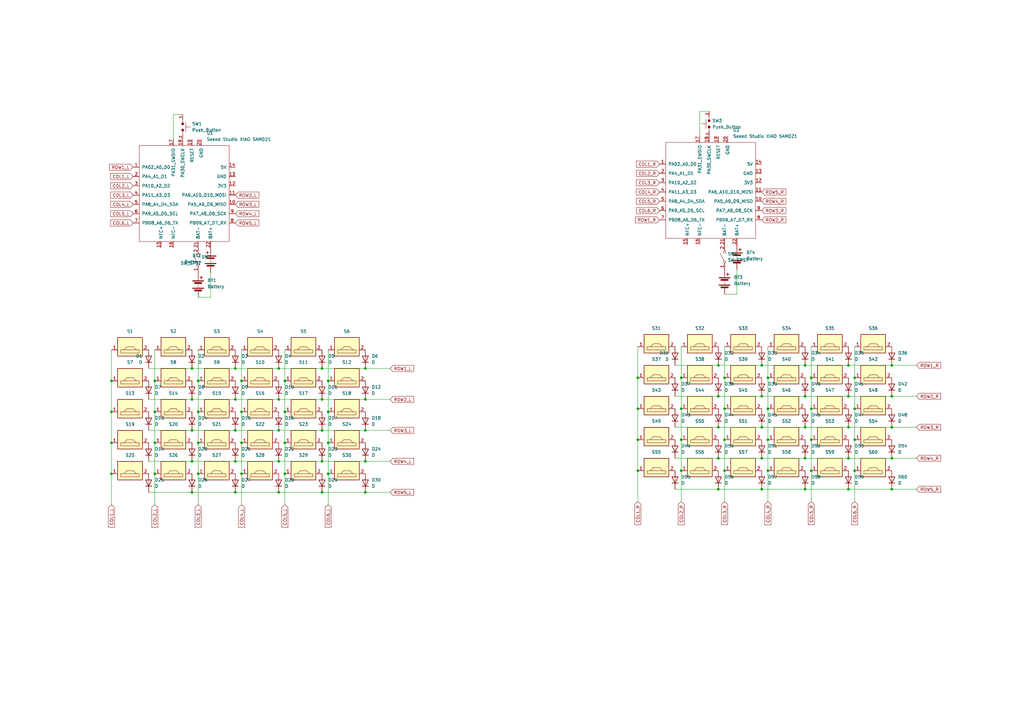
<source format=kicad_sch>
(kicad_sch (version 20230121) (generator eeschema)

  (uuid 458e96c3-239e-42e7-b59b-b6f88d28e774)

  (paper "A3")

  (title_block
    (title "Hive")
    (rev "v0.1")
    (company "Designed by Nisha")
  )

  (lib_symbols
    (symbol "Library:Battery" (pin_numbers hide) (pin_names (offset 0) hide) (in_bom yes) (on_board yes)
      (property "Reference" "BT" (at 2.54 2.54 0)
        (effects (font (size 1.27 1.27)) (justify left))
      )
      (property "Value" "Battery" (at 2.54 0 0)
        (effects (font (size 1.27 1.27)) (justify left))
      )
      (property "Footprint" "" (at 0 1.524 90)
        (effects (font (size 1.27 1.27)) hide)
      )
      (property "Datasheet" "~" (at 0 1.524 90)
        (effects (font (size 1.27 1.27)) hide)
      )
      (property "ki_keywords" "batt voltage-source cell" (at 0 0 0)
        (effects (font (size 1.27 1.27)) hide)
      )
      (property "ki_description" "Multiple-cell battery" (at 0 0 0)
        (effects (font (size 1.27 1.27)) hide)
      )
      (symbol "Battery_0_1"
        (rectangle (start -2.286 -1.27) (end 2.286 -1.524)
          (stroke (width 0) (type default))
          (fill (type outline))
        )
        (rectangle (start -2.286 1.778) (end 2.286 1.524)
          (stroke (width 0) (type default))
          (fill (type outline))
        )
        (rectangle (start -1.524 -2.032) (end 1.524 -2.54)
          (stroke (width 0) (type default))
          (fill (type outline))
        )
        (rectangle (start -1.524 1.016) (end 1.524 0.508)
          (stroke (width 0) (type default))
          (fill (type outline))
        )
        (polyline
          (pts
            (xy 0 -1.016)
            (xy 0 -0.762)
          )
          (stroke (width 0) (type default))
          (fill (type none))
        )
        (polyline
          (pts
            (xy 0 -0.508)
            (xy 0 -0.254)
          )
          (stroke (width 0) (type default))
          (fill (type none))
        )
        (polyline
          (pts
            (xy 0 0)
            (xy 0 0.254)
          )
          (stroke (width 0) (type default))
          (fill (type none))
        )
        (polyline
          (pts
            (xy 0 1.778)
            (xy 0 2.54)
          )
          (stroke (width 0) (type default))
          (fill (type none))
        )
        (polyline
          (pts
            (xy 0.762 3.048)
            (xy 1.778 3.048)
          )
          (stroke (width 0.254) (type default))
          (fill (type none))
        )
        (polyline
          (pts
            (xy 1.27 3.556)
            (xy 1.27 2.54)
          )
          (stroke (width 0.254) (type default))
          (fill (type none))
        )
      )
      (symbol "Battery_1_1"
        (pin passive line (at 0 5.08 270) (length 2.54)
          (name "+" (effects (font (size 1.27 1.27))))
          (number "1" (effects (font (size 1.27 1.27))))
        )
        (pin passive line (at 0 -5.08 90) (length 2.54)
          (name "-" (effects (font (size 1.27 1.27))))
          (number "2" (effects (font (size 1.27 1.27))))
        )
      )
    )
    (symbol "Library:D" (pin_numbers hide) (pin_names (offset 1.016) hide) (in_bom yes) (on_board yes)
      (property "Reference" "D" (at 0 2.54 0)
        (effects (font (size 1.27 1.27)))
      )
      (property "Value" "D" (at 0 -2.54 0)
        (effects (font (size 1.27 1.27)))
      )
      (property "Footprint" "" (at 0 0 0)
        (effects (font (size 1.27 1.27)) hide)
      )
      (property "Datasheet" "~" (at 0 0 0)
        (effects (font (size 1.27 1.27)) hide)
      )
      (property "Sim.Device" "D" (at 0 0 0)
        (effects (font (size 1.27 1.27)) hide)
      )
      (property "Sim.Pins" "1=K 2=A" (at 0 0 0)
        (effects (font (size 1.27 1.27)) hide)
      )
      (property "ki_keywords" "diode" (at 0 0 0)
        (effects (font (size 1.27 1.27)) hide)
      )
      (property "ki_description" "Diode" (at 0 0 0)
        (effects (font (size 1.27 1.27)) hide)
      )
      (property "ki_fp_filters" "TO-???* *_Diode_* *SingleDiode* D_*" (at 0 0 0)
        (effects (font (size 1.27 1.27)) hide)
      )
      (symbol "D_0_1"
        (polyline
          (pts
            (xy -1.27 1.27)
            (xy -1.27 -1.27)
          )
          (stroke (width 0.254) (type default))
          (fill (type none))
        )
        (polyline
          (pts
            (xy 1.27 0)
            (xy -1.27 0)
          )
          (stroke (width 0) (type default))
          (fill (type none))
        )
        (polyline
          (pts
            (xy 1.27 1.27)
            (xy 1.27 -1.27)
            (xy -1.27 0)
            (xy 1.27 1.27)
          )
          (stroke (width 0.254) (type default))
          (fill (type none))
        )
      )
      (symbol "D_1_1"
        (pin passive line (at -3.81 0 0) (length 2.54)
          (name "K" (effects (font (size 1.27 1.27))))
          (number "1" (effects (font (size 1.27 1.27))))
        )
        (pin passive line (at 3.81 0 180) (length 2.54)
          (name "A" (effects (font (size 1.27 1.27))))
          (number "2" (effects (font (size 1.27 1.27))))
        )
      )
    )
    (symbol "Library:PG1350" (pin_names (offset 0.254)) (in_bom yes) (on_board yes)
      (property "Reference" "S" (at -2.54 2.54 0)
        (effects (font (size 1.27 1.27)) (justify right bottom))
      )
      (property "Value" "PG1350" (at -3.81 -3.81 0)
        (effects (font (size 1.27 1.27)) (justify left top) hide)
      )
      (property "Footprint" "s-ol:PG1350" (at -3.81 -6.35 0)
        (effects (font (size 1.27 1.27)) (justify left top) hide)
      )
      (property "Datasheet" "" (at 2.54 3.175 0)
        (effects (font (size 1.27 1.27)) (justify left top) hide)
      )
      (property "ki_keywords" "Keyswitch" (at 0 0 0)
        (effects (font (size 1.27 1.27)) hide)
      )
      (property "ki_description" "Keyswitch" (at 0 0 0)
        (effects (font (size 1.27 1.27)) hide)
      )
      (property "ki_fp_filters" "*PG1350*" (at 0 0 0)
        (effects (font (size 1.27 1.27)) hide)
      )
      (symbol "PG1350_0_1"
        (rectangle (start 5.08 5.08) (end -5.08 -2.54)
          (stroke (width 0.254) (type default))
          (fill (type background))
        )
      )
      (symbol "PG1350_1_1"
        (polyline
          (pts
            (xy -2.54 0)
            (xy -1.27 1.27)
            (xy 1.27 1.27)
            (xy 2.54 0)
          )
          (stroke (width 0) (type default))
          (fill (type none))
        )
        (polyline
          (pts
            (xy -3.81 -1.27)
            (xy 3.81 -1.27)
            (xy 3.81 0)
            (xy -3.81 0)
            (xy -3.81 -1.27)
          )
          (stroke (width 0) (type default))
          (fill (type none))
        )
        (pin passive line (at -7.62 0 0) (length 2.54)
          (name "~" (effects (font (size 1.27 1.27))))
          (number "1" (effects (font (size 1.27 1.27))))
        )
        (pin passive line (at 7.62 0 180) (length 2.54)
          (name "~" (effects (font (size 1.27 1.27))))
          (number "2" (effects (font (size 1.27 1.27))))
        )
      )
    )
    (symbol "Library:Push_Button" (in_bom yes) (on_board yes)
      (property "Reference" "SW" (at 0 6.35 0)
        (effects (font (size 1.27 1.27)))
      )
      (property "Value" "Push_Button" (at 0 4.445 0)
        (effects (font (size 1.27 1.27)))
      )
      (property "Footprint" "Button_Switch_THT:SW_PUSH_6mm" (at -0.127 -3.175 0)
        (effects (font (size 1.27 1.27)) hide)
      )
      (property "Datasheet" "" (at 0 0 0)
        (effects (font (size 1.27 1.27)) hide)
      )
      (property "ki_keywords" "Switch" (at 0 0 0)
        (effects (font (size 1.27 1.27)) hide)
      )
      (property "ki_description" "Common 6mmx6mm Push Button" (at 0 0 0)
        (effects (font (size 1.27 1.27)) hide)
      )
      (symbol "Push_Button_0_1"
        (circle (center -1.27 0) (radius 0.4579)
          (stroke (width 0) (type default))
          (fill (type outline))
        )
        (polyline
          (pts
            (xy -3.175 0)
            (xy -1.778 0)
          )
          (stroke (width 0) (type default))
          (fill (type none))
        )
        (polyline
          (pts
            (xy -1.905 1.27)
            (xy 1.905 1.27)
          )
          (stroke (width 0) (type default))
          (fill (type none))
        )
        (polyline
          (pts
            (xy 0 1.27)
            (xy 0 3.175)
          )
          (stroke (width 0) (type default))
          (fill (type none))
        )
        (polyline
          (pts
            (xy 1.778 0)
            (xy 3.175 0)
          )
          (stroke (width 0) (type default))
          (fill (type none))
        )
        (circle (center 1.27 0) (radius 0.4579)
          (stroke (width 0) (type default))
          (fill (type outline))
        )
      )
      (symbol "Push_Button_1_1"
        (pin passive line (at -5.08 0 0) (length 2)
          (name "" (effects (font (size 1.27 1.27))))
          (number "1" (effects (font (size 1 1))))
        )
        (pin passive line (at 5.08 0 180) (length 2)
          (name "" (effects (font (size 1.27 1.27))))
          (number "2" (effects (font (size 1 1))))
        )
      )
    )
    (symbol "Library:SW_SPST" (pin_names (offset 0) hide) (in_bom yes) (on_board yes)
      (property "Reference" "SW" (at 0 3.175 0)
        (effects (font (size 1.27 1.27)))
      )
      (property "Value" "SW_SPST" (at 0 -2.54 0)
        (effects (font (size 1.27 1.27)))
      )
      (property "Footprint" "" (at 0 0 0)
        (effects (font (size 1.27 1.27)) hide)
      )
      (property "Datasheet" "~" (at 0 0 0)
        (effects (font (size 1.27 1.27)) hide)
      )
      (property "ki_keywords" "switch lever" (at 0 0 0)
        (effects (font (size 1.27 1.27)) hide)
      )
      (property "ki_description" "Single Pole Single Throw (SPST) switch" (at 0 0 0)
        (effects (font (size 1.27 1.27)) hide)
      )
      (symbol "SW_SPST_0_0"
        (circle (center -2.032 0) (radius 0.508)
          (stroke (width 0) (type default))
          (fill (type none))
        )
        (polyline
          (pts
            (xy -1.524 0.254)
            (xy 1.524 1.778)
          )
          (stroke (width 0) (type default))
          (fill (type none))
        )
        (circle (center 2.032 0) (radius 0.508)
          (stroke (width 0) (type default))
          (fill (type none))
        )
      )
      (symbol "SW_SPST_1_1"
        (pin passive line (at -5.08 0 0) (length 2.54)
          (name "A" (effects (font (size 1.27 1.27))))
          (number "1" (effects (font (size 1.27 1.27))))
        )
        (pin passive line (at 5.08 0 180) (length 2.54)
          (name "B" (effects (font (size 1.27 1.27))))
          (number "2" (effects (font (size 1.27 1.27))))
        )
      )
    )
    (symbol "Library:Seeed Studio XIAO SAMD21" (pin_names (offset 1.016)) (in_bom yes) (on_board yes)
      (property "Reference" "U" (at -19.05 22.86 0)
        (effects (font (size 1.27 1.27)))
      )
      (property "Value" "Seeed Studio XIAO SAMD21" (at -12.7 21.59 0)
        (effects (font (size 1.27 1.27)))
      )
      (property "Footprint" "" (at -8.89 5.08 0)
        (effects (font (size 1.27 1.27)) hide)
      )
      (property "Datasheet" "" (at -8.89 5.08 0)
        (effects (font (size 1.27 1.27)) hide)
      )
      (symbol "Seeed Studio XIAO SAMD21_0_1"
        (rectangle (start -19.05 20.32) (end 17.78 -19.05)
          (stroke (width 0) (type default))
          (fill (type none))
        )
      )
      (symbol "Seeed Studio XIAO SAMD21_1_1"
        (pin unspecified line (at -21.59 11.43 0) (length 2.54)
          (name "PA02_A0_D0" (effects (font (size 1.27 1.27))))
          (number "1" (effects (font (size 1.27 1.27))))
        )
        (pin unspecified line (at 20.32 -3.81 180) (length 2.54)
          (name "PA5_A9_D9_MISO" (effects (font (size 1.27 1.27))))
          (number "10" (effects (font (size 1.27 1.27))))
        )
        (pin unspecified line (at 20.32 0 180) (length 2.54)
          (name "PA6_A10_D10_MOSI" (effects (font (size 1.27 1.27))))
          (number "11" (effects (font (size 1.27 1.27))))
        )
        (pin unspecified line (at 20.32 3.81 180) (length 2.54)
          (name "3V3" (effects (font (size 1.27 1.27))))
          (number "12" (effects (font (size 1.27 1.27))))
        )
        (pin unspecified line (at 20.32 7.62 180) (length 2.54)
          (name "GND" (effects (font (size 1.27 1.27))))
          (number "13" (effects (font (size 1.27 1.27))))
        )
        (pin unspecified line (at 20.32 11.43 180) (length 2.54)
          (name "5V" (effects (font (size 1.27 1.27))))
          (number "14" (effects (font (size 1.27 1.27))))
        )
        (pin input line (at -10.16 -21.59 90) (length 2.54)
          (name "NFC+" (effects (font (size 1.27 1.27))))
          (number "15" (effects (font (size 1.27 1.27))))
        )
        (pin input line (at -5.08 -21.59 90) (length 2.54)
          (name "NFC-" (effects (font (size 1.27 1.27))))
          (number "16" (effects (font (size 1.27 1.27))))
        )
        (pin input line (at -5.08 22.86 270) (length 2.54)
          (name "PA31_SWDIO" (effects (font (size 1.27 1.27))))
          (number "17" (effects (font (size 1.27 1.27))))
        )
        (pin input line (at -1.27 22.86 270) (length 2.54)
          (name "PA30_SWCLK" (effects (font (size 1.27 1.27))))
          (number "18" (effects (font (size 1.27 1.27))))
        )
        (pin input line (at 2.54 22.86 270) (length 2.54)
          (name "RESET" (effects (font (size 1.27 1.27))))
          (number "19" (effects (font (size 1.27 1.27))))
        )
        (pin unspecified line (at -21.59 7.62 0) (length 2.54)
          (name "PA4_A1_D1" (effects (font (size 1.27 1.27))))
          (number "2" (effects (font (size 1.27 1.27))))
        )
        (pin input line (at 6.35 22.86 270) (length 2.54)
          (name "GND" (effects (font (size 1.27 1.27))))
          (number "20" (effects (font (size 1.27 1.27))))
        )
        (pin input line (at 5.08 -21.59 90) (length 2.54)
          (name "BAT-" (effects (font (size 1.27 1.27))))
          (number "21" (effects (font (size 1.27 1.27))))
        )
        (pin input line (at 10.16 -21.59 90) (length 2.54)
          (name "BAT+" (effects (font (size 1.27 1.27))))
          (number "22" (effects (font (size 1.27 1.27))))
        )
        (pin unspecified line (at -21.59 3.81 0) (length 2.54)
          (name "PA10_A2_D2" (effects (font (size 1.27 1.27))))
          (number "3" (effects (font (size 1.27 1.27))))
        )
        (pin unspecified line (at -21.59 0 0) (length 2.54)
          (name "PA11_A3_D3" (effects (font (size 1.27 1.27))))
          (number "4" (effects (font (size 1.27 1.27))))
        )
        (pin unspecified line (at -21.59 -3.81 0) (length 2.54)
          (name "PA8_A4_D4_SDA" (effects (font (size 1.27 1.27))))
          (number "5" (effects (font (size 1.27 1.27))))
        )
        (pin unspecified line (at -21.59 -7.62 0) (length 2.54)
          (name "PA9_A5_D5_SCL" (effects (font (size 1.27 1.27))))
          (number "6" (effects (font (size 1.27 1.27))))
        )
        (pin unspecified line (at -21.59 -11.43 0) (length 2.54)
          (name "PB08_A6_D6_TX" (effects (font (size 1.27 1.27))))
          (number "7" (effects (font (size 1.27 1.27))))
        )
        (pin unspecified line (at 20.32 -11.43 180) (length 2.54)
          (name "PB09_A7_D7_RX" (effects (font (size 1.27 1.27))))
          (number "8" (effects (font (size 1.27 1.27))))
        )
        (pin unspecified line (at 20.32 -7.62 180) (length 2.54)
          (name "PA7_A8_D8_SCK" (effects (font (size 1.27 1.27))))
          (number "9" (effects (font (size 1.27 1.27))))
        )
      )
    )
  )

  (junction (at 314.96 193.04) (diameter 0) (color 0 0 0 0)
    (uuid 018687ec-b15c-4c62-901b-f3b969c8a830)
  )
  (junction (at 297.18 180.34) (diameter 0) (color 0 0 0 0)
    (uuid 029d68c6-8836-4482-b80c-0ca808694280)
  )
  (junction (at 297.18 154.94) (diameter 0) (color 0 0 0 0)
    (uuid 050348f6-e71e-48ee-9b48-6ce000f31edb)
  )
  (junction (at 114.3 189.23) (diameter 0) (color 0 0 0 0)
    (uuid 0833090d-aedf-4543-8d63-31db8ece7d14)
  )
  (junction (at 63.5 194.31) (diameter 0) (color 0 0 0 0)
    (uuid 084c863e-f1d5-423c-9ab1-d7d1210b6d72)
  )
  (junction (at 96.52 201.93) (diameter 0) (color 0 0 0 0)
    (uuid 0b2ced46-567b-4f09-8b72-4429233fe8cc)
  )
  (junction (at 350.52 167.64) (diameter 0) (color 0 0 0 0)
    (uuid 0c24bc39-5316-4d2f-9282-61f939b39396)
  )
  (junction (at 114.3 201.93) (diameter 0) (color 0 0 0 0)
    (uuid 0e18566f-fa46-49fc-8c41-6673b9514d14)
  )
  (junction (at 134.62 194.31) (diameter 0) (color 0 0 0 0)
    (uuid 0e22a9dd-b63c-470d-bcac-0e7a53838667)
  )
  (junction (at 78.74 151.13) (diameter 0) (color 0 0 0 0)
    (uuid 0e954e69-6a08-4761-b74c-62e197b39ab1)
  )
  (junction (at 99.06 194.31) (diameter 0) (color 0 0 0 0)
    (uuid 0f0a535e-f561-443f-b427-715b070d88a5)
  )
  (junction (at 96.52 176.53) (diameter 0) (color 0 0 0 0)
    (uuid 1010057d-f720-4b4d-9f34-d27465e15af2)
  )
  (junction (at 114.3 176.53) (diameter 0) (color 0 0 0 0)
    (uuid 110fc323-131c-4e0f-8eaf-a5937eed1aad)
  )
  (junction (at 149.86 189.23) (diameter 0) (color 0 0 0 0)
    (uuid 139765b1-7a74-46ac-b9fb-a984e371373e)
  )
  (junction (at 312.42 175.26) (diameter 0) (color 0 0 0 0)
    (uuid 193ac893-b4b5-482e-8a4d-677f93e8164a)
  )
  (junction (at 45.72 156.21) (diameter 0) (color 0 0 0 0)
    (uuid 1da25d92-1719-4eec-a364-b740d085e474)
  )
  (junction (at 347.98 200.66) (diameter 0) (color 0 0 0 0)
    (uuid 209db9e2-b06f-417b-b1d8-6982b5f78972)
  )
  (junction (at 365.76 187.96) (diameter 0) (color 0 0 0 0)
    (uuid 28f9cc80-6045-4f96-a73a-c4299169890e)
  )
  (junction (at 294.64 187.96) (diameter 0) (color 0 0 0 0)
    (uuid 2c57bef0-6472-4f9c-984d-e37077f5b9b3)
  )
  (junction (at 347.98 175.26) (diameter 0) (color 0 0 0 0)
    (uuid 2e5ce857-de3c-41bb-a300-9eff5f01b15a)
  )
  (junction (at 114.3 151.13) (diameter 0) (color 0 0 0 0)
    (uuid 2fac204a-cc00-4c1f-b690-0bd3645b9983)
  )
  (junction (at 116.84 194.31) (diameter 0) (color 0 0 0 0)
    (uuid 301db01c-9cf1-466f-aeb3-7769bfedf032)
  )
  (junction (at 330.2 162.56) (diameter 0) (color 0 0 0 0)
    (uuid 37780fa4-3a4a-427c-9c0a-f5f156dd3dce)
  )
  (junction (at 96.52 151.13) (diameter 0) (color 0 0 0 0)
    (uuid 3c5abb74-53b5-4a1b-a736-b283e551d0dc)
  )
  (junction (at 261.62 154.94) (diameter 0) (color 0 0 0 0)
    (uuid 3df0a053-bc95-4797-b468-f341cd9ad08b)
  )
  (junction (at 132.08 176.53) (diameter 0) (color 0 0 0 0)
    (uuid 3e8927c2-eb94-4697-b471-584d54679051)
  )
  (junction (at 297.18 167.64) (diameter 0) (color 0 0 0 0)
    (uuid 415524e5-16e1-46d3-a9f3-c9d2d76a1a0b)
  )
  (junction (at 132.08 163.83) (diameter 0) (color 0 0 0 0)
    (uuid 41e49c6e-a86d-4e89-b199-703f0576382e)
  )
  (junction (at 350.52 193.04) (diameter 0) (color 0 0 0 0)
    (uuid 435a8b25-ce07-4598-8002-263481fc23f7)
  )
  (junction (at 312.42 200.66) (diameter 0) (color 0 0 0 0)
    (uuid 46083fb4-621c-47e1-a61c-ee81f0b63dfa)
  )
  (junction (at 116.84 168.91) (diameter 0) (color 0 0 0 0)
    (uuid 478d8f62-3099-4d3b-9899-5c3cbeaf634b)
  )
  (junction (at 78.74 189.23) (diameter 0) (color 0 0 0 0)
    (uuid 50259d1f-a626-47ff-b9c4-7de7aefcd685)
  )
  (junction (at 314.96 154.94) (diameter 0) (color 0 0 0 0)
    (uuid 52694875-b42c-47f8-a9be-8ef692f2fd8e)
  )
  (junction (at 312.42 149.86) (diameter 0) (color 0 0 0 0)
    (uuid 537c99bd-5e95-4b41-ae4b-2eae975a4206)
  )
  (junction (at 347.98 149.86) (diameter 0) (color 0 0 0 0)
    (uuid 5b4dd539-4d30-4c39-b915-400eafd01750)
  )
  (junction (at 350.52 154.94) (diameter 0) (color 0 0 0 0)
    (uuid 5b825ef6-0ed1-4c71-8c5a-978f5cefb4d6)
  )
  (junction (at 365.76 200.66) (diameter 0) (color 0 0 0 0)
    (uuid 5b9d7e76-edcc-4458-9bce-d52e7fed4fd6)
  )
  (junction (at 347.98 162.56) (diameter 0) (color 0 0 0 0)
    (uuid 5c32d9a5-1919-4a2d-8328-aae5d8d15e38)
  )
  (junction (at 149.86 151.13) (diameter 0) (color 0 0 0 0)
    (uuid 5d9a5173-c4b9-499e-915a-b0a381dd35f3)
  )
  (junction (at 81.28 168.91) (diameter 0) (color 0 0 0 0)
    (uuid 5dad9e6e-996b-416f-89fd-aa5d4d926be1)
  )
  (junction (at 312.42 187.96) (diameter 0) (color 0 0 0 0)
    (uuid 5ec9298b-152d-49c8-b08c-473296e45a51)
  )
  (junction (at 294.64 149.86) (diameter 0) (color 0 0 0 0)
    (uuid 5fbb8395-d207-4b31-ae06-62fa4b63cc03)
  )
  (junction (at 330.2 175.26) (diameter 0) (color 0 0 0 0)
    (uuid 61a0adb3-1956-4dc2-a9f1-8cd6e90b6e97)
  )
  (junction (at 297.18 193.04) (diameter 0) (color 0 0 0 0)
    (uuid 6b43f2e1-b28c-45b8-99cf-aa4a517d90de)
  )
  (junction (at 314.96 180.34) (diameter 0) (color 0 0 0 0)
    (uuid 6e356835-ac34-4224-afbf-d73ad8f51775)
  )
  (junction (at 365.76 162.56) (diameter 0) (color 0 0 0 0)
    (uuid 6e783d85-a4f5-4730-9527-0f6cc680c02e)
  )
  (junction (at 312.42 162.56) (diameter 0) (color 0 0 0 0)
    (uuid 6f12f4e4-4ef7-414e-8a0c-b92053c781af)
  )
  (junction (at 279.4 193.04) (diameter 0) (color 0 0 0 0)
    (uuid 7bab3a03-1c16-4436-8eaf-24c0d7d873c9)
  )
  (junction (at 99.06 181.61) (diameter 0) (color 0 0 0 0)
    (uuid 7d1bfd13-ac50-42d7-ba9b-1da21a35d37b)
  )
  (junction (at 330.2 200.66) (diameter 0) (color 0 0 0 0)
    (uuid 806599fe-a524-4d48-86bd-fa8c8abb69b5)
  )
  (junction (at 279.4 180.34) (diameter 0) (color 0 0 0 0)
    (uuid 8095bb88-6ff6-45fa-8e81-784455c7b060)
  )
  (junction (at 332.74 193.04) (diameter 0) (color 0 0 0 0)
    (uuid 8194fd78-94dd-4713-abd0-78dfb0be5d63)
  )
  (junction (at 116.84 156.21) (diameter 0) (color 0 0 0 0)
    (uuid 8536a771-f817-490a-a104-ac753bf17521)
  )
  (junction (at 261.62 193.04) (diameter 0) (color 0 0 0 0)
    (uuid 870d291a-4233-48cd-b979-75c3a61f5bd7)
  )
  (junction (at 149.86 163.83) (diameter 0) (color 0 0 0 0)
    (uuid 87e25d25-b096-4a60-aff1-2301c56dc2e1)
  )
  (junction (at 78.74 201.93) (diameter 0) (color 0 0 0 0)
    (uuid 89542aff-cbb9-4cb0-ad53-9a04ce0cf32d)
  )
  (junction (at 261.62 167.64) (diameter 0) (color 0 0 0 0)
    (uuid 8aab4962-fe1a-49c8-8a6f-db8aee9447a5)
  )
  (junction (at 116.84 181.61) (diameter 0) (color 0 0 0 0)
    (uuid 8ea17b4d-1afd-4e50-87c8-b8905b45f301)
  )
  (junction (at 99.06 156.21) (diameter 0) (color 0 0 0 0)
    (uuid 90d06346-c552-4d3f-8dfb-79fa08d1692b)
  )
  (junction (at 81.28 181.61) (diameter 0) (color 0 0 0 0)
    (uuid 92bd5ec6-16fe-462a-9172-f1046adef2b4)
  )
  (junction (at 347.98 187.96) (diameter 0) (color 0 0 0 0)
    (uuid 94999b6e-f92f-4496-bd64-cfa24a069e7e)
  )
  (junction (at 81.28 156.21) (diameter 0) (color 0 0 0 0)
    (uuid 94f53129-299c-40f8-a2ea-b0b10804465d)
  )
  (junction (at 149.86 201.93) (diameter 0) (color 0 0 0 0)
    (uuid 99ec3eab-6fd9-4208-bcdf-101517a76274)
  )
  (junction (at 63.5 168.91) (diameter 0) (color 0 0 0 0)
    (uuid 9eafba54-4f00-4ee6-9f37-bd7811d09476)
  )
  (junction (at 132.08 151.13) (diameter 0) (color 0 0 0 0)
    (uuid 9f4b4545-590e-49d0-8751-9cf4e382182c)
  )
  (junction (at 332.74 180.34) (diameter 0) (color 0 0 0 0)
    (uuid a0cc17e0-eb98-4fe5-8032-5e0c85328379)
  )
  (junction (at 96.52 163.83) (diameter 0) (color 0 0 0 0)
    (uuid a288edfd-38a4-4098-a6d5-aa722ccd2be9)
  )
  (junction (at 332.74 167.64) (diameter 0) (color 0 0 0 0)
    (uuid a340bbf7-82eb-4831-af2f-80b4c1a75740)
  )
  (junction (at 96.52 189.23) (diameter 0) (color 0 0 0 0)
    (uuid aa75a22e-9b07-414c-9a78-9a00e9a9e9ad)
  )
  (junction (at 45.72 194.31) (diameter 0) (color 0 0 0 0)
    (uuid ade8946c-be96-4a74-830e-76c998c3a8c7)
  )
  (junction (at 330.2 149.86) (diameter 0) (color 0 0 0 0)
    (uuid b0694a7b-e395-4bc2-be74-2061bc068c49)
  )
  (junction (at 63.5 156.21) (diameter 0) (color 0 0 0 0)
    (uuid b2d2a689-c71e-4d94-b609-86c86d244020)
  )
  (junction (at 261.62 180.34) (diameter 0) (color 0 0 0 0)
    (uuid b31c082e-4587-4ce4-8557-3e815c03fc82)
  )
  (junction (at 149.86 176.53) (diameter 0) (color 0 0 0 0)
    (uuid b9ee5796-4932-46be-b3e3-122133a7dc3a)
  )
  (junction (at 350.52 180.34) (diameter 0) (color 0 0 0 0)
    (uuid b9f3dd36-49b3-420d-81a9-5ddbff74a0e5)
  )
  (junction (at 365.76 175.26) (diameter 0) (color 0 0 0 0)
    (uuid bc54ae1d-f141-42f7-b812-ced7b420c898)
  )
  (junction (at 134.62 156.21) (diameter 0) (color 0 0 0 0)
    (uuid c249caa3-6ce6-482f-a144-92d696d6652e)
  )
  (junction (at 294.64 200.66) (diameter 0) (color 0 0 0 0)
    (uuid c2917aed-12cb-421c-ac19-9dbeefc35488)
  )
  (junction (at 63.5 181.61) (diameter 0) (color 0 0 0 0)
    (uuid c703f13c-f0d4-419f-9b0a-fb3d6735b2f0)
  )
  (junction (at 294.64 162.56) (diameter 0) (color 0 0 0 0)
    (uuid caac6f62-de08-4b69-8600-a435bae05f1d)
  )
  (junction (at 78.74 163.83) (diameter 0) (color 0 0 0 0)
    (uuid cb9def8b-56ce-48a2-830d-676ab0d01b2d)
  )
  (junction (at 99.06 168.91) (diameter 0) (color 0 0 0 0)
    (uuid cfac2238-c962-4f8b-a9d0-55800c21925a)
  )
  (junction (at 330.2 187.96) (diameter 0) (color 0 0 0 0)
    (uuid d1730d6d-87ba-4a77-95cd-7179dde6039e)
  )
  (junction (at 132.08 201.93) (diameter 0) (color 0 0 0 0)
    (uuid d24d6782-a811-48d6-8410-10b8e65f7660)
  )
  (junction (at 132.08 189.23) (diameter 0) (color 0 0 0 0)
    (uuid d7d4bce4-fe88-4029-b64f-37b903661e2f)
  )
  (junction (at 78.74 176.53) (diameter 0) (color 0 0 0 0)
    (uuid d8a56bc6-7c86-4615-8504-6d6a24cefa63)
  )
  (junction (at 279.4 154.94) (diameter 0) (color 0 0 0 0)
    (uuid dc655606-152d-4fde-b938-ac3846ea3709)
  )
  (junction (at 114.3 163.83) (diameter 0) (color 0 0 0 0)
    (uuid de6a8d79-bdc9-445c-ae8d-8f33856ff5b7)
  )
  (junction (at 45.72 168.91) (diameter 0) (color 0 0 0 0)
    (uuid df1ad5f8-1012-4f81-9f6b-29912bb9baba)
  )
  (junction (at 134.62 168.91) (diameter 0) (color 0 0 0 0)
    (uuid e0bc626e-6cf1-4ce8-872f-14ba5b06f3c9)
  )
  (junction (at 294.64 175.26) (diameter 0) (color 0 0 0 0)
    (uuid e3014058-05a9-42d8-bb83-7e8d0b19b0bc)
  )
  (junction (at 134.62 181.61) (diameter 0) (color 0 0 0 0)
    (uuid e51711af-2caf-4393-8b97-ed7dccd6a691)
  )
  (junction (at 45.72 181.61) (diameter 0) (color 0 0 0 0)
    (uuid e53f652d-f022-47b2-b84d-7533d65f079c)
  )
  (junction (at 279.4 167.64) (diameter 0) (color 0 0 0 0)
    (uuid e5c03978-f728-46e0-8f57-15f24af59b6f)
  )
  (junction (at 314.96 167.64) (diameter 0) (color 0 0 0 0)
    (uuid e8ebbf5e-943f-4674-a3c3-fbaaaf2d79c0)
  )
  (junction (at 81.28 194.31) (diameter 0) (color 0 0 0 0)
    (uuid ec2c127e-eb4a-403d-a986-8700eeba4cb8)
  )
  (junction (at 365.76 149.86) (diameter 0) (color 0 0 0 0)
    (uuid f0cd427a-5ac1-4a58-a13e-a0f9a8789ef7)
  )
  (junction (at 332.74 154.94) (diameter 0) (color 0 0 0 0)
    (uuid feb6ebb7-57fa-4478-9a66-45fd5bce8725)
  )

  (wire (pts (xy 63.5 168.91) (xy 63.5 181.61))
    (stroke (width 0) (type default))
    (uuid 0002baa9-898f-4e77-9bc4-41993008596f)
  )
  (wire (pts (xy 132.08 176.53) (xy 149.86 176.53))
    (stroke (width 0) (type default))
    (uuid 003fd96d-60b0-471e-abed-c44627a951ce)
  )
  (wire (pts (xy 297.18 180.34) (xy 297.18 193.04))
    (stroke (width 0) (type default))
    (uuid 01b0a5a9-669b-455a-9791-cdcd95477328)
  )
  (wire (pts (xy 330.2 200.66) (xy 347.98 200.66))
    (stroke (width 0) (type default))
    (uuid 07fdb2af-7bd6-4d6d-b8d9-be04f5260171)
  )
  (wire (pts (xy 302.26 110.49) (xy 302.26 120.65))
    (stroke (width 0) (type default))
    (uuid 0a78a381-6129-446b-8c36-bee63cb4dcbf)
  )
  (wire (pts (xy 276.86 162.56) (xy 294.64 162.56))
    (stroke (width 0) (type default))
    (uuid 0ad39b25-4ee2-4c74-855c-5d3106eb1f18)
  )
  (wire (pts (xy 132.08 151.13) (xy 149.86 151.13))
    (stroke (width 0) (type default))
    (uuid 0aeaea9f-3013-4b78-91ff-167c72155fe9)
  )
  (wire (pts (xy 63.5 194.31) (xy 63.5 207.01))
    (stroke (width 0) (type default))
    (uuid 0c830113-e8a9-4a7f-88d6-24d8443714a9)
  )
  (wire (pts (xy 314.96 193.04) (xy 314.96 205.74))
    (stroke (width 0) (type default))
    (uuid 109d8903-2add-4f5b-b769-3e0046f950e8)
  )
  (wire (pts (xy 132.08 163.83) (xy 149.86 163.83))
    (stroke (width 0) (type default))
    (uuid 10dab4cb-c918-424e-96a3-0774df4bb04d)
  )
  (wire (pts (xy 81.28 121.92) (xy 86.36 121.92))
    (stroke (width 0) (type default))
    (uuid 1209a7cd-9c6a-4429-a3dd-a0fd77e5c359)
  )
  (wire (pts (xy 149.86 189.23) (xy 160.02 189.23))
    (stroke (width 0) (type default))
    (uuid 13171a4b-cf7c-49e9-8e33-cac61e74aedd)
  )
  (wire (pts (xy 71.12 46.99) (xy 74.93 46.99))
    (stroke (width 0) (type default))
    (uuid 1500a95a-6799-4246-a20c-f0afdffab041)
  )
  (wire (pts (xy 347.98 175.26) (xy 365.76 175.26))
    (stroke (width 0) (type default))
    (uuid 1c42875b-ea98-438d-bb88-b9b93c5dc7ff)
  )
  (wire (pts (xy 261.62 193.04) (xy 261.62 205.74))
    (stroke (width 0) (type default))
    (uuid 1db316fa-5d86-43a7-9d58-a71a4ed56621)
  )
  (wire (pts (xy 350.52 193.04) (xy 350.52 205.74))
    (stroke (width 0) (type default))
    (uuid 1e17c888-c6e8-4c72-a904-41067f1d33f8)
  )
  (wire (pts (xy 114.3 176.53) (xy 132.08 176.53))
    (stroke (width 0) (type default))
    (uuid 1fbdcfde-dfa4-4908-a2c3-25b1a2e28671)
  )
  (wire (pts (xy 96.52 176.53) (xy 114.3 176.53))
    (stroke (width 0) (type default))
    (uuid 250f12fd-8f3f-4952-956b-218f068da0d8)
  )
  (wire (pts (xy 96.52 201.93) (xy 114.3 201.93))
    (stroke (width 0) (type default))
    (uuid 25b1d9d0-5541-4f63-8fcc-5c75eb72f33f)
  )
  (wire (pts (xy 314.96 142.24) (xy 314.96 154.94))
    (stroke (width 0) (type default))
    (uuid 2bc36abc-e3c6-48ea-852f-77bed06d6c9a)
  )
  (wire (pts (xy 116.84 156.21) (xy 116.84 168.91))
    (stroke (width 0) (type default))
    (uuid 2cad3c45-bf88-4455-b8ad-c5ed5b743f2e)
  )
  (wire (pts (xy 294.64 200.66) (xy 312.42 200.66))
    (stroke (width 0) (type default))
    (uuid 2e789694-b250-4b40-8b93-5ff167f53cc0)
  )
  (wire (pts (xy 297.18 154.94) (xy 297.18 167.64))
    (stroke (width 0) (type default))
    (uuid 2fc6f97f-8087-443a-aa08-071939c384d9)
  )
  (wire (pts (xy 261.62 154.94) (xy 261.62 167.64))
    (stroke (width 0) (type default))
    (uuid 3015325c-5705-44f4-adda-e858f4b17337)
  )
  (wire (pts (xy 114.3 151.13) (xy 132.08 151.13))
    (stroke (width 0) (type default))
    (uuid 33d1fbc1-aab4-41b0-92ba-fd97ebbff8e0)
  )
  (wire (pts (xy 347.98 162.56) (xy 365.76 162.56))
    (stroke (width 0) (type default))
    (uuid 36050a60-eb80-4bf3-8425-81c2ed51ef5f)
  )
  (wire (pts (xy 261.62 142.24) (xy 261.62 154.94))
    (stroke (width 0) (type default))
    (uuid 369b557f-12ed-4ddd-b976-81add8dac572)
  )
  (wire (pts (xy 78.74 163.83) (xy 96.52 163.83))
    (stroke (width 0) (type default))
    (uuid 37acb900-a011-4c80-a42e-49e2999707f5)
  )
  (wire (pts (xy 314.96 167.64) (xy 314.96 180.34))
    (stroke (width 0) (type default))
    (uuid 3eb5fef7-76c7-49ab-bdf0-6766792fbd91)
  )
  (wire (pts (xy 60.96 151.13) (xy 78.74 151.13))
    (stroke (width 0) (type default))
    (uuid 422dcc7f-b948-4a83-84f1-663779c30d30)
  )
  (wire (pts (xy 45.72 168.91) (xy 45.72 181.61))
    (stroke (width 0) (type default))
    (uuid 4256cc90-8a5d-44ca-b5ab-904433c9b1c7)
  )
  (wire (pts (xy 71.12 57.15) (xy 71.12 46.99))
    (stroke (width 0) (type default))
    (uuid 432e4127-fcca-482a-8d53-0bb785d2f801)
  )
  (wire (pts (xy 312.42 200.66) (xy 330.2 200.66))
    (stroke (width 0) (type default))
    (uuid 435a55f7-423e-4f20-ae30-0fdf667dcaaa)
  )
  (wire (pts (xy 279.4 167.64) (xy 279.4 180.34))
    (stroke (width 0) (type default))
    (uuid 460675a8-8cb3-4926-accc-136d7a56b287)
  )
  (wire (pts (xy 330.2 149.86) (xy 347.98 149.86))
    (stroke (width 0) (type default))
    (uuid 49feec0c-821d-4d0c-b0c4-a9e02309f784)
  )
  (wire (pts (xy 114.3 163.83) (xy 132.08 163.83))
    (stroke (width 0) (type default))
    (uuid 504acbf5-6898-4ffe-b77d-af876c7aa168)
  )
  (wire (pts (xy 45.72 194.31) (xy 45.72 207.01))
    (stroke (width 0) (type default))
    (uuid 5159aea9-0f57-4ff7-9880-d2018bf6e88e)
  )
  (wire (pts (xy 330.2 175.26) (xy 347.98 175.26))
    (stroke (width 0) (type default))
    (uuid 52e3aa1b-bf85-4b3a-bb29-e9a6b71efa24)
  )
  (wire (pts (xy 350.52 154.94) (xy 350.52 167.64))
    (stroke (width 0) (type default))
    (uuid 540afb29-6903-4d15-ac19-cb3f8b103a31)
  )
  (wire (pts (xy 312.42 149.86) (xy 330.2 149.86))
    (stroke (width 0) (type default))
    (uuid 54700cb0-c301-4f90-b332-8b463885652c)
  )
  (wire (pts (xy 99.06 194.31) (xy 99.06 207.01))
    (stroke (width 0) (type default))
    (uuid 54c95f5c-ef42-4cba-b666-bc681b257208)
  )
  (wire (pts (xy 330.2 162.56) (xy 347.98 162.56))
    (stroke (width 0) (type default))
    (uuid 592abe77-4024-4b3f-b554-8a3c0e19caf8)
  )
  (wire (pts (xy 347.98 149.86) (xy 365.76 149.86))
    (stroke (width 0) (type default))
    (uuid 5c9fb9ba-5240-4314-99cc-e1871b6c882c)
  )
  (wire (pts (xy 63.5 181.61) (xy 63.5 194.31))
    (stroke (width 0) (type default))
    (uuid 5e498c21-5ee0-4c6a-a5fd-b790935a39fd)
  )
  (wire (pts (xy 78.74 201.93) (xy 96.52 201.93))
    (stroke (width 0) (type default))
    (uuid 5f1b528b-1eff-4883-973e-e4d268ea8b07)
  )
  (wire (pts (xy 116.84 181.61) (xy 116.84 194.31))
    (stroke (width 0) (type default))
    (uuid 619e2528-e29b-4d42-99e1-3939b758085d)
  )
  (wire (pts (xy 365.76 187.96) (xy 375.92 187.96))
    (stroke (width 0) (type default))
    (uuid 61bfd244-e22d-470c-83f4-bcb3508ae83a)
  )
  (wire (pts (xy 350.52 167.64) (xy 350.52 180.34))
    (stroke (width 0) (type default))
    (uuid 62506bf2-3f93-4b45-a719-b21b56af7e52)
  )
  (wire (pts (xy 276.86 200.66) (xy 294.64 200.66))
    (stroke (width 0) (type default))
    (uuid 6427dcda-8e13-4819-bda5-4c8912b20f9c)
  )
  (wire (pts (xy 297.18 193.04) (xy 297.18 205.74))
    (stroke (width 0) (type default))
    (uuid 65682614-db00-46f2-950b-9c4e5445f76c)
  )
  (wire (pts (xy 314.96 154.94) (xy 314.96 167.64))
    (stroke (width 0) (type default))
    (uuid 68eb29ba-79cb-4b18-8c23-a4913fc6093a)
  )
  (wire (pts (xy 279.4 180.34) (xy 279.4 193.04))
    (stroke (width 0) (type default))
    (uuid 690d4063-1ee4-40d0-9110-631659ec498d)
  )
  (wire (pts (xy 116.84 168.91) (xy 116.84 181.61))
    (stroke (width 0) (type default))
    (uuid 6a772cb5-d1e5-487b-be9a-702acf775f20)
  )
  (wire (pts (xy 78.74 176.53) (xy 96.52 176.53))
    (stroke (width 0) (type default))
    (uuid 6c0fcbb8-8a67-4107-b6b0-2a57afbb663c)
  )
  (wire (pts (xy 132.08 201.93) (xy 149.86 201.93))
    (stroke (width 0) (type default))
    (uuid 6c828319-f855-40ff-8814-fc6accaea441)
  )
  (wire (pts (xy 114.3 201.93) (xy 132.08 201.93))
    (stroke (width 0) (type default))
    (uuid 6d2ca9c8-9c0b-4120-94b4-a1f634e53a21)
  )
  (wire (pts (xy 332.74 193.04) (xy 332.74 205.74))
    (stroke (width 0) (type default))
    (uuid 6d2d853e-6ec1-4f13-a449-c4e3936d9352)
  )
  (wire (pts (xy 312.42 162.56) (xy 330.2 162.56))
    (stroke (width 0) (type default))
    (uuid 6f9c449d-f8b6-467a-8840-eb9a552309c8)
  )
  (wire (pts (xy 78.74 151.13) (xy 96.52 151.13))
    (stroke (width 0) (type default))
    (uuid 700f07f5-b640-4ee5-a844-4371f7071f1b)
  )
  (wire (pts (xy 312.42 175.26) (xy 330.2 175.26))
    (stroke (width 0) (type default))
    (uuid 77a6722c-77b7-439f-b969-00d2255b9fa8)
  )
  (wire (pts (xy 279.4 142.24) (xy 279.4 154.94))
    (stroke (width 0) (type default))
    (uuid 7d70b0e7-7ee5-4a5c-9978-fa513fa0fb8a)
  )
  (wire (pts (xy 350.52 142.24) (xy 350.52 154.94))
    (stroke (width 0) (type default))
    (uuid 7ddb462e-e1fe-4999-89a3-f24701719af2)
  )
  (wire (pts (xy 330.2 187.96) (xy 347.98 187.96))
    (stroke (width 0) (type default))
    (uuid 7ec5323b-c9c6-447d-bbd1-6c4b85eb787f)
  )
  (wire (pts (xy 134.62 168.91) (xy 134.62 181.61))
    (stroke (width 0) (type default))
    (uuid 7fbb3dc1-309e-4b15-b53e-a2af8c5cc1e0)
  )
  (wire (pts (xy 45.72 156.21) (xy 45.72 168.91))
    (stroke (width 0) (type default))
    (uuid 813bda83-f1e3-4dbf-925f-fc1f2e68a51e)
  )
  (wire (pts (xy 276.86 175.26) (xy 294.64 175.26))
    (stroke (width 0) (type default))
    (uuid 82be32ce-5915-443f-bb64-a999874dff75)
  )
  (wire (pts (xy 60.96 201.93) (xy 78.74 201.93))
    (stroke (width 0) (type default))
    (uuid 83a85274-f463-4a80-981d-699535f082ea)
  )
  (wire (pts (xy 276.86 187.96) (xy 294.64 187.96))
    (stroke (width 0) (type default))
    (uuid 83ef81ce-cd61-43f8-98c8-133861665291)
  )
  (wire (pts (xy 261.62 180.34) (xy 261.62 193.04))
    (stroke (width 0) (type default))
    (uuid 8b93e9a3-b416-4217-b1f9-b430d2cb459d)
  )
  (wire (pts (xy 96.52 163.83) (xy 114.3 163.83))
    (stroke (width 0) (type default))
    (uuid 8bd45163-91d3-4bcc-a5e0-bb03311cf4ef)
  )
  (wire (pts (xy 86.36 111.76) (xy 86.36 121.92))
    (stroke (width 0) (type default))
    (uuid 8c13387e-3efe-419f-a1ec-21014b5d11b5)
  )
  (wire (pts (xy 81.28 181.61) (xy 81.28 194.31))
    (stroke (width 0) (type default))
    (uuid 90b055da-78e4-4ef9-8467-668b8a117a77)
  )
  (wire (pts (xy 63.5 143.51) (xy 63.5 156.21))
    (stroke (width 0) (type default))
    (uuid 92df877f-0ad5-4529-bb41-76d1eebec526)
  )
  (wire (pts (xy 99.06 143.51) (xy 99.06 156.21))
    (stroke (width 0) (type default))
    (uuid 93f17118-ca68-4fd7-9ac3-a1c338bf4ad1)
  )
  (wire (pts (xy 294.64 149.86) (xy 312.42 149.86))
    (stroke (width 0) (type default))
    (uuid 93fc685c-0c64-4733-99cc-bd2f5f4fd1df)
  )
  (wire (pts (xy 365.76 200.66) (xy 375.92 200.66))
    (stroke (width 0) (type default))
    (uuid 94ddce16-0838-4660-a710-86d490233fe6)
  )
  (wire (pts (xy 332.74 154.94) (xy 332.74 167.64))
    (stroke (width 0) (type default))
    (uuid 95873aa3-351b-4daf-bc15-d7ecbaf2069e)
  )
  (wire (pts (xy 290.83 45.72) (xy 287.02 45.72))
    (stroke (width 0) (type default))
    (uuid 95f94dc0-b54a-4ec5-8244-2d627111b1e8)
  )
  (wire (pts (xy 63.5 156.21) (xy 63.5 168.91))
    (stroke (width 0) (type default))
    (uuid 96baefc1-aaf4-4bc4-83ab-2ae167774b1b)
  )
  (wire (pts (xy 287.02 45.72) (xy 287.02 55.88))
    (stroke (width 0) (type default))
    (uuid 9bbfd262-6dec-411e-8bca-28a12b6260b7)
  )
  (wire (pts (xy 312.42 187.96) (xy 330.2 187.96))
    (stroke (width 0) (type default))
    (uuid 9c8c7704-6e05-4632-aedd-7e92dc9245e6)
  )
  (wire (pts (xy 314.96 180.34) (xy 314.96 193.04))
    (stroke (width 0) (type default))
    (uuid 9ea28774-7e6a-431c-82da-e6f452fc2180)
  )
  (wire (pts (xy 116.84 143.51) (xy 116.84 156.21))
    (stroke (width 0) (type default))
    (uuid a0f09897-0fc1-4af7-aa59-d96b26fcdf30)
  )
  (wire (pts (xy 294.64 162.56) (xy 312.42 162.56))
    (stroke (width 0) (type default))
    (uuid a4b7e051-b897-4b81-8b49-5c79fa36cc37)
  )
  (wire (pts (xy 365.76 162.56) (xy 375.92 162.56))
    (stroke (width 0) (type default))
    (uuid a82090e0-040c-4fce-8722-cd36f7d57b98)
  )
  (wire (pts (xy 134.62 156.21) (xy 134.62 168.91))
    (stroke (width 0) (type default))
    (uuid a8bef5cc-ff80-4c1d-9235-090b513bf5c2)
  )
  (wire (pts (xy 279.4 154.94) (xy 279.4 167.64))
    (stroke (width 0) (type default))
    (uuid aa6d77e5-b20f-4dbb-aecf-104e07eeaa42)
  )
  (wire (pts (xy 116.84 194.31) (xy 116.84 207.01))
    (stroke (width 0) (type default))
    (uuid aaf078ae-3fc2-4a17-9fe7-5a46d06c4b8c)
  )
  (wire (pts (xy 294.64 187.96) (xy 312.42 187.96))
    (stroke (width 0) (type default))
    (uuid aafba969-c8ec-414f-b699-422aef154e01)
  )
  (wire (pts (xy 365.76 149.86) (xy 375.92 149.86))
    (stroke (width 0) (type default))
    (uuid b1e45076-4633-42a5-94f4-8ca646ad8d98)
  )
  (wire (pts (xy 332.74 167.64) (xy 332.74 180.34))
    (stroke (width 0) (type default))
    (uuid b8082526-3b6a-4d25-bd52-e29166bb2ece)
  )
  (wire (pts (xy 297.18 142.24) (xy 297.18 154.94))
    (stroke (width 0) (type default))
    (uuid b9c2db75-5631-4785-8cc3-1bdb11e6202b)
  )
  (wire (pts (xy 149.86 176.53) (xy 160.02 176.53))
    (stroke (width 0) (type default))
    (uuid bb50d4a0-48ea-428c-9b87-6a61e4df090f)
  )
  (wire (pts (xy 45.72 181.61) (xy 45.72 194.31))
    (stroke (width 0) (type default))
    (uuid bb6787a9-cc5a-485b-8ddd-6f8445efde0b)
  )
  (wire (pts (xy 279.4 193.04) (xy 279.4 205.74))
    (stroke (width 0) (type default))
    (uuid bb67f5ae-4244-4f96-a901-a10fee4484bd)
  )
  (wire (pts (xy 332.74 180.34) (xy 332.74 193.04))
    (stroke (width 0) (type default))
    (uuid bb9156ef-77be-4ce6-b4f1-c634938985cd)
  )
  (wire (pts (xy 276.86 149.86) (xy 294.64 149.86))
    (stroke (width 0) (type default))
    (uuid be4b0cb9-f14e-4108-a7c4-058011cae208)
  )
  (wire (pts (xy 99.06 156.21) (xy 99.06 168.91))
    (stroke (width 0) (type default))
    (uuid bf037c9c-bd9a-4071-ac32-b630f1efc419)
  )
  (wire (pts (xy 297.18 167.64) (xy 297.18 180.34))
    (stroke (width 0) (type default))
    (uuid c00d635b-fd6b-441e-a38d-a43ad869efbc)
  )
  (wire (pts (xy 81.28 168.91) (xy 81.28 181.61))
    (stroke (width 0) (type default))
    (uuid c0394d0d-78c9-433a-9595-2b23cec247f6)
  )
  (wire (pts (xy 149.86 151.13) (xy 160.02 151.13))
    (stroke (width 0) (type default))
    (uuid c09ba5e5-64ed-4376-bda4-7b1d934478a5)
  )
  (wire (pts (xy 332.74 142.24) (xy 332.74 154.94))
    (stroke (width 0) (type default))
    (uuid c29ce6e7-b62f-4dd3-b023-989ccba9cc7c)
  )
  (wire (pts (xy 149.86 201.93) (xy 160.02 201.93))
    (stroke (width 0) (type default))
    (uuid c4d032e3-f738-442b-923a-489e44636e24)
  )
  (wire (pts (xy 96.52 189.23) (xy 114.3 189.23))
    (stroke (width 0) (type default))
    (uuid cf5f689e-2767-4f68-969e-75225132e6f8)
  )
  (wire (pts (xy 99.06 168.91) (xy 99.06 181.61))
    (stroke (width 0) (type default))
    (uuid d1f7ea61-6b30-4dea-afaf-31c017991d06)
  )
  (wire (pts (xy 81.28 156.21) (xy 81.28 168.91))
    (stroke (width 0) (type default))
    (uuid d2b5229d-0b95-4422-94ea-1c99867f0141)
  )
  (wire (pts (xy 99.06 181.61) (xy 99.06 194.31))
    (stroke (width 0) (type default))
    (uuid d5d39a26-87e4-48ae-a4fc-ad7b6790de81)
  )
  (wire (pts (xy 60.96 163.83) (xy 78.74 163.83))
    (stroke (width 0) (type default))
    (uuid d856a302-0a9b-46f2-aede-76bab902a1d5)
  )
  (wire (pts (xy 78.74 189.23) (xy 96.52 189.23))
    (stroke (width 0) (type default))
    (uuid d90d191d-3506-4410-9a7e-de8932bb082a)
  )
  (wire (pts (xy 134.62 194.31) (xy 134.62 207.01))
    (stroke (width 0) (type default))
    (uuid da1dbac0-9020-4c88-a92a-b26495941d1b)
  )
  (wire (pts (xy 261.62 167.64) (xy 261.62 180.34))
    (stroke (width 0) (type default))
    (uuid debf58ec-7f25-49fc-a1d0-718ac6067481)
  )
  (wire (pts (xy 347.98 200.66) (xy 365.76 200.66))
    (stroke (width 0) (type default))
    (uuid e1d3dc76-38bb-436f-9f70-1bead2ceda96)
  )
  (wire (pts (xy 60.96 189.23) (xy 78.74 189.23))
    (stroke (width 0) (type default))
    (uuid e317156e-250b-45ed-bc43-a5ca8bd5b3a9)
  )
  (wire (pts (xy 365.76 175.26) (xy 375.92 175.26))
    (stroke (width 0) (type default))
    (uuid e375c825-0f20-48d7-b4fa-27a219ee6d3e)
  )
  (wire (pts (xy 134.62 181.61) (xy 134.62 194.31))
    (stroke (width 0) (type default))
    (uuid e6ad911b-d241-4974-869e-c8e277f46e75)
  )
  (wire (pts (xy 294.64 175.26) (xy 312.42 175.26))
    (stroke (width 0) (type default))
    (uuid e84974fe-c18b-425a-beb4-d291f391b35f)
  )
  (wire (pts (xy 149.86 163.83) (xy 160.02 163.83))
    (stroke (width 0) (type default))
    (uuid e87b8de4-e244-4da8-9f60-d86ae1c4329b)
  )
  (wire (pts (xy 132.08 189.23) (xy 149.86 189.23))
    (stroke (width 0) (type default))
    (uuid eacda34f-0225-4346-aa5b-9dd2145160e7)
  )
  (wire (pts (xy 81.28 194.31) (xy 81.28 207.01))
    (stroke (width 0) (type default))
    (uuid eee628d5-c158-4da2-9ffe-66e840f85c45)
  )
  (wire (pts (xy 96.52 151.13) (xy 114.3 151.13))
    (stroke (width 0) (type default))
    (uuid f0a361ac-489a-4b52-a3ac-cbae245ab536)
  )
  (wire (pts (xy 60.96 176.53) (xy 78.74 176.53))
    (stroke (width 0) (type default))
    (uuid f197103c-75c3-423a-9d68-0262e780be7e)
  )
  (wire (pts (xy 134.62 143.51) (xy 134.62 156.21))
    (stroke (width 0) (type default))
    (uuid f2b68b2e-d55a-4887-a994-c5381590c525)
  )
  (wire (pts (xy 347.98 187.96) (xy 365.76 187.96))
    (stroke (width 0) (type default))
    (uuid f6292bab-c06c-47b5-ab5b-3897494b5918)
  )
  (wire (pts (xy 45.72 143.51) (xy 45.72 156.21))
    (stroke (width 0) (type default))
    (uuid f901f602-a74c-44d1-960b-2266730f3c2e)
  )
  (wire (pts (xy 350.52 180.34) (xy 350.52 193.04))
    (stroke (width 0) (type default))
    (uuid fc6d31cd-0e24-4843-a6d6-f4f12419bb5c)
  )
  (wire (pts (xy 302.26 120.65) (xy 297.18 120.65))
    (stroke (width 0) (type default))
    (uuid fc9203d3-6029-4a7b-b175-e15e90ad5d10)
  )
  (wire (pts (xy 114.3 189.23) (xy 132.08 189.23))
    (stroke (width 0) (type default))
    (uuid ff470232-dedd-4527-82a1-103e9a283e41)
  )
  (wire (pts (xy 81.28 143.51) (xy 81.28 156.21))
    (stroke (width 0) (type default))
    (uuid ffa93de8-8166-418b-baac-b72f75f6ff4c)
  )

  (global_label "ROW4_R" (shape input) (at 375.92 187.96 0) (fields_autoplaced)
    (effects (font (size 1.27 1.27)) (justify left))
    (uuid 01fdd67e-63d1-46c8-aecc-0fc764bab40d)
    (property "Intersheetrefs" "${INTERSHEET_REFS}" (at 386.4042 187.96 0)
      (effects (font (size 1.27 1.27)) (justify left) hide)
    )
  )
  (global_label "ROW3_R" (shape input) (at 375.92 175.26 0) (fields_autoplaced)
    (effects (font (size 1.27 1.27)) (justify left))
    (uuid 11559591-b2ae-4da3-8249-2f9fee077f15)
    (property "Intersheetrefs" "${INTERSHEET_REFS}" (at 386.4042 175.26 0)
      (effects (font (size 1.27 1.27)) (justify left) hide)
    )
  )
  (global_label "ROW2_L" (shape input) (at 96.52 80.01 0) (fields_autoplaced)
    (effects (font (size 1.27 1.27)) (justify left))
    (uuid 15e39a2f-8d62-4072-a091-ebe66971f2aa)
    (property "Intersheetrefs" "${INTERSHEET_REFS}" (at 106.7623 80.01 0)
      (effects (font (size 1.27 1.27)) (justify left) hide)
    )
  )
  (global_label "COL2_L" (shape input) (at 54.61 76.2 180) (fields_autoplaced)
    (effects (font (size 1.27 1.27)) (justify right))
    (uuid 1ab00cf5-69ac-4d34-b379-ef2ffba691db)
    (property "Intersheetrefs" "${INTERSHEET_REFS}" (at 44.791 76.2 0)
      (effects (font (size 1.27 1.27)) (justify right) hide)
    )
  )
  (global_label "COL1_L" (shape input) (at 45.72 207.01 270) (fields_autoplaced)
    (effects (font (size 1.27 1.27)) (justify right))
    (uuid 1d6eba69-b5ab-4771-bd08-553990b85bc8)
    (property "Intersheetrefs" "${INTERSHEET_REFS}" (at 45.72 216.829 90)
      (effects (font (size 1.27 1.27)) (justify right) hide)
    )
  )
  (global_label "COL5_R" (shape input) (at 270.51 82.55 180) (fields_autoplaced)
    (effects (font (size 1.27 1.27)) (justify right))
    (uuid 24cebb57-09f6-4bb3-b5f0-554dc2eb1c0f)
    (property "Intersheetrefs" "${INTERSHEET_REFS}" (at 260.4491 82.55 0)
      (effects (font (size 1.27 1.27)) (justify right) hide)
    )
  )
  (global_label "ROW4_R" (shape input) (at 312.42 82.55 0) (fields_autoplaced)
    (effects (font (size 1.27 1.27)) (justify left))
    (uuid 29625353-25e7-4292-a5d9-bb613073c9b8)
    (property "Intersheetrefs" "${INTERSHEET_REFS}" (at 322.9042 82.55 0)
      (effects (font (size 1.27 1.27)) (justify left) hide)
    )
  )
  (global_label "COL4_L" (shape input) (at 99.06 207.01 270) (fields_autoplaced)
    (effects (font (size 1.27 1.27)) (justify right))
    (uuid 3768f1c3-92be-49cc-82ad-c3a766f89922)
    (property "Intersheetrefs" "${INTERSHEET_REFS}" (at 99.06 216.829 90)
      (effects (font (size 1.27 1.27)) (justify right) hide)
    )
  )
  (global_label "COL6_R" (shape input) (at 270.51 86.36 180) (fields_autoplaced)
    (effects (font (size 1.27 1.27)) (justify right))
    (uuid 3ec3f738-bbdd-40a3-bac4-d31f52eedab2)
    (property "Intersheetrefs" "${INTERSHEET_REFS}" (at 260.4491 86.36 0)
      (effects (font (size 1.27 1.27)) (justify right) hide)
    )
  )
  (global_label "ROW1_L" (shape input) (at 160.02 151.13 0) (fields_autoplaced)
    (effects (font (size 1.27 1.27)) (justify left))
    (uuid 3f965227-3e0f-4599-9545-f4c83d831593)
    (property "Intersheetrefs" "${INTERSHEET_REFS}" (at 170.2623 151.13 0)
      (effects (font (size 1.27 1.27)) (justify left) hide)
    )
  )
  (global_label "ROW2_L" (shape input) (at 160.02 163.83 0) (fields_autoplaced)
    (effects (font (size 1.27 1.27)) (justify left))
    (uuid 4175ad2a-bac5-4b55-b639-3ae36b006de8)
    (property "Intersheetrefs" "${INTERSHEET_REFS}" (at 170.2623 163.83 0)
      (effects (font (size 1.27 1.27)) (justify left) hide)
    )
  )
  (global_label "ROW2_R" (shape input) (at 312.42 90.17 0) (fields_autoplaced)
    (effects (font (size 1.27 1.27)) (justify left))
    (uuid 4a7dd250-d6ee-413b-83ed-6d433371e9bf)
    (property "Intersheetrefs" "${INTERSHEET_REFS}" (at 322.9042 90.17 0)
      (effects (font (size 1.27 1.27)) (justify left) hide)
    )
  )
  (global_label "COL1_R" (shape input) (at 261.62 205.74 270) (fields_autoplaced)
    (effects (font (size 1.27 1.27)) (justify right))
    (uuid 55cff7de-9d22-4c9d-b27e-50973b8bfbc4)
    (property "Intersheetrefs" "${INTERSHEET_REFS}" (at 261.62 215.8009 90)
      (effects (font (size 1.27 1.27)) (justify right) hide)
    )
  )
  (global_label "COL5_L" (shape input) (at 116.84 207.01 270) (fields_autoplaced)
    (effects (font (size 1.27 1.27)) (justify right))
    (uuid 55e814fb-083a-4d4c-ae88-3adf64dabaa3)
    (property "Intersheetrefs" "${INTERSHEET_REFS}" (at 116.84 216.829 90)
      (effects (font (size 1.27 1.27)) (justify right) hide)
    )
  )
  (global_label "COL2_R" (shape input) (at 270.51 71.12 180) (fields_autoplaced)
    (effects (font (size 1.27 1.27)) (justify right))
    (uuid 59ccaff9-31bb-4cb0-bebc-373198bc1e50)
    (property "Intersheetrefs" "${INTERSHEET_REFS}" (at 260.4491 71.12 0)
      (effects (font (size 1.27 1.27)) (justify right) hide)
    )
  )
  (global_label "ROW3_L" (shape input) (at 96.52 83.82 0) (fields_autoplaced)
    (effects (font (size 1.27 1.27)) (justify left))
    (uuid 5be34bbc-2a61-403a-83c1-4a733269d328)
    (property "Intersheetrefs" "${INTERSHEET_REFS}" (at 106.7623 83.82 0)
      (effects (font (size 1.27 1.27)) (justify left) hide)
    )
  )
  (global_label "COL6_L" (shape input) (at 134.62 207.01 270) (fields_autoplaced)
    (effects (font (size 1.27 1.27)) (justify right))
    (uuid 65a766cc-8d18-4a3a-8912-f2062b2a5335)
    (property "Intersheetrefs" "${INTERSHEET_REFS}" (at 134.62 216.829 90)
      (effects (font (size 1.27 1.27)) (justify right) hide)
    )
  )
  (global_label "COL6_L" (shape input) (at 54.61 91.44 180) (fields_autoplaced)
    (effects (font (size 1.27 1.27)) (justify right))
    (uuid 67c34749-f38b-4865-a0fc-366b9d0ba4ed)
    (property "Intersheetrefs" "${INTERSHEET_REFS}" (at 44.791 91.44 0)
      (effects (font (size 1.27 1.27)) (justify right) hide)
    )
  )
  (global_label "COL4_L" (shape input) (at 54.61 83.82 180) (fields_autoplaced)
    (effects (font (size 1.27 1.27)) (justify right))
    (uuid 69f7b667-8396-4b4a-ac14-77b6a5b34099)
    (property "Intersheetrefs" "${INTERSHEET_REFS}" (at 44.791 83.82 0)
      (effects (font (size 1.27 1.27)) (justify right) hide)
    )
  )
  (global_label "ROW1_L" (shape input) (at 54.61 68.58 180) (fields_autoplaced)
    (effects (font (size 1.27 1.27)) (justify right))
    (uuid 6a2da4f9-9f4f-4752-834b-52430d341165)
    (property "Intersheetrefs" "${INTERSHEET_REFS}" (at 44.3677 68.58 0)
      (effects (font (size 1.27 1.27)) (justify right) hide)
    )
  )
  (global_label "COL4_R" (shape input) (at 270.51 78.74 180) (fields_autoplaced)
    (effects (font (size 1.27 1.27)) (justify right))
    (uuid 72cd38f2-356e-4088-9dad-2121bc8bbc71)
    (property "Intersheetrefs" "${INTERSHEET_REFS}" (at 260.4491 78.74 0)
      (effects (font (size 1.27 1.27)) (justify right) hide)
    )
  )
  (global_label "COL5_L" (shape input) (at 54.61 87.63 180) (fields_autoplaced)
    (effects (font (size 1.27 1.27)) (justify right))
    (uuid 7b84f4b6-998c-44e4-98a7-4a3c12a9fb07)
    (property "Intersheetrefs" "${INTERSHEET_REFS}" (at 44.791 87.63 0)
      (effects (font (size 1.27 1.27)) (justify right) hide)
    )
  )
  (global_label "COL2_L" (shape input) (at 63.5 207.01 270) (fields_autoplaced)
    (effects (font (size 1.27 1.27)) (justify right))
    (uuid 93288524-b399-4f08-81ee-d1e1b79a3b75)
    (property "Intersheetrefs" "${INTERSHEET_REFS}" (at 63.5 216.829 90)
      (effects (font (size 1.27 1.27)) (justify right) hide)
    )
  )
  (global_label "COL3_L" (shape input) (at 81.28 207.01 270) (fields_autoplaced)
    (effects (font (size 1.27 1.27)) (justify right))
    (uuid 95ec5d7b-a495-45ae-bf5a-edf4e8591a61)
    (property "Intersheetrefs" "${INTERSHEET_REFS}" (at 81.28 216.829 90)
      (effects (font (size 1.27 1.27)) (justify right) hide)
    )
  )
  (global_label "COL3_R" (shape input) (at 297.18 205.74 270) (fields_autoplaced)
    (effects (font (size 1.27 1.27)) (justify right))
    (uuid 9854174a-f634-4e0f-8b21-925c4c8d2ba3)
    (property "Intersheetrefs" "${INTERSHEET_REFS}" (at 297.18 215.8009 90)
      (effects (font (size 1.27 1.27)) (justify right) hide)
    )
  )
  (global_label "COL3_R" (shape input) (at 270.51 74.93 180) (fields_autoplaced)
    (effects (font (size 1.27 1.27)) (justify right))
    (uuid 9e1f7974-b4ef-473e-8cfb-95c29a0a4f5b)
    (property "Intersheetrefs" "${INTERSHEET_REFS}" (at 260.4491 74.93 0)
      (effects (font (size 1.27 1.27)) (justify right) hide)
    )
  )
  (global_label "ROW4_L" (shape input) (at 160.02 189.23 0) (fields_autoplaced)
    (effects (font (size 1.27 1.27)) (justify left))
    (uuid b7a39095-c92e-4c02-b27d-fe95c270942e)
    (property "Intersheetrefs" "${INTERSHEET_REFS}" (at 170.2623 189.23 0)
      (effects (font (size 1.27 1.27)) (justify left) hide)
    )
  )
  (global_label "ROW3_R" (shape input) (at 312.42 86.36 0) (fields_autoplaced)
    (effects (font (size 1.27 1.27)) (justify left))
    (uuid c3eb893e-a154-40ab-b838-bbe17314bb6c)
    (property "Intersheetrefs" "${INTERSHEET_REFS}" (at 322.9042 86.36 0)
      (effects (font (size 1.27 1.27)) (justify left) hide)
    )
  )
  (global_label "ROW5_R" (shape input) (at 375.92 200.66 0) (fields_autoplaced)
    (effects (font (size 1.27 1.27)) (justify left))
    (uuid c4bad604-ffef-49aa-aeb0-ac3f3b7a6a89)
    (property "Intersheetrefs" "${INTERSHEET_REFS}" (at 386.4042 200.66 0)
      (effects (font (size 1.27 1.27)) (justify left) hide)
    )
  )
  (global_label "COL5_R" (shape input) (at 332.74 205.74 270) (fields_autoplaced)
    (effects (font (size 1.27 1.27)) (justify right))
    (uuid c57e5a09-cad1-413a-ac00-4cc1cca5e174)
    (property "Intersheetrefs" "${INTERSHEET_REFS}" (at 332.74 215.8009 90)
      (effects (font (size 1.27 1.27)) (justify right) hide)
    )
  )
  (global_label "ROW1_R" (shape input) (at 270.51 90.17 180) (fields_autoplaced)
    (effects (font (size 1.27 1.27)) (justify right))
    (uuid ca0b1aed-5633-4506-a62a-13960b9fe3f2)
    (property "Intersheetrefs" "${INTERSHEET_REFS}" (at 260.0258 90.17 0)
      (effects (font (size 1.27 1.27)) (justify right) hide)
    )
  )
  (global_label "ROW5_L" (shape input) (at 160.02 201.93 0) (fields_autoplaced)
    (effects (font (size 1.27 1.27)) (justify left))
    (uuid cefa4165-1324-4829-be4d-7bbff426073c)
    (property "Intersheetrefs" "${INTERSHEET_REFS}" (at 170.2623 201.93 0)
      (effects (font (size 1.27 1.27)) (justify left) hide)
    )
  )
  (global_label "COL1_R" (shape input) (at 270.51 67.31 180) (fields_autoplaced)
    (effects (font (size 1.27 1.27)) (justify right))
    (uuid cfb5d889-f5e2-4bb9-8f1e-802b3b83197a)
    (property "Intersheetrefs" "${INTERSHEET_REFS}" (at 260.4491 67.31 0)
      (effects (font (size 1.27 1.27)) (justify right) hide)
    )
  )
  (global_label "ROW5_R" (shape input) (at 312.42 78.74 0) (fields_autoplaced)
    (effects (font (size 1.27 1.27)) (justify left))
    (uuid d1cb62f4-d5dc-47d7-aa28-56083480eace)
    (property "Intersheetrefs" "${INTERSHEET_REFS}" (at 322.9042 78.74 0)
      (effects (font (size 1.27 1.27)) (justify left) hide)
    )
  )
  (global_label "ROW3_L" (shape input) (at 160.02 176.53 0) (fields_autoplaced)
    (effects (font (size 1.27 1.27)) (justify left))
    (uuid d6695b85-631d-4d82-aeaf-cfc23618d55f)
    (property "Intersheetrefs" "${INTERSHEET_REFS}" (at 170.2623 176.53 0)
      (effects (font (size 1.27 1.27)) (justify left) hide)
    )
  )
  (global_label "ROW2_R" (shape input) (at 375.92 162.56 0) (fields_autoplaced)
    (effects (font (size 1.27 1.27)) (justify left))
    (uuid d721bc90-6f8f-4755-8e9b-3ed7061c3d8e)
    (property "Intersheetrefs" "${INTERSHEET_REFS}" (at 386.4042 162.56 0)
      (effects (font (size 1.27 1.27)) (justify left) hide)
    )
  )
  (global_label "COL6_R" (shape input) (at 350.52 205.74 270) (fields_autoplaced)
    (effects (font (size 1.27 1.27)) (justify right))
    (uuid e0e4e5f1-e010-49f7-ac4a-b6fea9185095)
    (property "Intersheetrefs" "${INTERSHEET_REFS}" (at 350.52 215.8009 90)
      (effects (font (size 1.27 1.27)) (justify right) hide)
    )
  )
  (global_label "ROW4_L" (shape input) (at 96.52 87.63 0) (fields_autoplaced)
    (effects (font (size 1.27 1.27)) (justify left))
    (uuid ed13b4fc-ea26-4830-b2a9-be5a936c5e98)
    (property "Intersheetrefs" "${INTERSHEET_REFS}" (at 106.7623 87.63 0)
      (effects (font (size 1.27 1.27)) (justify left) hide)
    )
  )
  (global_label "COL4_R" (shape input) (at 314.96 205.74 270) (fields_autoplaced)
    (effects (font (size 1.27 1.27)) (justify right))
    (uuid eeb931e5-4dcf-4665-958d-bff244944ab2)
    (property "Intersheetrefs" "${INTERSHEET_REFS}" (at 314.96 215.8009 90)
      (effects (font (size 1.27 1.27)) (justify right) hide)
    )
  )
  (global_label "COL3_L" (shape input) (at 54.61 80.01 180) (fields_autoplaced)
    (effects (font (size 1.27 1.27)) (justify right))
    (uuid f0d31614-929a-4c70-acee-3e864a14c2cb)
    (property "Intersheetrefs" "${INTERSHEET_REFS}" (at 44.791 80.01 0)
      (effects (font (size 1.27 1.27)) (justify right) hide)
    )
  )
  (global_label "COL1_L" (shape input) (at 54.61 72.39 180) (fields_autoplaced)
    (effects (font (size 1.27 1.27)) (justify right))
    (uuid f10c1090-ffa8-4a65-ac4e-d0fe9e138ed6)
    (property "Intersheetrefs" "${INTERSHEET_REFS}" (at 44.791 72.39 0)
      (effects (font (size 1.27 1.27)) (justify right) hide)
    )
  )
  (global_label "COL2_R" (shape input) (at 279.4 205.74 270) (fields_autoplaced)
    (effects (font (size 1.27 1.27)) (justify right))
    (uuid f363ed0d-1a78-49c9-86c6-49f5554326f2)
    (property "Intersheetrefs" "${INTERSHEET_REFS}" (at 279.4 215.8009 90)
      (effects (font (size 1.27 1.27)) (justify right) hide)
    )
  )
  (global_label "ROW1_R" (shape input) (at 375.92 149.86 0) (fields_autoplaced)
    (effects (font (size 1.27 1.27)) (justify left))
    (uuid f6608210-10df-4dca-8732-cfcdabf90d2c)
    (property "Intersheetrefs" "${INTERSHEET_REFS}" (at 386.4042 149.86 0)
      (effects (font (size 1.27 1.27)) (justify left) hide)
    )
  )
  (global_label "ROW5_L" (shape input) (at 96.52 91.44 0) (fields_autoplaced)
    (effects (font (size 1.27 1.27)) (justify left))
    (uuid fa773d76-a7ba-402c-9a82-0c1f18f500f6)
    (property "Intersheetrefs" "${INTERSHEET_REFS}" (at 106.7623 91.44 0)
      (effects (font (size 1.27 1.27)) (justify left) hide)
    )
  )

  (symbol (lib_id "Library:PG1350") (at 304.8 142.24 0) (unit 1)
    (in_bom yes) (on_board yes) (dnp no) (fields_autoplaced)
    (uuid 02fbfe12-4294-46ac-ae8d-d083d5a8e421)
    (property "Reference" "S33" (at 304.8 134.62 0)
      (effects (font (size 1.27 1.27)))
    )
    (property "Value" "PG1350" (at 300.99 146.05 0)
      (effects (font (size 1.27 1.27)) (justify left top) hide)
    )
    (property "Footprint" "s-ol:PG1350_hotswap" (at 300.99 148.59 0)
      (effects (font (size 1.27 1.27)) (justify left top) hide)
    )
    (property "Datasheet" "" (at 307.34 139.065 0)
      (effects (font (size 1.27 1.27)) (justify left top) hide)
    )
    (pin "1" (uuid 7d22f77a-7fd6-463e-b0f1-b5766be58ff6))
    (pin "2" (uuid 58c6a398-e41a-45f2-b838-a0fa2e810439))
    (instances
      (project "HiveKB"
        (path "/458e96c3-239e-42e7-b59b-b6f88d28e774"
          (reference "S33") (unit 1)
        )
      )
    )
  )

  (symbol (lib_id "Library:Battery") (at 297.18 115.57 0) (unit 1)
    (in_bom yes) (on_board yes) (dnp no) (fields_autoplaced)
    (uuid 086ff677-5dd3-48ec-9b41-0e61f0a568ad)
    (property "Reference" "BT3" (at 300.99 113.7285 0)
      (effects (font (size 1.27 1.27)) (justify left))
    )
    (property "Value" "Battery" (at 300.99 116.2685 0)
      (effects (font (size 1.27 1.27)) (justify left))
    )
    (property "Footprint" "TestPoint:TestPoint_Keystone_5019_Minature" (at 297.18 114.046 90)
      (effects (font (size 1.27 1.27)) hide)
    )
    (property "Datasheet" "~" (at 297.18 114.046 90)
      (effects (font (size 1.27 1.27)) hide)
    )
    (pin "2" (uuid f5b3f48b-a810-4d84-b388-9907581207c8))
    (pin "1" (uuid 1b47451a-05cc-427a-9038-b9b339513760))
    (instances
      (project "HiveKB"
        (path "/458e96c3-239e-42e7-b59b-b6f88d28e774"
          (reference "BT3") (unit 1)
        )
      )
    )
  )

  (symbol (lib_id "Library:D") (at 312.42 146.05 90) (unit 1)
    (in_bom yes) (on_board yes) (dnp no) (fields_autoplaced)
    (uuid 0a2fcb06-cc90-443b-8db7-3af1dd2db85d)
    (property "Reference" "D33" (at 314.96 144.78 90)
      (effects (font (size 1.27 1.27)) (justify right))
    )
    (property "Value" "D" (at 314.96 147.32 90)
      (effects (font (size 1.27 1.27)) (justify right))
    )
    (property "Footprint" "Diode_SMD:D_SOD-123" (at 312.42 146.05 0)
      (effects (font (size 1.27 1.27)) hide)
    )
    (property "Datasheet" "~" (at 312.42 146.05 0)
      (effects (font (size 1.27 1.27)) hide)
    )
    (property "Sim.Device" "D" (at 312.42 146.05 0)
      (effects (font (size 1.27 1.27)) hide)
    )
    (property "Sim.Pins" "1=K 2=A" (at 312.42 146.05 0)
      (effects (font (size 1.27 1.27)) hide)
    )
    (pin "2" (uuid 5e643ff7-f70e-4f86-ba7c-82f1d7d4de5a))
    (pin "1" (uuid 463180ec-bc54-4ed1-817e-0d90c433b8bc))
    (instances
      (project "HiveKB"
        (path "/458e96c3-239e-42e7-b59b-b6f88d28e774"
          (reference "D33") (unit 1)
        )
      )
    )
  )

  (symbol (lib_id "Library:PG1350") (at 88.9 181.61 0) (unit 1)
    (in_bom yes) (on_board yes) (dnp no) (fields_autoplaced)
    (uuid 0c26a083-28bf-4382-8772-cc85083e3499)
    (property "Reference" "S21" (at 88.9 173.99 0)
      (effects (font (size 1.27 1.27)))
    )
    (property "Value" "PG1350" (at 85.09 185.42 0)
      (effects (font (size 1.27 1.27)) (justify left top) hide)
    )
    (property "Footprint" "s-ol:PG1350_hotswap" (at 85.09 187.96 0)
      (effects (font (size 1.27 1.27)) (justify left top) hide)
    )
    (property "Datasheet" "" (at 91.44 178.435 0)
      (effects (font (size 1.27 1.27)) (justify left top) hide)
    )
    (pin "1" (uuid a7f772b1-12fc-491a-ad42-7a31d7348f90))
    (pin "2" (uuid d2853a4c-2485-4cea-8ec4-d9ba6aaf7d4b))
    (instances
      (project "HiveKB"
        (path "/458e96c3-239e-42e7-b59b-b6f88d28e774"
          (reference "S21") (unit 1)
        )
      )
    )
  )

  (symbol (lib_id "Library:PG1350") (at 124.46 156.21 0) (unit 1)
    (in_bom yes) (on_board yes) (dnp no) (fields_autoplaced)
    (uuid 0cbb707d-90f7-4f49-904a-5aa2a6bd143b)
    (property "Reference" "S11" (at 124.46 148.59 0)
      (effects (font (size 1.27 1.27)))
    )
    (property "Value" "PG1350" (at 120.65 160.02 0)
      (effects (font (size 1.27 1.27)) (justify left top) hide)
    )
    (property "Footprint" "s-ol:PG1350_hotswap" (at 120.65 162.56 0)
      (effects (font (size 1.27 1.27)) (justify left top) hide)
    )
    (property "Datasheet" "" (at 127 153.035 0)
      (effects (font (size 1.27 1.27)) (justify left top) hide)
    )
    (pin "1" (uuid 62415913-0129-4592-9487-8c8eb2ba93f7))
    (pin "2" (uuid 96253357-c81a-4a49-a7d2-94f17b030420))
    (instances
      (project "HiveKB"
        (path "/458e96c3-239e-42e7-b59b-b6f88d28e774"
          (reference "S11") (unit 1)
        )
      )
    )
  )

  (symbol (lib_id "Library:PG1350") (at 304.8 193.04 0) (unit 1)
    (in_bom yes) (on_board yes) (dnp no) (fields_autoplaced)
    (uuid 0e463d71-2e89-44b5-af31-63c5558eb0ea)
    (property "Reference" "S57" (at 304.8 185.42 0)
      (effects (font (size 1.27 1.27)))
    )
    (property "Value" "PG1350" (at 300.99 196.85 0)
      (effects (font (size 1.27 1.27)) (justify left top) hide)
    )
    (property "Footprint" "s-ol:PG1350_hotswap" (at 300.99 199.39 0)
      (effects (font (size 1.27 1.27)) (justify left top) hide)
    )
    (property "Datasheet" "" (at 307.34 189.865 0)
      (effects (font (size 1.27 1.27)) (justify left top) hide)
    )
    (pin "1" (uuid 55e52f00-b7c0-4c86-831a-1d1baab6a2ad))
    (pin "2" (uuid 5d568219-74a1-47c3-afad-bd90bc1e5d7c))
    (instances
      (project "HiveKB"
        (path "/458e96c3-239e-42e7-b59b-b6f88d28e774"
          (reference "S57") (unit 1)
        )
      )
    )
  )

  (symbol (lib_id "Library:PG1350") (at 340.36 142.24 0) (unit 1)
    (in_bom yes) (on_board yes) (dnp no) (fields_autoplaced)
    (uuid 0e61a372-37ff-4008-8a78-6bd61577da22)
    (property "Reference" "S35" (at 340.36 134.62 0)
      (effects (font (size 1.27 1.27)))
    )
    (property "Value" "PG1350" (at 336.55 146.05 0)
      (effects (font (size 1.27 1.27)) (justify left top) hide)
    )
    (property "Footprint" "s-ol:PG1350_hotswap" (at 336.55 148.59 0)
      (effects (font (size 1.27 1.27)) (justify left top) hide)
    )
    (property "Datasheet" "" (at 342.9 139.065 0)
      (effects (font (size 1.27 1.27)) (justify left top) hide)
    )
    (pin "1" (uuid f3f022d2-459d-4313-ba5c-7e93ec99921b))
    (pin "2" (uuid 129a57d9-6cd7-4743-85dd-9cec68a7c7ac))
    (instances
      (project "HiveKB"
        (path "/458e96c3-239e-42e7-b59b-b6f88d28e774"
          (reference "S35") (unit 1)
        )
      )
    )
  )

  (symbol (lib_id "Library:D") (at 365.76 171.45 90) (unit 1)
    (in_bom yes) (on_board yes) (dnp no) (fields_autoplaced)
    (uuid 0ec919c7-cf19-4d0a-8106-95a97d6f3e40)
    (property "Reference" "D48" (at 368.3 170.18 90)
      (effects (font (size 1.27 1.27)) (justify right))
    )
    (property "Value" "D" (at 368.3 172.72 90)
      (effects (font (size 1.27 1.27)) (justify right))
    )
    (property "Footprint" "Diode_SMD:D_SOD-123" (at 365.76 171.45 0)
      (effects (font (size 1.27 1.27)) hide)
    )
    (property "Datasheet" "~" (at 365.76 171.45 0)
      (effects (font (size 1.27 1.27)) hide)
    )
    (property "Sim.Device" "D" (at 365.76 171.45 0)
      (effects (font (size 1.27 1.27)) hide)
    )
    (property "Sim.Pins" "1=K 2=A" (at 365.76 171.45 0)
      (effects (font (size 1.27 1.27)) hide)
    )
    (pin "2" (uuid 625418ce-9ef9-48cc-9427-aa33ac962bfc))
    (pin "1" (uuid 4af474e0-60c5-4a4c-beea-4955ed7a497b))
    (instances
      (project "HiveKB"
        (path "/458e96c3-239e-42e7-b59b-b6f88d28e774"
          (reference "D48") (unit 1)
        )
      )
    )
  )

  (symbol (lib_id "Library:D") (at 347.98 146.05 90) (unit 1)
    (in_bom yes) (on_board yes) (dnp no) (fields_autoplaced)
    (uuid 134b1bd1-3401-48ef-8298-a2f3ccf1556f)
    (property "Reference" "D35" (at 350.52 144.78 90)
      (effects (font (size 1.27 1.27)) (justify right))
    )
    (property "Value" "D" (at 350.52 147.32 90)
      (effects (font (size 1.27 1.27)) (justify right))
    )
    (property "Footprint" "Diode_SMD:D_SOD-123" (at 347.98 146.05 0)
      (effects (font (size 1.27 1.27)) hide)
    )
    (property "Datasheet" "~" (at 347.98 146.05 0)
      (effects (font (size 1.27 1.27)) hide)
    )
    (property "Sim.Device" "D" (at 347.98 146.05 0)
      (effects (font (size 1.27 1.27)) hide)
    )
    (property "Sim.Pins" "1=K 2=A" (at 347.98 146.05 0)
      (effects (font (size 1.27 1.27)) hide)
    )
    (pin "2" (uuid 4dc81be8-ce4b-4d92-94a9-43bb920556dd))
    (pin "1" (uuid 6cd2ee3d-3f08-4437-8e5d-09ac20efba05))
    (instances
      (project "HiveKB"
        (path "/458e96c3-239e-42e7-b59b-b6f88d28e774"
          (reference "D35") (unit 1)
        )
      )
    )
  )

  (symbol (lib_id "Library:D") (at 114.3 185.42 90) (unit 1)
    (in_bom yes) (on_board yes) (dnp no) (fields_autoplaced)
    (uuid 164b6b57-b2cc-4f9f-b5d7-ad063b0c2d9d)
    (property "Reference" "D22" (at 116.84 184.15 90)
      (effects (font (size 1.27 1.27)) (justify right))
    )
    (property "Value" "D" (at 116.84 186.69 90)
      (effects (font (size 1.27 1.27)) (justify right))
    )
    (property "Footprint" "Diode_SMD:D_SOD-123" (at 114.3 185.42 0)
      (effects (font (size 1.27 1.27)) hide)
    )
    (property "Datasheet" "~" (at 114.3 185.42 0)
      (effects (font (size 1.27 1.27)) hide)
    )
    (property "Sim.Device" "D" (at 114.3 185.42 0)
      (effects (font (size 1.27 1.27)) hide)
    )
    (property "Sim.Pins" "1=K 2=A" (at 114.3 185.42 0)
      (effects (font (size 1.27 1.27)) hide)
    )
    (pin "2" (uuid dfb41e3b-ad2c-4350-bf42-f11b24e76dd3))
    (pin "1" (uuid 48f9098e-4af2-4fac-8009-1e9cfe621429))
    (instances
      (project "HiveKB"
        (path "/458e96c3-239e-42e7-b59b-b6f88d28e774"
          (reference "D22") (unit 1)
        )
      )
    )
  )

  (symbol (lib_id "Library:D") (at 132.08 147.32 90) (unit 1)
    (in_bom yes) (on_board yes) (dnp no) (fields_autoplaced)
    (uuid 1dfeb396-da43-4bc7-856a-4d5112181064)
    (property "Reference" "D5" (at 134.62 146.05 90)
      (effects (font (size 1.27 1.27)) (justify right))
    )
    (property "Value" "D" (at 134.62 148.59 90)
      (effects (font (size 1.27 1.27)) (justify right))
    )
    (property "Footprint" "Diode_SMD:D_SOD-123" (at 132.08 147.32 0)
      (effects (font (size 1.27 1.27)) hide)
    )
    (property "Datasheet" "~" (at 132.08 147.32 0)
      (effects (font (size 1.27 1.27)) hide)
    )
    (property "Sim.Device" "D" (at 132.08 147.32 0)
      (effects (font (size 1.27 1.27)) hide)
    )
    (property "Sim.Pins" "1=K 2=A" (at 132.08 147.32 0)
      (effects (font (size 1.27 1.27)) hide)
    )
    (pin "2" (uuid f238342d-010e-4729-a5d2-f8a3b6b8f435))
    (pin "1" (uuid 62d99344-da60-489b-ba2c-a41a8c22a573))
    (instances
      (project "HiveKB"
        (path "/458e96c3-239e-42e7-b59b-b6f88d28e774"
          (reference "D5") (unit 1)
        )
      )
    )
  )

  (symbol (lib_id "Library:D") (at 78.74 185.42 90) (unit 1)
    (in_bom yes) (on_board yes) (dnp no) (fields_autoplaced)
    (uuid 1edfe747-5e28-422a-806a-1ec1fe331792)
    (property "Reference" "D20" (at 81.28 184.15 90)
      (effects (font (size 1.27 1.27)) (justify right))
    )
    (property "Value" "D" (at 81.28 186.69 90)
      (effects (font (size 1.27 1.27)) (justify right))
    )
    (property "Footprint" "Diode_SMD:D_SOD-123" (at 78.74 185.42 0)
      (effects (font (size 1.27 1.27)) hide)
    )
    (property "Datasheet" "~" (at 78.74 185.42 0)
      (effects (font (size 1.27 1.27)) hide)
    )
    (property "Sim.Device" "D" (at 78.74 185.42 0)
      (effects (font (size 1.27 1.27)) hide)
    )
    (property "Sim.Pins" "1=K 2=A" (at 78.74 185.42 0)
      (effects (font (size 1.27 1.27)) hide)
    )
    (pin "2" (uuid d6c7302d-a62f-4c00-b583-edac0ce147f7))
    (pin "1" (uuid 58c089aa-7e27-47cb-97e1-2ed3e47b2f7b))
    (instances
      (project "HiveKB"
        (path "/458e96c3-239e-42e7-b59b-b6f88d28e774"
          (reference "D20") (unit 1)
        )
      )
    )
  )

  (symbol (lib_id "Library:PG1350") (at 142.24 168.91 0) (unit 1)
    (in_bom yes) (on_board yes) (dnp no) (fields_autoplaced)
    (uuid 1f7452f6-10a8-4d6d-9c7a-b1adcb043933)
    (property "Reference" "S18" (at 142.24 161.29 0)
      (effects (font (size 1.27 1.27)))
    )
    (property "Value" "PG1350" (at 138.43 172.72 0)
      (effects (font (size 1.27 1.27)) (justify left top) hide)
    )
    (property "Footprint" "s-ol:PG1350_hotswap" (at 138.43 175.26 0)
      (effects (font (size 1.27 1.27)) (justify left top) hide)
    )
    (property "Datasheet" "" (at 144.78 165.735 0)
      (effects (font (size 1.27 1.27)) (justify left top) hide)
    )
    (pin "1" (uuid 18050621-b0e8-40dd-993b-7b60d5039b1c))
    (pin "2" (uuid 614b2815-6021-470e-abeb-23fb00707571))
    (instances
      (project "HiveKB"
        (path "/458e96c3-239e-42e7-b59b-b6f88d28e774"
          (reference "S18") (unit 1)
        )
      )
    )
  )

  (symbol (lib_id "Library:PG1350") (at 106.68 143.51 0) (unit 1)
    (in_bom yes) (on_board yes) (dnp no) (fields_autoplaced)
    (uuid 20851190-cf8f-47b1-9f81-ec5924972690)
    (property "Reference" "S4" (at 106.68 135.89 0)
      (effects (font (size 1.27 1.27)))
    )
    (property "Value" "PG1350" (at 102.87 147.32 0)
      (effects (font (size 1.27 1.27)) (justify left top) hide)
    )
    (property "Footprint" "s-ol:PG1350_hotswap" (at 102.87 149.86 0)
      (effects (font (size 1.27 1.27)) (justify left top) hide)
    )
    (property "Datasheet" "" (at 109.22 140.335 0)
      (effects (font (size 1.27 1.27)) (justify left top) hide)
    )
    (pin "1" (uuid ca1a5370-6294-45d7-8214-2c8b6a7cbb69))
    (pin "2" (uuid e6362c6f-ede8-48b0-b44d-c841076c8ddb))
    (instances
      (project "HiveKB"
        (path "/458e96c3-239e-42e7-b59b-b6f88d28e774"
          (reference "S4") (unit 1)
        )
      )
    )
  )

  (symbol (lib_id "Library:D") (at 60.96 198.12 90) (unit 1)
    (in_bom yes) (on_board yes) (dnp no) (fields_autoplaced)
    (uuid 2306d5ed-8716-4d53-a766-255316cc6ea6)
    (property "Reference" "D25" (at 63.5 196.85 90)
      (effects (font (size 1.27 1.27)) (justify right))
    )
    (property "Value" "D" (at 63.5 199.39 90)
      (effects (font (size 1.27 1.27)) (justify right))
    )
    (property "Footprint" "Diode_SMD:D_SOD-123" (at 60.96 198.12 0)
      (effects (font (size 1.27 1.27)) hide)
    )
    (property "Datasheet" "~" (at 60.96 198.12 0)
      (effects (font (size 1.27 1.27)) hide)
    )
    (property "Sim.Device" "D" (at 60.96 198.12 0)
      (effects (font (size 1.27 1.27)) hide)
    )
    (property "Sim.Pins" "1=K 2=A" (at 60.96 198.12 0)
      (effects (font (size 1.27 1.27)) hide)
    )
    (pin "2" (uuid eb8bde3c-92c4-457b-8c1a-204e42066a27))
    (pin "1" (uuid 728bc471-f316-4d3b-baad-2d2ae2f195f4))
    (instances
      (project "HiveKB"
        (path "/458e96c3-239e-42e7-b59b-b6f88d28e774"
          (reference "D25") (unit 1)
        )
      )
    )
  )

  (symbol (lib_id "Library:PG1350") (at 142.24 181.61 0) (unit 1)
    (in_bom yes) (on_board yes) (dnp no) (fields_autoplaced)
    (uuid 23607b69-bafa-4363-adde-35b457edf432)
    (property "Reference" "S24" (at 142.24 173.99 0)
      (effects (font (size 1.27 1.27)))
    )
    (property "Value" "PG1350" (at 138.43 185.42 0)
      (effects (font (size 1.27 1.27)) (justify left top) hide)
    )
    (property "Footprint" "s-ol:PG1350_hotswap" (at 138.43 187.96 0)
      (effects (font (size 1.27 1.27)) (justify left top) hide)
    )
    (property "Datasheet" "" (at 144.78 178.435 0)
      (effects (font (size 1.27 1.27)) (justify left top) hide)
    )
    (pin "1" (uuid 5001cc85-5745-4e13-b0cd-f8465616207f))
    (pin "2" (uuid 0e1d3c66-22be-411c-bb4e-76c762f61ec8))
    (instances
      (project "HiveKB"
        (path "/458e96c3-239e-42e7-b59b-b6f88d28e774"
          (reference "S24") (unit 1)
        )
      )
    )
  )

  (symbol (lib_id "Library:PG1350") (at 340.36 193.04 0) (unit 1)
    (in_bom yes) (on_board yes) (dnp no) (fields_autoplaced)
    (uuid 242ffd1b-d572-494f-96de-ee1c56d6caaa)
    (property "Reference" "S59" (at 340.36 185.42 0)
      (effects (font (size 1.27 1.27)))
    )
    (property "Value" "PG1350" (at 336.55 196.85 0)
      (effects (font (size 1.27 1.27)) (justify left top) hide)
    )
    (property "Footprint" "s-ol:PG1350_hotswap" (at 336.55 199.39 0)
      (effects (font (size 1.27 1.27)) (justify left top) hide)
    )
    (property "Datasheet" "" (at 342.9 189.865 0)
      (effects (font (size 1.27 1.27)) (justify left top) hide)
    )
    (pin "1" (uuid f880513d-ebe7-457e-afa3-595c31565a07))
    (pin "2" (uuid 5b10f132-af17-4ba9-b06f-b9ebe58f576b))
    (instances
      (project "HiveKB"
        (path "/458e96c3-239e-42e7-b59b-b6f88d28e774"
          (reference "S59") (unit 1)
        )
      )
    )
  )

  (symbol (lib_id "Library:PG1350") (at 269.24 142.24 0) (unit 1)
    (in_bom yes) (on_board yes) (dnp no) (fields_autoplaced)
    (uuid 2502b3ca-b742-4fa4-bea0-b022a815e488)
    (property "Reference" "S31" (at 269.24 134.62 0)
      (effects (font (size 1.27 1.27)))
    )
    (property "Value" "PG1350" (at 265.43 146.05 0)
      (effects (font (size 1.27 1.27)) (justify left top) hide)
    )
    (property "Footprint" "s-ol:PG1350_hotswap" (at 265.43 148.59 0)
      (effects (font (size 1.27 1.27)) (justify left top) hide)
    )
    (property "Datasheet" "" (at 271.78 139.065 0)
      (effects (font (size 1.27 1.27)) (justify left top) hide)
    )
    (pin "1" (uuid a2916792-279f-4088-ae0e-d060a1ebd15c))
    (pin "2" (uuid c2a38060-1edd-4283-af02-4b51f7217d16))
    (instances
      (project "HiveKB"
        (path "/458e96c3-239e-42e7-b59b-b6f88d28e774"
          (reference "S31") (unit 1)
        )
      )
    )
  )

  (symbol (lib_id "Library:D") (at 78.74 198.12 90) (unit 1)
    (in_bom yes) (on_board yes) (dnp no) (fields_autoplaced)
    (uuid 25b13791-7d63-4d2d-9585-343d0f9deaf3)
    (property "Reference" "D26" (at 81.28 196.85 90)
      (effects (font (size 1.27 1.27)) (justify right))
    )
    (property "Value" "D" (at 81.28 199.39 90)
      (effects (font (size 1.27 1.27)) (justify right))
    )
    (property "Footprint" "Diode_SMD:D_SOD-123" (at 78.74 198.12 0)
      (effects (font (size 1.27 1.27)) hide)
    )
    (property "Datasheet" "~" (at 78.74 198.12 0)
      (effects (font (size 1.27 1.27)) hide)
    )
    (property "Sim.Device" "D" (at 78.74 198.12 0)
      (effects (font (size 1.27 1.27)) hide)
    )
    (property "Sim.Pins" "1=K 2=A" (at 78.74 198.12 0)
      (effects (font (size 1.27 1.27)) hide)
    )
    (pin "2" (uuid c7a1c8c4-3f12-49b6-ac36-64fab4496b4a))
    (pin "1" (uuid df22bcf3-686e-4cf1-9074-e298ffcc6a1d))
    (instances
      (project "HiveKB"
        (path "/458e96c3-239e-42e7-b59b-b6f88d28e774"
          (reference "D26") (unit 1)
        )
      )
    )
  )

  (symbol (lib_id "Library:D") (at 330.2 171.45 90) (unit 1)
    (in_bom yes) (on_board yes) (dnp no) (fields_autoplaced)
    (uuid 2714cb49-662c-4794-a16c-4325528b825e)
    (property "Reference" "D46" (at 332.74 170.18 90)
      (effects (font (size 1.27 1.27)) (justify right))
    )
    (property "Value" "D" (at 332.74 172.72 90)
      (effects (font (size 1.27 1.27)) (justify right))
    )
    (property "Footprint" "Diode_SMD:D_SOD-123" (at 330.2 171.45 0)
      (effects (font (size 1.27 1.27)) hide)
    )
    (property "Datasheet" "~" (at 330.2 171.45 0)
      (effects (font (size 1.27 1.27)) hide)
    )
    (property "Sim.Device" "D" (at 330.2 171.45 0)
      (effects (font (size 1.27 1.27)) hide)
    )
    (property "Sim.Pins" "1=K 2=A" (at 330.2 171.45 0)
      (effects (font (size 1.27 1.27)) hide)
    )
    (pin "2" (uuid 489021a6-bfa8-4fe5-9562-1fb18b492fdb))
    (pin "1" (uuid 3c1d7bea-01cc-41a9-819e-731c32784e8e))
    (instances
      (project "HiveKB"
        (path "/458e96c3-239e-42e7-b59b-b6f88d28e774"
          (reference "D46") (unit 1)
        )
      )
    )
  )

  (symbol (lib_id "Library:Push_Button") (at 74.93 52.07 270) (unit 1)
    (in_bom yes) (on_board yes) (dnp no) (fields_autoplaced)
    (uuid 28604690-29a1-45d8-b560-95e5e9dd7779)
    (property "Reference" "SW1" (at 78.74 50.8 90)
      (effects (font (size 1.27 1.27)) (justify left))
    )
    (property "Value" "Push_Button" (at 78.74 53.34 90)
      (effects (font (size 1.27 1.27)) (justify left))
    )
    (property "Footprint" "Button_Switch_SMD:Panasonic_EVQPUL_EVQPUC" (at 71.755 51.943 0)
      (effects (font (size 1.27 1.27)) hide)
    )
    (property "Datasheet" "" (at 74.93 52.07 0)
      (effects (font (size 1.27 1.27)) hide)
    )
    (pin "1" (uuid feb1004b-592d-4dd2-9465-f7d05cd72226))
    (pin "2" (uuid db1cdd8a-904a-4d35-a490-bf800506af96))
    (instances
      (project "HiveKB"
        (path "/458e96c3-239e-42e7-b59b-b6f88d28e774"
          (reference "SW1") (unit 1)
        )
      )
    )
  )

  (symbol (lib_id "Library:D") (at 312.42 171.45 90) (unit 1)
    (in_bom yes) (on_board yes) (dnp no) (fields_autoplaced)
    (uuid 28d725aa-0005-49fd-95fb-d9a501a20d18)
    (property "Reference" "D45" (at 314.96 170.18 90)
      (effects (font (size 1.27 1.27)) (justify right))
    )
    (property "Value" "D" (at 314.96 172.72 90)
      (effects (font (size 1.27 1.27)) (justify right))
    )
    (property "Footprint" "Diode_SMD:D_SOD-123" (at 312.42 171.45 0)
      (effects (font (size 1.27 1.27)) hide)
    )
    (property "Datasheet" "~" (at 312.42 171.45 0)
      (effects (font (size 1.27 1.27)) hide)
    )
    (property "Sim.Device" "D" (at 312.42 171.45 0)
      (effects (font (size 1.27 1.27)) hide)
    )
    (property "Sim.Pins" "1=K 2=A" (at 312.42 171.45 0)
      (effects (font (size 1.27 1.27)) hide)
    )
    (pin "2" (uuid 3deca651-0310-44c7-98cc-6f3c9ae02be7))
    (pin "1" (uuid e668f45e-a248-4ef7-9050-8ccd50fb11f1))
    (instances
      (project "HiveKB"
        (path "/458e96c3-239e-42e7-b59b-b6f88d28e774"
          (reference "D45") (unit 1)
        )
      )
    )
  )

  (symbol (lib_id "Library:D") (at 312.42 158.75 90) (unit 1)
    (in_bom yes) (on_board yes) (dnp no) (fields_autoplaced)
    (uuid 2a23f26b-3119-4fa0-aadc-d16370289b8d)
    (property "Reference" "D39" (at 314.96 157.48 90)
      (effects (font (size 1.27 1.27)) (justify right))
    )
    (property "Value" "D" (at 314.96 160.02 90)
      (effects (font (size 1.27 1.27)) (justify right))
    )
    (property "Footprint" "Diode_SMD:D_SOD-123" (at 312.42 158.75 0)
      (effects (font (size 1.27 1.27)) hide)
    )
    (property "Datasheet" "~" (at 312.42 158.75 0)
      (effects (font (size 1.27 1.27)) hide)
    )
    (property "Sim.Device" "D" (at 312.42 158.75 0)
      (effects (font (size 1.27 1.27)) hide)
    )
    (property "Sim.Pins" "1=K 2=A" (at 312.42 158.75 0)
      (effects (font (size 1.27 1.27)) hide)
    )
    (pin "2" (uuid 7116dbd3-43dc-4dbd-8391-b39c9a4e552e))
    (pin "1" (uuid 6446d06c-fb2c-481d-bd6b-268cff7cebf7))
    (instances
      (project "HiveKB"
        (path "/458e96c3-239e-42e7-b59b-b6f88d28e774"
          (reference "D39") (unit 1)
        )
      )
    )
  )

  (symbol (lib_id "Library:PG1350") (at 53.34 143.51 0) (unit 1)
    (in_bom yes) (on_board yes) (dnp no) (fields_autoplaced)
    (uuid 2a854b81-69a0-4c86-b58b-67e86cc1fe9e)
    (property "Reference" "S1" (at 53.34 135.89 0)
      (effects (font (size 1.27 1.27)))
    )
    (property "Value" "PG1350" (at 49.53 147.32 0)
      (effects (font (size 1.27 1.27)) (justify left top) hide)
    )
    (property "Footprint" "s-ol:PG1350_hotswap" (at 49.53 149.86 0)
      (effects (font (size 1.27 1.27)) (justify left top) hide)
    )
    (property "Datasheet" "" (at 55.88 140.335 0)
      (effects (font (size 1.27 1.27)) (justify left top) hide)
    )
    (pin "1" (uuid 89c03e15-a8c1-4359-b11d-7b2b2fa8c8c0))
    (pin "2" (uuid e1947667-26e9-4f72-95a8-511b65cd0a9e))
    (instances
      (project "HiveKB"
        (path "/458e96c3-239e-42e7-b59b-b6f88d28e774"
          (reference "S1") (unit 1)
        )
      )
    )
  )

  (symbol (lib_id "Library:PG1350") (at 71.12 143.51 0) (unit 1)
    (in_bom yes) (on_board yes) (dnp no) (fields_autoplaced)
    (uuid 2b19cb2a-c6f0-46a8-92bf-903f2b9313b8)
    (property "Reference" "S2" (at 71.12 135.89 0)
      (effects (font (size 1.27 1.27)))
    )
    (property "Value" "PG1350" (at 67.31 147.32 0)
      (effects (font (size 1.27 1.27)) (justify left top) hide)
    )
    (property "Footprint" "s-ol:PG1350_hotswap" (at 67.31 149.86 0)
      (effects (font (size 1.27 1.27)) (justify left top) hide)
    )
    (property "Datasheet" "" (at 73.66 140.335 0)
      (effects (font (size 1.27 1.27)) (justify left top) hide)
    )
    (pin "1" (uuid 758de260-5ca4-4eb6-8ee2-1f06c821536e))
    (pin "2" (uuid 98aa10ca-e3b5-4cae-a4e6-f171250afd00))
    (instances
      (project "HiveKB"
        (path "/458e96c3-239e-42e7-b59b-b6f88d28e774"
          (reference "S2") (unit 1)
        )
      )
    )
  )

  (symbol (lib_id "Library:PG1350") (at 124.46 181.61 0) (unit 1)
    (in_bom yes) (on_board yes) (dnp no) (fields_autoplaced)
    (uuid 2b534ad0-2552-4678-81ff-fa440c8ed325)
    (property "Reference" "S23" (at 124.46 173.99 0)
      (effects (font (size 1.27 1.27)))
    )
    (property "Value" "PG1350" (at 120.65 185.42 0)
      (effects (font (size 1.27 1.27)) (justify left top) hide)
    )
    (property "Footprint" "s-ol:PG1350_hotswap" (at 120.65 187.96 0)
      (effects (font (size 1.27 1.27)) (justify left top) hide)
    )
    (property "Datasheet" "" (at 127 178.435 0)
      (effects (font (size 1.27 1.27)) (justify left top) hide)
    )
    (pin "1" (uuid 954390dd-5721-48aa-ba22-427d0ab7b5db))
    (pin "2" (uuid 723df074-bed6-4535-a216-0f23ac1cac20))
    (instances
      (project "HiveKB"
        (path "/458e96c3-239e-42e7-b59b-b6f88d28e774"
          (reference "S23") (unit 1)
        )
      )
    )
  )

  (symbol (lib_id "Library:D") (at 294.64 196.85 90) (unit 1)
    (in_bom yes) (on_board yes) (dnp no) (fields_autoplaced)
    (uuid 2d363906-b089-43c3-baf7-91af9643c229)
    (property "Reference" "D56" (at 297.18 195.58 90)
      (effects (font (size 1.27 1.27)) (justify right))
    )
    (property "Value" "D" (at 297.18 198.12 90)
      (effects (font (size 1.27 1.27)) (justify right))
    )
    (property "Footprint" "Diode_SMD:D_SOD-123" (at 294.64 196.85 0)
      (effects (font (size 1.27 1.27)) hide)
    )
    (property "Datasheet" "~" (at 294.64 196.85 0)
      (effects (font (size 1.27 1.27)) hide)
    )
    (property "Sim.Device" "D" (at 294.64 196.85 0)
      (effects (font (size 1.27 1.27)) hide)
    )
    (property "Sim.Pins" "1=K 2=A" (at 294.64 196.85 0)
      (effects (font (size 1.27 1.27)) hide)
    )
    (pin "2" (uuid 1ac0bb5b-3978-469b-ba90-9f68043a668c))
    (pin "1" (uuid 8c967bb3-86ac-4093-8bfe-9e27399cc527))
    (instances
      (project "HiveKB"
        (path "/458e96c3-239e-42e7-b59b-b6f88d28e774"
          (reference "D56") (unit 1)
        )
      )
    )
  )

  (symbol (lib_id "Library:PG1350") (at 269.24 193.04 0) (unit 1)
    (in_bom yes) (on_board yes) (dnp no) (fields_autoplaced)
    (uuid 2f6eebe9-12c3-4bb0-8b73-23f37d52685f)
    (property "Reference" "S55" (at 269.24 185.42 0)
      (effects (font (size 1.27 1.27)))
    )
    (property "Value" "PG1350" (at 265.43 196.85 0)
      (effects (font (size 1.27 1.27)) (justify left top) hide)
    )
    (property "Footprint" "s-ol:PG1350_hotswap" (at 265.43 199.39 0)
      (effects (font (size 1.27 1.27)) (justify left top) hide)
    )
    (property "Datasheet" "" (at 271.78 189.865 0)
      (effects (font (size 1.27 1.27)) (justify left top) hide)
    )
    (pin "1" (uuid a3069fa0-82a0-4cfd-92ea-50142620b027))
    (pin "2" (uuid de0e6fee-f841-47e6-87a6-4f7c45984176))
    (instances
      (project "HiveKB"
        (path "/458e96c3-239e-42e7-b59b-b6f88d28e774"
          (reference "S55") (unit 1)
        )
      )
    )
  )

  (symbol (lib_id "Library:PG1350") (at 53.34 156.21 0) (unit 1)
    (in_bom yes) (on_board yes) (dnp no) (fields_autoplaced)
    (uuid 322b9ac4-eb51-45f3-8906-7979eb3efa66)
    (property "Reference" "S7" (at 53.34 148.59 0)
      (effects (font (size 1.27 1.27)))
    )
    (property "Value" "PG1350" (at 49.53 160.02 0)
      (effects (font (size 1.27 1.27)) (justify left top) hide)
    )
    (property "Footprint" "s-ol:PG1350_hotswap" (at 49.53 162.56 0)
      (effects (font (size 1.27 1.27)) (justify left top) hide)
    )
    (property "Datasheet" "" (at 55.88 153.035 0)
      (effects (font (size 1.27 1.27)) (justify left top) hide)
    )
    (pin "1" (uuid 91f77860-242f-49cd-a542-cdf5bafe7221))
    (pin "2" (uuid 4c5790a4-fbb0-41d7-bf78-1c3cb6b1a8f6))
    (instances
      (project "HiveKB"
        (path "/458e96c3-239e-42e7-b59b-b6f88d28e774"
          (reference "S7") (unit 1)
        )
      )
    )
  )

  (symbol (lib_id "Library:D") (at 114.3 147.32 90) (unit 1)
    (in_bom yes) (on_board yes) (dnp no) (fields_autoplaced)
    (uuid 3cdf2bec-0f13-4b9a-806b-045471d980d7)
    (property "Reference" "D4" (at 116.84 146.05 90)
      (effects (font (size 1.27 1.27)) (justify right))
    )
    (property "Value" "D" (at 116.84 148.59 90)
      (effects (font (size 1.27 1.27)) (justify right))
    )
    (property "Footprint" "Diode_SMD:D_SOD-123" (at 114.3 147.32 0)
      (effects (font (size 1.27 1.27)) hide)
    )
    (property "Datasheet" "~" (at 114.3 147.32 0)
      (effects (font (size 1.27 1.27)) hide)
    )
    (property "Sim.Device" "D" (at 114.3 147.32 0)
      (effects (font (size 1.27 1.27)) hide)
    )
    (property "Sim.Pins" "1=K 2=A" (at 114.3 147.32 0)
      (effects (font (size 1.27 1.27)) hide)
    )
    (pin "2" (uuid af529c88-8729-47cf-aa78-e908d7b24c34))
    (pin "1" (uuid c5cf9adf-16d3-4823-b5dd-b164ec5e8164))
    (instances
      (project "HiveKB"
        (path "/458e96c3-239e-42e7-b59b-b6f88d28e774"
          (reference "D4") (unit 1)
        )
      )
    )
  )

  (symbol (lib_id "Library:D") (at 365.76 158.75 90) (unit 1)
    (in_bom yes) (on_board yes) (dnp no) (fields_autoplaced)
    (uuid 3f1f2499-a550-4234-8ace-1e02dad1a295)
    (property "Reference" "D42" (at 368.3 157.48 90)
      (effects (font (size 1.27 1.27)) (justify right))
    )
    (property "Value" "D" (at 368.3 160.02 90)
      (effects (font (size 1.27 1.27)) (justify right))
    )
    (property "Footprint" "Diode_SMD:D_SOD-123" (at 365.76 158.75 0)
      (effects (font (size 1.27 1.27)) hide)
    )
    (property "Datasheet" "~" (at 365.76 158.75 0)
      (effects (font (size 1.27 1.27)) hide)
    )
    (property "Sim.Device" "D" (at 365.76 158.75 0)
      (effects (font (size 1.27 1.27)) hide)
    )
    (property "Sim.Pins" "1=K 2=A" (at 365.76 158.75 0)
      (effects (font (size 1.27 1.27)) hide)
    )
    (pin "2" (uuid b41481b2-3d15-437c-85e4-8ba76d89cc66))
    (pin "1" (uuid e4fd0c78-6f76-4fc2-9c29-29c5a247980f))
    (instances
      (project "HiveKB"
        (path "/458e96c3-239e-42e7-b59b-b6f88d28e774"
          (reference "D42") (unit 1)
        )
      )
    )
  )

  (symbol (lib_id "Library:PG1350") (at 358.14 193.04 0) (unit 1)
    (in_bom yes) (on_board yes) (dnp no) (fields_autoplaced)
    (uuid 3f9fa7cd-cb3b-433c-a04e-c6429724b810)
    (property "Reference" "S60" (at 358.14 185.42 0)
      (effects (font (size 1.27 1.27)))
    )
    (property "Value" "PG1350" (at 354.33 196.85 0)
      (effects (font (size 1.27 1.27)) (justify left top) hide)
    )
    (property "Footprint" "s-ol:PG1350_hotswap" (at 354.33 199.39 0)
      (effects (font (size 1.27 1.27)) (justify left top) hide)
    )
    (property "Datasheet" "" (at 360.68 189.865 0)
      (effects (font (size 1.27 1.27)) (justify left top) hide)
    )
    (pin "1" (uuid 7eac34be-a558-47ac-b276-33309046cca3))
    (pin "2" (uuid 31022f85-6b0d-4a08-8d8b-c2751b609b01))
    (instances
      (project "HiveKB"
        (path "/458e96c3-239e-42e7-b59b-b6f88d28e774"
          (reference "S60") (unit 1)
        )
      )
    )
  )

  (symbol (lib_id "Library:D") (at 294.64 171.45 90) (unit 1)
    (in_bom yes) (on_board yes) (dnp no) (fields_autoplaced)
    (uuid 44db63b5-7c1b-44b7-8059-42adb767ad46)
    (property "Reference" "D44" (at 297.18 170.18 90)
      (effects (font (size 1.27 1.27)) (justify right))
    )
    (property "Value" "D" (at 297.18 172.72 90)
      (effects (font (size 1.27 1.27)) (justify right))
    )
    (property "Footprint" "Diode_SMD:D_SOD-123" (at 294.64 171.45 0)
      (effects (font (size 1.27 1.27)) hide)
    )
    (property "Datasheet" "~" (at 294.64 171.45 0)
      (effects (font (size 1.27 1.27)) hide)
    )
    (property "Sim.Device" "D" (at 294.64 171.45 0)
      (effects (font (size 1.27 1.27)) hide)
    )
    (property "Sim.Pins" "1=K 2=A" (at 294.64 171.45 0)
      (effects (font (size 1.27 1.27)) hide)
    )
    (pin "2" (uuid e50ead3e-a223-4ecf-9693-92c48b6b445e))
    (pin "1" (uuid 7a9791d8-4256-4e96-a9a3-10f6e77ec2a8))
    (instances
      (project "HiveKB"
        (path "/458e96c3-239e-42e7-b59b-b6f88d28e774"
          (reference "D44") (unit 1)
        )
      )
    )
  )

  (symbol (lib_id "Library:D") (at 149.86 172.72 90) (unit 1)
    (in_bom yes) (on_board yes) (dnp no) (fields_autoplaced)
    (uuid 4739bd82-18d3-487b-9034-c145d3bf554c)
    (property "Reference" "D18" (at 152.4 171.45 90)
      (effects (font (size 1.27 1.27)) (justify right))
    )
    (property "Value" "D" (at 152.4 173.99 90)
      (effects (font (size 1.27 1.27)) (justify right))
    )
    (property "Footprint" "Diode_SMD:D_SOD-123" (at 149.86 172.72 0)
      (effects (font (size 1.27 1.27)) hide)
    )
    (property "Datasheet" "~" (at 149.86 172.72 0)
      (effects (font (size 1.27 1.27)) hide)
    )
    (property "Sim.Device" "D" (at 149.86 172.72 0)
      (effects (font (size 1.27 1.27)) hide)
    )
    (property "Sim.Pins" "1=K 2=A" (at 149.86 172.72 0)
      (effects (font (size 1.27 1.27)) hide)
    )
    (pin "2" (uuid a3d4a413-ca44-42ef-a2b4-b7b1355f0531))
    (pin "1" (uuid a3ad2278-c855-42fe-a9c7-0ab873de4b57))
    (instances
      (project "HiveKB"
        (path "/458e96c3-239e-42e7-b59b-b6f88d28e774"
          (reference "D18") (unit 1)
        )
      )
    )
  )

  (symbol (lib_id "Library:D") (at 132.08 172.72 90) (unit 1)
    (in_bom yes) (on_board yes) (dnp no) (fields_autoplaced)
    (uuid 48fd09e5-f1b8-4f73-a7c8-45d49483793a)
    (property "Reference" "D17" (at 134.62 171.45 90)
      (effects (font (size 1.27 1.27)) (justify right))
    )
    (property "Value" "D" (at 134.62 173.99 90)
      (effects (font (size 1.27 1.27)) (justify right))
    )
    (property "Footprint" "Diode_SMD:D_SOD-123" (at 132.08 172.72 0)
      (effects (font (size 1.27 1.27)) hide)
    )
    (property "Datasheet" "~" (at 132.08 172.72 0)
      (effects (font (size 1.27 1.27)) hide)
    )
    (property "Sim.Device" "D" (at 132.08 172.72 0)
      (effects (font (size 1.27 1.27)) hide)
    )
    (property "Sim.Pins" "1=K 2=A" (at 132.08 172.72 0)
      (effects (font (size 1.27 1.27)) hide)
    )
    (pin "2" (uuid 051a5032-8e2b-43f8-80b7-bafb07e6166c))
    (pin "1" (uuid b00502bb-0263-416d-8404-b8e257c28a47))
    (instances
      (project "HiveKB"
        (path "/458e96c3-239e-42e7-b59b-b6f88d28e774"
          (reference "D17") (unit 1)
        )
      )
    )
  )

  (symbol (lib_id "Library:PG1350") (at 124.46 143.51 0) (unit 1)
    (in_bom yes) (on_board yes) (dnp no) (fields_autoplaced)
    (uuid 4a26c1b7-6898-4088-b667-f43f5fa6816f)
    (property "Reference" "S5" (at 124.46 135.89 0)
      (effects (font (size 1.27 1.27)))
    )
    (property "Value" "PG1350" (at 120.65 147.32 0)
      (effects (font (size 1.27 1.27)) (justify left top) hide)
    )
    (property "Footprint" "s-ol:PG1350_hotswap" (at 120.65 149.86 0)
      (effects (font (size 1.27 1.27)) (justify left top) hide)
    )
    (property "Datasheet" "" (at 127 140.335 0)
      (effects (font (size 1.27 1.27)) (justify left top) hide)
    )
    (pin "1" (uuid 1371ed29-1e2e-406c-ba1a-b92d5c5f2654))
    (pin "2" (uuid 8a667295-ba5f-4ceb-b82a-f8a4cdf88d27))
    (instances
      (project "HiveKB"
        (path "/458e96c3-239e-42e7-b59b-b6f88d28e774"
          (reference "S5") (unit 1)
        )
      )
    )
  )

  (symbol (lib_id "Library:PG1350") (at 304.8 180.34 0) (unit 1)
    (in_bom yes) (on_board yes) (dnp no) (fields_autoplaced)
    (uuid 4bbe8710-f2ee-4b1f-8468-516bd23d77ab)
    (property "Reference" "S51" (at 304.8 172.72 0)
      (effects (font (size 1.27 1.27)))
    )
    (property "Value" "PG1350" (at 300.99 184.15 0)
      (effects (font (size 1.27 1.27)) (justify left top) hide)
    )
    (property "Footprint" "s-ol:PG1350_hotswap" (at 300.99 186.69 0)
      (effects (font (size 1.27 1.27)) (justify left top) hide)
    )
    (property "Datasheet" "" (at 307.34 177.165 0)
      (effects (font (size 1.27 1.27)) (justify left top) hide)
    )
    (pin "1" (uuid 56978d32-d97d-43df-a7ab-8b671d58d4ca))
    (pin "2" (uuid 6ce5a1a4-84a9-4c18-bbfc-d7c742655336))
    (instances
      (project "HiveKB"
        (path "/458e96c3-239e-42e7-b59b-b6f88d28e774"
          (reference "S51") (unit 1)
        )
      )
    )
  )

  (symbol (lib_id "Library:PG1350") (at 322.58 193.04 0) (unit 1)
    (in_bom yes) (on_board yes) (dnp no) (fields_autoplaced)
    (uuid 4e592d94-4e3b-4b99-9453-606a77233b31)
    (property "Reference" "S58" (at 322.58 185.42 0)
      (effects (font (size 1.27 1.27)))
    )
    (property "Value" "PG1350" (at 318.77 196.85 0)
      (effects (font (size 1.27 1.27)) (justify left top) hide)
    )
    (property "Footprint" "s-ol:PG1350_hotswap" (at 318.77 199.39 0)
      (effects (font (size 1.27 1.27)) (justify left top) hide)
    )
    (property "Datasheet" "" (at 325.12 189.865 0)
      (effects (font (size 1.27 1.27)) (justify left top) hide)
    )
    (pin "1" (uuid 6e0d1346-51c3-4176-a94b-aa972491868a))
    (pin "2" (uuid 8d1aa4c3-0fa2-4b4a-a11d-f82344a0f850))
    (instances
      (project "HiveKB"
        (path "/458e96c3-239e-42e7-b59b-b6f88d28e774"
          (reference "S58") (unit 1)
        )
      )
    )
  )

  (symbol (lib_id "Library:PG1350") (at 322.58 167.64 0) (unit 1)
    (in_bom yes) (on_board yes) (dnp no) (fields_autoplaced)
    (uuid 50380d2d-b7af-4fa9-9fd1-29346ddf5f40)
    (property "Reference" "S46" (at 322.58 160.02 0)
      (effects (font (size 1.27 1.27)))
    )
    (property "Value" "PG1350" (at 318.77 171.45 0)
      (effects (font (size 1.27 1.27)) (justify left top) hide)
    )
    (property "Footprint" "s-ol:PG1350_hotswap" (at 318.77 173.99 0)
      (effects (font (size 1.27 1.27)) (justify left top) hide)
    )
    (property "Datasheet" "" (at 325.12 164.465 0)
      (effects (font (size 1.27 1.27)) (justify left top) hide)
    )
    (pin "1" (uuid 4b9e6c29-1dec-4c92-a265-72b8b2a6ad8a))
    (pin "2" (uuid b7ce87c2-a3da-4c50-a7c5-a34b798f9338))
    (instances
      (project "HiveKB"
        (path "/458e96c3-239e-42e7-b59b-b6f88d28e774"
          (reference "S46") (unit 1)
        )
      )
    )
  )

  (symbol (lib_id "Library:D") (at 347.98 184.15 90) (unit 1)
    (in_bom yes) (on_board yes) (dnp no) (fields_autoplaced)
    (uuid 59555f4c-d5a2-44fd-af41-fa0297c2784c)
    (property "Reference" "D53" (at 350.52 182.88 90)
      (effects (font (size 1.27 1.27)) (justify right))
    )
    (property "Value" "D" (at 350.52 185.42 90)
      (effects (font (size 1.27 1.27)) (justify right))
    )
    (property "Footprint" "Diode_SMD:D_SOD-123" (at 347.98 184.15 0)
      (effects (font (size 1.27 1.27)) hide)
    )
    (property "Datasheet" "~" (at 347.98 184.15 0)
      (effects (font (size 1.27 1.27)) hide)
    )
    (property "Sim.Device" "D" (at 347.98 184.15 0)
      (effects (font (size 1.27 1.27)) hide)
    )
    (property "Sim.Pins" "1=K 2=A" (at 347.98 184.15 0)
      (effects (font (size 1.27 1.27)) hide)
    )
    (pin "2" (uuid f8c6d167-8b72-49ab-a331-dcaca4da8e87))
    (pin "1" (uuid bb0b7a05-3a86-400d-a415-55b75127033a))
    (instances
      (project "HiveKB"
        (path "/458e96c3-239e-42e7-b59b-b6f88d28e774"
          (reference "D53") (unit 1)
        )
      )
    )
  )

  (symbol (lib_id "Library:D") (at 149.86 198.12 90) (unit 1)
    (in_bom yes) (on_board yes) (dnp no) (fields_autoplaced)
    (uuid 5bd4bb1b-346b-4c27-8869-4d5a219ed964)
    (property "Reference" "D30" (at 152.4 196.85 90)
      (effects (font (size 1.27 1.27)) (justify right))
    )
    (property "Value" "D" (at 152.4 199.39 90)
      (effects (font (size 1.27 1.27)) (justify right))
    )
    (property "Footprint" "Diode_SMD:D_SOD-123" (at 149.86 198.12 0)
      (effects (font (size 1.27 1.27)) hide)
    )
    (property "Datasheet" "~" (at 149.86 198.12 0)
      (effects (font (size 1.27 1.27)) hide)
    )
    (property "Sim.Device" "D" (at 149.86 198.12 0)
      (effects (font (size 1.27 1.27)) hide)
    )
    (property "Sim.Pins" "1=K 2=A" (at 149.86 198.12 0)
      (effects (font (size 1.27 1.27)) hide)
    )
    (pin "2" (uuid 3d37f397-39f1-4253-b93b-e3ed908131ea))
    (pin "1" (uuid d7d42c49-abe1-4dd6-9971-2afabc7f788a))
    (instances
      (project "HiveKB"
        (path "/458e96c3-239e-42e7-b59b-b6f88d28e774"
          (reference "D30") (unit 1)
        )
      )
    )
  )

  (symbol (lib_id "Library:D") (at 96.52 198.12 90) (unit 1)
    (in_bom yes) (on_board yes) (dnp no) (fields_autoplaced)
    (uuid 5e817f75-8d21-4fa0-b814-2d9e454528e3)
    (property "Reference" "D27" (at 99.06 196.85 90)
      (effects (font (size 1.27 1.27)) (justify right))
    )
    (property "Value" "D" (at 99.06 199.39 90)
      (effects (font (size 1.27 1.27)) (justify right))
    )
    (property "Footprint" "Diode_SMD:D_SOD-123" (at 96.52 198.12 0)
      (effects (font (size 1.27 1.27)) hide)
    )
    (property "Datasheet" "~" (at 96.52 198.12 0)
      (effects (font (size 1.27 1.27)) hide)
    )
    (property "Sim.Device" "D" (at 96.52 198.12 0)
      (effects (font (size 1.27 1.27)) hide)
    )
    (property "Sim.Pins" "1=K 2=A" (at 96.52 198.12 0)
      (effects (font (size 1.27 1.27)) hide)
    )
    (pin "2" (uuid ae2cf321-b7d3-44f7-b974-f1c5a0624e0a))
    (pin "1" (uuid 6824e332-5400-4281-96ff-92ceadf7fbe2))
    (instances
      (project "HiveKB"
        (path "/458e96c3-239e-42e7-b59b-b6f88d28e774"
          (reference "D27") (unit 1)
        )
      )
    )
  )

  (symbol (lib_id "Library:PG1350") (at 88.9 168.91 0) (unit 1)
    (in_bom yes) (on_board yes) (dnp no) (fields_autoplaced)
    (uuid 6268133b-34b2-41f7-bd68-c93daf9032b0)
    (property "Reference" "S15" (at 88.9 161.29 0)
      (effects (font (size 1.27 1.27)))
    )
    (property "Value" "PG1350" (at 85.09 172.72 0)
      (effects (font (size 1.27 1.27)) (justify left top) hide)
    )
    (property "Footprint" "s-ol:PG1350_hotswap" (at 85.09 175.26 0)
      (effects (font (size 1.27 1.27)) (justify left top) hide)
    )
    (property "Datasheet" "" (at 91.44 165.735 0)
      (effects (font (size 1.27 1.27)) (justify left top) hide)
    )
    (pin "1" (uuid 9fa1e3a6-5551-43b2-afec-1dc019302cb1))
    (pin "2" (uuid 5624d223-8636-4cd2-b2c3-41b25e4ffe02))
    (instances
      (project "HiveKB"
        (path "/458e96c3-239e-42e7-b59b-b6f88d28e774"
          (reference "S15") (unit 1)
        )
      )
    )
  )

  (symbol (lib_id "Library:PG1350") (at 322.58 142.24 0) (unit 1)
    (in_bom yes) (on_board yes) (dnp no) (fields_autoplaced)
    (uuid 637dc1d8-feb0-4854-9295-a02b145f25a1)
    (property "Reference" "S34" (at 322.58 134.62 0)
      (effects (font (size 1.27 1.27)))
    )
    (property "Value" "PG1350" (at 318.77 146.05 0)
      (effects (font (size 1.27 1.27)) (justify left top) hide)
    )
    (property "Footprint" "s-ol:PG1350_hotswap" (at 318.77 148.59 0)
      (effects (font (size 1.27 1.27)) (justify left top) hide)
    )
    (property "Datasheet" "" (at 325.12 139.065 0)
      (effects (font (size 1.27 1.27)) (justify left top) hide)
    )
    (pin "1" (uuid 86608510-f793-4d2c-86d4-710c6744e503))
    (pin "2" (uuid d9618bc9-d026-4ae2-b1c0-108ef8fce823))
    (instances
      (project "HiveKB"
        (path "/458e96c3-239e-42e7-b59b-b6f88d28e774"
          (reference "S34") (unit 1)
        )
      )
    )
  )

  (symbol (lib_id "Library:PG1350") (at 71.12 156.21 0) (unit 1)
    (in_bom yes) (on_board yes) (dnp no) (fields_autoplaced)
    (uuid 64005b7e-2a08-4b76-9329-279ce00ba340)
    (property "Reference" "S8" (at 71.12 148.59 0)
      (effects (font (size 1.27 1.27)))
    )
    (property "Value" "PG1350" (at 67.31 160.02 0)
      (effects (font (size 1.27 1.27)) (justify left top) hide)
    )
    (property "Footprint" "s-ol:PG1350_hotswap" (at 67.31 162.56 0)
      (effects (font (size 1.27 1.27)) (justify left top) hide)
    )
    (property "Datasheet" "" (at 73.66 153.035 0)
      (effects (font (size 1.27 1.27)) (justify left top) hide)
    )
    (pin "1" (uuid 0a0787e7-0f0d-482e-a9ca-c529e86c1aad))
    (pin "2" (uuid a70d4207-98da-4a44-b39b-4880e5ee2173))
    (instances
      (project "HiveKB"
        (path "/458e96c3-239e-42e7-b59b-b6f88d28e774"
          (reference "S8") (unit 1)
        )
      )
    )
  )

  (symbol (lib_id "Library:D") (at 276.86 196.85 90) (unit 1)
    (in_bom yes) (on_board yes) (dnp no) (fields_autoplaced)
    (uuid 6435ef33-cddf-475b-80c0-af8e38a3a856)
    (property "Reference" "D55" (at 279.4 195.58 90)
      (effects (font (size 1.27 1.27)) (justify right))
    )
    (property "Value" "D" (at 279.4 198.12 90)
      (effects (font (size 1.27 1.27)) (justify right))
    )
    (property "Footprint" "Diode_SMD:D_SOD-123" (at 276.86 196.85 0)
      (effects (font (size 1.27 1.27)) hide)
    )
    (property "Datasheet" "~" (at 276.86 196.85 0)
      (effects (font (size 1.27 1.27)) hide)
    )
    (property "Sim.Device" "D" (at 276.86 196.85 0)
      (effects (font (size 1.27 1.27)) hide)
    )
    (property "Sim.Pins" "1=K 2=A" (at 276.86 196.85 0)
      (effects (font (size 1.27 1.27)) hide)
    )
    (pin "2" (uuid a926901f-cb89-4dfa-b4b2-ada885ee77f1))
    (pin "1" (uuid 2cf9bce3-bde0-4776-95e2-4f3a492899b5))
    (instances
      (project "HiveKB"
        (path "/458e96c3-239e-42e7-b59b-b6f88d28e774"
          (reference "D55") (unit 1)
        )
      )
    )
  )

  (symbol (lib_id "Library:PG1350") (at 106.68 156.21 0) (unit 1)
    (in_bom yes) (on_board yes) (dnp no) (fields_autoplaced)
    (uuid 64ad471d-399e-48bb-9870-522dda27e6d9)
    (property "Reference" "S10" (at 106.68 148.59 0)
      (effects (font (size 1.27 1.27)))
    )
    (property "Value" "PG1350" (at 102.87 160.02 0)
      (effects (font (size 1.27 1.27)) (justify left top) hide)
    )
    (property "Footprint" "s-ol:PG1350_hotswap" (at 102.87 162.56 0)
      (effects (font (size 1.27 1.27)) (justify left top) hide)
    )
    (property "Datasheet" "" (at 109.22 153.035 0)
      (effects (font (size 1.27 1.27)) (justify left top) hide)
    )
    (pin "1" (uuid edd195e4-4615-4536-818d-cf00ab1d057e))
    (pin "2" (uuid 8ebeaed4-375b-47b2-8263-74e07a3a6ebb))
    (instances
      (project "HiveKB"
        (path "/458e96c3-239e-42e7-b59b-b6f88d28e774"
          (reference "S10") (unit 1)
        )
      )
    )
  )

  (symbol (lib_id "Library:PG1350") (at 322.58 180.34 0) (unit 1)
    (in_bom yes) (on_board yes) (dnp no) (fields_autoplaced)
    (uuid 6629b2be-516c-41c1-996c-cd89f1005013)
    (property "Reference" "S52" (at 322.58 172.72 0)
      (effects (font (size 1.27 1.27)))
    )
    (property "Value" "PG1350" (at 318.77 184.15 0)
      (effects (font (size 1.27 1.27)) (justify left top) hide)
    )
    (property "Footprint" "s-ol:PG1350_hotswap" (at 318.77 186.69 0)
      (effects (font (size 1.27 1.27)) (justify left top) hide)
    )
    (property "Datasheet" "" (at 325.12 177.165 0)
      (effects (font (size 1.27 1.27)) (justify left top) hide)
    )
    (pin "1" (uuid e428f1e9-8f47-4a8e-80aa-55da8e4c6e21))
    (pin "2" (uuid 202c3721-129d-4056-b701-f5883f190df7))
    (instances
      (project "HiveKB"
        (path "/458e96c3-239e-42e7-b59b-b6f88d28e774"
          (reference "S52") (unit 1)
        )
      )
    )
  )

  (symbol (lib_id "Library:D") (at 96.52 160.02 90) (unit 1)
    (in_bom yes) (on_board yes) (dnp no) (fields_autoplaced)
    (uuid 668ef119-cf42-4d72-841e-661142b8b0d1)
    (property "Reference" "D9" (at 99.06 158.75 90)
      (effects (font (size 1.27 1.27)) (justify right))
    )
    (property "Value" "D" (at 99.06 161.29 90)
      (effects (font (size 1.27 1.27)) (justify right))
    )
    (property "Footprint" "Diode_SMD:D_SOD-123" (at 96.52 160.02 0)
      (effects (font (size 1.27 1.27)) hide)
    )
    (property "Datasheet" "~" (at 96.52 160.02 0)
      (effects (font (size 1.27 1.27)) hide)
    )
    (property "Sim.Device" "D" (at 96.52 160.02 0)
      (effects (font (size 1.27 1.27)) hide)
    )
    (property "Sim.Pins" "1=K 2=A" (at 96.52 160.02 0)
      (effects (font (size 1.27 1.27)) hide)
    )
    (pin "2" (uuid ebc596c5-4102-49af-8710-c525ead00a70))
    (pin "1" (uuid 65870bee-fa41-4bdb-a967-b0fdc2265f17))
    (instances
      (project "HiveKB"
        (path "/458e96c3-239e-42e7-b59b-b6f88d28e774"
          (reference "D9") (unit 1)
        )
      )
    )
  )

  (symbol (lib_id "Library:D") (at 132.08 185.42 90) (unit 1)
    (in_bom yes) (on_board yes) (dnp no) (fields_autoplaced)
    (uuid 66e8bb1c-e257-4793-8d7b-644460e3323a)
    (property "Reference" "D23" (at 134.62 184.15 90)
      (effects (font (size 1.27 1.27)) (justify right))
    )
    (property "Value" "D" (at 134.62 186.69 90)
      (effects (font (size 1.27 1.27)) (justify right))
    )
    (property "Footprint" "Diode_SMD:D_SOD-123" (at 132.08 185.42 0)
      (effects (font (size 1.27 1.27)) hide)
    )
    (property "Datasheet" "~" (at 132.08 185.42 0)
      (effects (font (size 1.27 1.27)) hide)
    )
    (property "Sim.Device" "D" (at 132.08 185.42 0)
      (effects (font (size 1.27 1.27)) hide)
    )
    (property "Sim.Pins" "1=K 2=A" (at 132.08 185.42 0)
      (effects (font (size 1.27 1.27)) hide)
    )
    (pin "2" (uuid 4c2237f3-e0dd-46c7-bbb0-c2ed76f9ea23))
    (pin "1" (uuid f5cc0f1f-b67a-46d1-8161-c863537e3b48))
    (instances
      (project "HiveKB"
        (path "/458e96c3-239e-42e7-b59b-b6f88d28e774"
          (reference "D23") (unit 1)
        )
      )
    )
  )

  (symbol (lib_id "Library:PG1350") (at 358.14 142.24 0) (unit 1)
    (in_bom yes) (on_board yes) (dnp no) (fields_autoplaced)
    (uuid 675ec77c-98d1-41c0-aafd-375372fd5b6f)
    (property "Reference" "S36" (at 358.14 134.62 0)
      (effects (font (size 1.27 1.27)))
    )
    (property "Value" "PG1350" (at 354.33 146.05 0)
      (effects (font (size 1.27 1.27)) (justify left top) hide)
    )
    (property "Footprint" "s-ol:PG1350_hotswap" (at 354.33 148.59 0)
      (effects (font (size 1.27 1.27)) (justify left top) hide)
    )
    (property "Datasheet" "" (at 360.68 139.065 0)
      (effects (font (size 1.27 1.27)) (justify left top) hide)
    )
    (pin "1" (uuid ef0c6a45-49b1-490e-b1e9-cdf9eb8542cf))
    (pin "2" (uuid 997bd7bc-0857-42b5-ae6a-ee76468f6854))
    (instances
      (project "HiveKB"
        (path "/458e96c3-239e-42e7-b59b-b6f88d28e774"
          (reference "S36") (unit 1)
        )
      )
    )
  )

  (symbol (lib_id "Library:D") (at 132.08 198.12 90) (unit 1)
    (in_bom yes) (on_board yes) (dnp no) (fields_autoplaced)
    (uuid 6976bd6e-a9bf-433c-9e23-71805672d80f)
    (property "Reference" "D29" (at 134.62 196.85 90)
      (effects (font (size 1.27 1.27)) (justify right))
    )
    (property "Value" "D" (at 134.62 199.39 90)
      (effects (font (size 1.27 1.27)) (justify right))
    )
    (property "Footprint" "Diode_SMD:D_SOD-123" (at 132.08 198.12 0)
      (effects (font (size 1.27 1.27)) hide)
    )
    (property "Datasheet" "~" (at 132.08 198.12 0)
      (effects (font (size 1.27 1.27)) hide)
    )
    (property "Sim.Device" "D" (at 132.08 198.12 0)
      (effects (font (size 1.27 1.27)) hide)
    )
    (property "Sim.Pins" "1=K 2=A" (at 132.08 198.12 0)
      (effects (font (size 1.27 1.27)) hide)
    )
    (pin "2" (uuid a7078c2c-d9be-4b1e-bc83-3bd52ca2e224))
    (pin "1" (uuid 4b169cd1-eab3-4951-a6d9-723b793f22e9))
    (instances
      (project "HiveKB"
        (path "/458e96c3-239e-42e7-b59b-b6f88d28e774"
          (reference "D29") (unit 1)
        )
      )
    )
  )

  (symbol (lib_id "Library:D") (at 78.74 160.02 90) (unit 1)
    (in_bom yes) (on_board yes) (dnp no) (fields_autoplaced)
    (uuid 6b692968-9a9a-46df-a5fd-8803b50c801f)
    (property "Reference" "D8" (at 81.28 158.75 90)
      (effects (font (size 1.27 1.27)) (justify right))
    )
    (property "Value" "D" (at 81.28 161.29 90)
      (effects (font (size 1.27 1.27)) (justify right))
    )
    (property "Footprint" "Diode_SMD:D_SOD-123" (at 78.74 160.02 0)
      (effects (font (size 1.27 1.27)) hide)
    )
    (property "Datasheet" "~" (at 78.74 160.02 0)
      (effects (font (size 1.27 1.27)) hide)
    )
    (property "Sim.Device" "D" (at 78.74 160.02 0)
      (effects (font (size 1.27 1.27)) hide)
    )
    (property "Sim.Pins" "1=K 2=A" (at 78.74 160.02 0)
      (effects (font (size 1.27 1.27)) hide)
    )
    (pin "2" (uuid 6a61509b-9045-4b80-8ef1-d5170ed24b9a))
    (pin "1" (uuid a776e5a0-32bd-45f1-8de8-dcfeb57eabe3))
    (instances
      (project "HiveKB"
        (path "/458e96c3-239e-42e7-b59b-b6f88d28e774"
          (reference "D8") (unit 1)
        )
      )
    )
  )

  (symbol (lib_id "Library:Seeed Studio XIAO SAMD21") (at 292.1 78.74 0) (unit 1)
    (in_bom yes) (on_board yes) (dnp no) (fields_autoplaced)
    (uuid 6c9ed42f-f32e-4c38-9194-e598d8da1acc)
    (property "Reference" "U2" (at 300.6441 53.34 0)
      (effects (font (size 1.27 1.27)) (justify left))
    )
    (property "Value" "Seeed Studio XIAO SAMD21" (at 300.6441 55.88 0)
      (effects (font (size 1.27 1.27)) (justify left))
    )
    (property "Footprint" "mcu:xiao-ble-smd-cutout" (at 283.21 73.66 0)
      (effects (font (size 1.27 1.27)) hide)
    )
    (property "Datasheet" "" (at 283.21 73.66 0)
      (effects (font (size 1.27 1.27)) hide)
    )
    (pin "22" (uuid 032df19a-9fbf-4633-9763-798c97949e45))
    (pin "13" (uuid 2566f00d-0412-4d63-9c5c-682215275170))
    (pin "21" (uuid f327ddc9-21b0-43f7-8511-baf5ce68c9e1))
    (pin "14" (uuid de7abccb-0faa-4e43-99ca-bdfede13e016))
    (pin "5" (uuid 85239f32-62ae-41f1-b62d-90745c1f6fc2))
    (pin "6" (uuid 102ec9c3-112b-4204-9c80-7ebde8040ffc))
    (pin "9" (uuid 043afc7b-7dd0-444a-80dc-d2169e40309f))
    (pin "18" (uuid dfa2484b-6a99-4af1-8ac9-e21cf9ec0305))
    (pin "10" (uuid 861f185a-9225-48aa-8651-1e3bfe099bb4))
    (pin "11" (uuid 49fdd447-1394-4f08-9ad8-d5341eeb5169))
    (pin "2" (uuid 16b5ff9f-6bf4-4ecd-b187-27dfacbf51b7))
    (pin "8" (uuid 9482159e-8c50-4e69-add0-062cffc1011b))
    (pin "12" (uuid af8d1cbd-98a2-48ac-98e4-8ec6e596c9f4))
    (pin "20" (uuid 7cb2ede4-a6ce-47ff-b57e-25c75bbd7a4b))
    (pin "4" (uuid 75140cb8-5ba5-4a81-af1e-d76d420f4689))
    (pin "16" (uuid 6555a9c0-7022-4e12-a8a0-583a1605a7d2))
    (pin "7" (uuid 32653582-85ef-4f9d-a939-583ed9c852ef))
    (pin "3" (uuid 325d59f5-a36a-43c6-b1bb-11bc50a841ba))
    (pin "1" (uuid dbea6f6d-72d2-42ec-9f3d-73f621f03847))
    (pin "19" (uuid d300220a-50a4-4449-a9b5-db56d46a58fa))
    (pin "17" (uuid d00fc419-20e6-4fa2-b4d6-7218e24192bd))
    (pin "15" (uuid a1236914-43c4-4435-8a69-723531fa9d45))
    (instances
      (project "HiveKB"
        (path "/458e96c3-239e-42e7-b59b-b6f88d28e774"
          (reference "U2") (unit 1)
        )
      )
    )
  )

  (symbol (lib_id "Library:Battery") (at 86.36 106.68 0) (mirror y) (unit 1)
    (in_bom yes) (on_board yes) (dnp no)
    (uuid 71ea7384-afcd-468c-859a-5978e47fa293)
    (property "Reference" "BT2" (at 82.55 104.8385 0)
      (effects (font (size 1.27 1.27)) (justify left))
    )
    (property "Value" "Battery" (at 82.55 107.3785 0)
      (effects (font (size 1.27 1.27)) (justify left))
    )
    (property "Footprint" "TestPoint:TestPoint_Keystone_5019_Minature" (at 86.36 105.156 90)
      (effects (font (size 1.27 1.27)) hide)
    )
    (property "Datasheet" "~" (at 86.36 105.156 90)
      (effects (font (size 1.27 1.27)) hide)
    )
    (pin "2" (uuid 29439f3d-14e6-4d1a-9d4e-5302a838146a))
    (pin "1" (uuid 4f0d8d66-4b12-40b5-875c-d87e11988d3a))
    (instances
      (project "HiveKB"
        (path "/458e96c3-239e-42e7-b59b-b6f88d28e774"
          (reference "BT2") (unit 1)
        )
      )
    )
  )

  (symbol (lib_id "Library:PG1350") (at 287.02 193.04 0) (unit 1)
    (in_bom yes) (on_board yes) (dnp no) (fields_autoplaced)
    (uuid 7317cbb8-613b-4a7f-9a8f-59d29251ca25)
    (property "Reference" "S56" (at 287.02 185.42 0)
      (effects (font (size 1.27 1.27)))
    )
    (property "Value" "PG1350" (at 283.21 196.85 0)
      (effects (font (size 1.27 1.27)) (justify left top) hide)
    )
    (property "Footprint" "s-ol:PG1350_hotswap" (at 283.21 199.39 0)
      (effects (font (size 1.27 1.27)) (justify left top) hide)
    )
    (property "Datasheet" "" (at 289.56 189.865 0)
      (effects (font (size 1.27 1.27)) (justify left top) hide)
    )
    (pin "1" (uuid 0cb86c9f-3f8f-4189-b215-56fe9e3a1228))
    (pin "2" (uuid a895a7fa-1519-4da2-afd5-7de97996033c))
    (instances
      (project "HiveKB"
        (path "/458e96c3-239e-42e7-b59b-b6f88d28e774"
          (reference "S56") (unit 1)
        )
      )
    )
  )

  (symbol (lib_id "Library:D") (at 365.76 184.15 90) (unit 1)
    (in_bom yes) (on_board yes) (dnp no) (fields_autoplaced)
    (uuid 73d22ff0-119d-49a7-8717-63045b906759)
    (property "Reference" "D54" (at 368.3 182.88 90)
      (effects (font (size 1.27 1.27)) (justify right))
    )
    (property "Value" "D" (at 368.3 185.42 90)
      (effects (font (size 1.27 1.27)) (justify right))
    )
    (property "Footprint" "Diode_SMD:D_SOD-123" (at 365.76 184.15 0)
      (effects (font (size 1.27 1.27)) hide)
    )
    (property "Datasheet" "~" (at 365.76 184.15 0)
      (effects (font (size 1.27 1.27)) hide)
    )
    (property "Sim.Device" "D" (at 365.76 184.15 0)
      (effects (font (size 1.27 1.27)) hide)
    )
    (property "Sim.Pins" "1=K 2=A" (at 365.76 184.15 0)
      (effects (font (size 1.27 1.27)) hide)
    )
    (pin "2" (uuid d7f3faef-ce1b-4499-9c3a-205d1037e3f3))
    (pin "1" (uuid 60369ce2-d5ab-445f-9634-94e9bbc94ff9))
    (instances
      (project "HiveKB"
        (path "/458e96c3-239e-42e7-b59b-b6f88d28e774"
          (reference "D54") (unit 1)
        )
      )
    )
  )

  (symbol (lib_id "Library:D") (at 276.86 146.05 270) (mirror x) (unit 1)
    (in_bom yes) (on_board yes) (dnp no)
    (uuid 747fc36f-4e51-4666-8388-54d9fe2f8318)
    (property "Reference" "D31" (at 274.32 144.78 90)
      (effects (font (size 1.27 1.27)) (justify right))
    )
    (property "Value" "D" (at 274.32 147.32 90)
      (effects (font (size 1.27 1.27)) (justify right))
    )
    (property "Footprint" "Diode_SMD:D_SOD-123" (at 276.86 146.05 0)
      (effects (font (size 1.27 1.27)) hide)
    )
    (property "Datasheet" "~" (at 276.86 146.05 0)
      (effects (font (size 1.27 1.27)) hide)
    )
    (property "Sim.Device" "D" (at 276.86 146.05 0)
      (effects (font (size 1.27 1.27)) hide)
    )
    (property "Sim.Pins" "1=K 2=A" (at 276.86 146.05 0)
      (effects (font (size 1.27 1.27)) hide)
    )
    (pin "2" (uuid c9af42a8-2034-4fbf-8156-a500facaa629))
    (pin "1" (uuid 5785301e-3067-4e70-acaf-a7847d405ebd))
    (instances
      (project "HiveKB"
        (path "/458e96c3-239e-42e7-b59b-b6f88d28e774"
          (reference "D31") (unit 1)
        )
      )
    )
  )

  (symbol (lib_id "Library:Battery") (at 302.26 105.41 0) (unit 1)
    (in_bom yes) (on_board yes) (dnp no)
    (uuid 74b3d94c-79dc-4c68-9133-1f80cf808a1c)
    (property "Reference" "BT4" (at 306.07 103.5685 0)
      (effects (font (size 1.27 1.27)) (justify left))
    )
    (property "Value" "Battery" (at 306.07 106.1085 0)
      (effects (font (size 1.27 1.27)) (justify left))
    )
    (property "Footprint" "TestPoint:TestPoint_Keystone_5019_Minature" (at 302.26 103.886 90)
      (effects (font (size 1.27 1.27)) hide)
    )
    (property "Datasheet" "~" (at 302.26 103.886 90)
      (effects (font (size 1.27 1.27)) hide)
    )
    (pin "1" (uuid f32a8a7b-551f-40e8-a2f2-3e610d9c1fe7))
    (pin "2" (uuid 2e559029-84dd-428b-81df-6ba1f430bb1d))
    (instances
      (project "HiveKB"
        (path "/458e96c3-239e-42e7-b59b-b6f88d28e774"
          (reference "BT4") (unit 1)
        )
      )
    )
  )

  (symbol (lib_id "Library:D") (at 347.98 196.85 90) (unit 1)
    (in_bom yes) (on_board yes) (dnp no) (fields_autoplaced)
    (uuid 76e8054b-04ab-4297-bafa-6dd943d3abfc)
    (property "Reference" "D59" (at 350.52 195.58 90)
      (effects (font (size 1.27 1.27)) (justify right))
    )
    (property "Value" "D" (at 350.52 198.12 90)
      (effects (font (size 1.27 1.27)) (justify right))
    )
    (property "Footprint" "Diode_SMD:D_SOD-123" (at 347.98 196.85 0)
      (effects (font (size 1.27 1.27)) hide)
    )
    (property "Datasheet" "~" (at 347.98 196.85 0)
      (effects (font (size 1.27 1.27)) hide)
    )
    (property "Sim.Device" "D" (at 347.98 196.85 0)
      (effects (font (size 1.27 1.27)) hide)
    )
    (property "Sim.Pins" "1=K 2=A" (at 347.98 196.85 0)
      (effects (font (size 1.27 1.27)) hide)
    )
    (pin "2" (uuid adca8756-da98-493e-ae83-96caf181cfc7))
    (pin "1" (uuid e93b241d-78ce-45e3-bdcf-dfebd500fb1f))
    (instances
      (project "HiveKB"
        (path "/458e96c3-239e-42e7-b59b-b6f88d28e774"
          (reference "D59") (unit 1)
        )
      )
    )
  )

  (symbol (lib_id "Library:D") (at 294.64 146.05 90) (unit 1)
    (in_bom yes) (on_board yes) (dnp no) (fields_autoplaced)
    (uuid 7ee53fcd-d158-4967-a8f9-c0e02728b384)
    (property "Reference" "D32" (at 297.18 144.78 90)
      (effects (font (size 1.27 1.27)) (justify right))
    )
    (property "Value" "D" (at 297.18 147.32 90)
      (effects (font (size 1.27 1.27)) (justify right))
    )
    (property "Footprint" "Diode_SMD:D_SOD-123" (at 294.64 146.05 0)
      (effects (font (size 1.27 1.27)) hide)
    )
    (property "Datasheet" "~" (at 294.64 146.05 0)
      (effects (font (size 1.27 1.27)) hide)
    )
    (property "Sim.Device" "D" (at 294.64 146.05 0)
      (effects (font (size 1.27 1.27)) hide)
    )
    (property "Sim.Pins" "1=K 2=A" (at 294.64 146.05 0)
      (effects (font (size 1.27 1.27)) hide)
    )
    (pin "2" (uuid ed72f67d-ce7e-421a-a3d2-a0c86a69e1d3))
    (pin "1" (uuid 68bdc4c5-0a54-4ab0-8695-71c8656cced8))
    (instances
      (project "HiveKB"
        (path "/458e96c3-239e-42e7-b59b-b6f88d28e774"
          (reference "D32") (unit 1)
        )
      )
    )
  )

  (symbol (lib_id "Library:D") (at 149.86 185.42 90) (unit 1)
    (in_bom yes) (on_board yes) (dnp no) (fields_autoplaced)
    (uuid 81180346-109d-477a-a6b8-2c6c9f46de58)
    (property "Reference" "D24" (at 152.4 184.15 90)
      (effects (font (size 1.27 1.27)) (justify right))
    )
    (property "Value" "D" (at 152.4 186.69 90)
      (effects (font (size 1.27 1.27)) (justify right))
    )
    (property "Footprint" "Diode_SMD:D_SOD-123" (at 149.86 185.42 0)
      (effects (font (size 1.27 1.27)) hide)
    )
    (property "Datasheet" "~" (at 149.86 185.42 0)
      (effects (font (size 1.27 1.27)) hide)
    )
    (property "Sim.Device" "D" (at 149.86 185.42 0)
      (effects (font (size 1.27 1.27)) hide)
    )
    (property "Sim.Pins" "1=K 2=A" (at 149.86 185.42 0)
      (effects (font (size 1.27 1.27)) hide)
    )
    (pin "2" (uuid 3a48f042-2060-4811-a315-fc16f4a966e4))
    (pin "1" (uuid 71840fc6-0542-4ef5-a4b5-f1248268947f))
    (instances
      (project "HiveKB"
        (path "/458e96c3-239e-42e7-b59b-b6f88d28e774"
          (reference "D24") (unit 1)
        )
      )
    )
  )

  (symbol (lib_id "Library:D") (at 365.76 196.85 90) (unit 1)
    (in_bom yes) (on_board yes) (dnp no) (fields_autoplaced)
    (uuid 8156da2e-12b9-448f-ada2-2c7738b179c5)
    (property "Reference" "D60" (at 368.3 195.58 90)
      (effects (font (size 1.27 1.27)) (justify right))
    )
    (property "Value" "D" (at 368.3 198.12 90)
      (effects (font (size 1.27 1.27)) (justify right))
    )
    (property "Footprint" "Diode_SMD:D_SOD-123" (at 365.76 196.85 0)
      (effects (font (size 1.27 1.27)) hide)
    )
    (property "Datasheet" "~" (at 365.76 196.85 0)
      (effects (font (size 1.27 1.27)) hide)
    )
    (property "Sim.Device" "D" (at 365.76 196.85 0)
      (effects (font (size 1.27 1.27)) hide)
    )
    (property "Sim.Pins" "1=K 2=A" (at 365.76 196.85 0)
      (effects (font (size 1.27 1.27)) hide)
    )
    (pin "2" (uuid 84ae224d-f0b2-4da1-a0cc-f2cad55b958f))
    (pin "1" (uuid 631fee53-6a96-4c3f-9af8-ef27a75da5e9))
    (instances
      (project "HiveKB"
        (path "/458e96c3-239e-42e7-b59b-b6f88d28e774"
          (reference "D60") (unit 1)
        )
      )
    )
  )

  (symbol (lib_id "Library:D") (at 312.42 184.15 90) (unit 1)
    (in_bom yes) (on_board yes) (dnp no) (fields_autoplaced)
    (uuid 82df2f4d-e589-4d64-8fcf-0ff15490eff2)
    (property "Reference" "D51" (at 314.96 182.88 90)
      (effects (font (size 1.27 1.27)) (justify right))
    )
    (property "Value" "D" (at 314.96 185.42 90)
      (effects (font (size 1.27 1.27)) (justify right))
    )
    (property "Footprint" "Diode_SMD:D_SOD-123" (at 312.42 184.15 0)
      (effects (font (size 1.27 1.27)) hide)
    )
    (property "Datasheet" "~" (at 312.42 184.15 0)
      (effects (font (size 1.27 1.27)) hide)
    )
    (property "Sim.Device" "D" (at 312.42 184.15 0)
      (effects (font (size 1.27 1.27)) hide)
    )
    (property "Sim.Pins" "1=K 2=A" (at 312.42 184.15 0)
      (effects (font (size 1.27 1.27)) hide)
    )
    (pin "2" (uuid 9a692ae3-0a41-40bc-bbe6-d019102933fb))
    (pin "1" (uuid 27c9f6ec-ebb9-4189-a0f9-01dbdc5fdf47))
    (instances
      (project "HiveKB"
        (path "/458e96c3-239e-42e7-b59b-b6f88d28e774"
          (reference "D51") (unit 1)
        )
      )
    )
  )

  (symbol (lib_id "Library:D") (at 96.52 185.42 90) (unit 1)
    (in_bom yes) (on_board yes) (dnp no) (fields_autoplaced)
    (uuid 84c6f115-396b-4164-879c-3856dcddd564)
    (property "Reference" "D21" (at 99.06 184.15 90)
      (effects (font (size 1.27 1.27)) (justify right))
    )
    (property "Value" "D" (at 99.06 186.69 90)
      (effects (font (size 1.27 1.27)) (justify right))
    )
    (property "Footprint" "Diode_SMD:D_SOD-123" (at 96.52 185.42 0)
      (effects (font (size 1.27 1.27)) hide)
    )
    (property "Datasheet" "~" (at 96.52 185.42 0)
      (effects (font (size 1.27 1.27)) hide)
    )
    (property "Sim.Device" "D" (at 96.52 185.42 0)
      (effects (font (size 1.27 1.27)) hide)
    )
    (property "Sim.Pins" "1=K 2=A" (at 96.52 185.42 0)
      (effects (font (size 1.27 1.27)) hide)
    )
    (pin "2" (uuid 79703768-48d4-4cd5-a49b-4abb8e616cf2))
    (pin "1" (uuid 1161a3b8-1128-478b-a240-01db75790c7b))
    (instances
      (project "HiveKB"
        (path "/458e96c3-239e-42e7-b59b-b6f88d28e774"
          (reference "D21") (unit 1)
        )
      )
    )
  )

  (symbol (lib_id "Library:D") (at 60.96 172.72 90) (unit 1)
    (in_bom yes) (on_board yes) (dnp no) (fields_autoplaced)
    (uuid 88081a44-35cb-4637-aa8b-f10569741661)
    (property "Reference" "D13" (at 63.5 171.45 90)
      (effects (font (size 1.27 1.27)) (justify right))
    )
    (property "Value" "D" (at 63.5 173.99 90)
      (effects (font (size 1.27 1.27)) (justify right))
    )
    (property "Footprint" "Diode_SMD:D_SOD-123" (at 60.96 172.72 0)
      (effects (font (size 1.27 1.27)) hide)
    )
    (property "Datasheet" "~" (at 60.96 172.72 0)
      (effects (font (size 1.27 1.27)) hide)
    )
    (property "Sim.Device" "D" (at 60.96 172.72 0)
      (effects (font (size 1.27 1.27)) hide)
    )
    (property "Sim.Pins" "1=K 2=A" (at 60.96 172.72 0)
      (effects (font (size 1.27 1.27)) hide)
    )
    (pin "2" (uuid 9e9eeb91-6179-4e29-a3f9-acf06f74dd65))
    (pin "1" (uuid 5718ca76-2d5b-4be7-bb5a-18e95a7a886f))
    (instances
      (project "HiveKB"
        (path "/458e96c3-239e-42e7-b59b-b6f88d28e774"
          (reference "D13") (unit 1)
        )
      )
    )
  )

  (symbol (lib_id "Library:D") (at 96.52 172.72 90) (unit 1)
    (in_bom yes) (on_board yes) (dnp no) (fields_autoplaced)
    (uuid 882350d8-f6f4-435a-bc87-a8d834ef144e)
    (property "Reference" "D15" (at 99.06 171.45 90)
      (effects (font (size 1.27 1.27)) (justify right))
    )
    (property "Value" "D" (at 99.06 173.99 90)
      (effects (font (size 1.27 1.27)) (justify right))
    )
    (property "Footprint" "Diode_SMD:D_SOD-123" (at 96.52 172.72 0)
      (effects (font (size 1.27 1.27)) hide)
    )
    (property "Datasheet" "~" (at 96.52 172.72 0)
      (effects (font (size 1.27 1.27)) hide)
    )
    (property "Sim.Device" "D" (at 96.52 172.72 0)
      (effects (font (size 1.27 1.27)) hide)
    )
    (property "Sim.Pins" "1=K 2=A" (at 96.52 172.72 0)
      (effects (font (size 1.27 1.27)) hide)
    )
    (pin "2" (uuid 66e5e9db-788b-4aa1-a14a-c12f0e6ee733))
    (pin "1" (uuid 2dc4ce00-4213-4170-b870-e870e1dd0869))
    (instances
      (project "HiveKB"
        (path "/458e96c3-239e-42e7-b59b-b6f88d28e774"
          (reference "D15") (unit 1)
        )
      )
    )
  )

  (symbol (lib_id "Library:PG1350") (at 287.02 154.94 0) (unit 1)
    (in_bom yes) (on_board yes) (dnp no) (fields_autoplaced)
    (uuid 8c573bd9-6a44-4b92-b3b9-d73fb3ebc026)
    (property "Reference" "S38" (at 287.02 147.32 0)
      (effects (font (size 1.27 1.27)))
    )
    (property "Value" "PG1350" (at 283.21 158.75 0)
      (effects (font (size 1.27 1.27)) (justify left top) hide)
    )
    (property "Footprint" "s-ol:PG1350_hotswap" (at 283.21 161.29 0)
      (effects (font (size 1.27 1.27)) (justify left top) hide)
    )
    (property "Datasheet" "" (at 289.56 151.765 0)
      (effects (font (size 1.27 1.27)) (justify left top) hide)
    )
    (pin "1" (uuid 293643f1-49ec-4748-80b9-aca9f345f590))
    (pin "2" (uuid 37a5a596-022f-4c03-a962-defd0c53f0f5))
    (instances
      (project "HiveKB"
        (path "/458e96c3-239e-42e7-b59b-b6f88d28e774"
          (reference "S38") (unit 1)
        )
      )
    )
  )

  (symbol (lib_id "Library:D") (at 294.64 158.75 90) (unit 1)
    (in_bom yes) (on_board yes) (dnp no) (fields_autoplaced)
    (uuid 8dd42452-28f9-409f-9d11-5d429bec61aa)
    (property "Reference" "D38" (at 297.18 157.48 90)
      (effects (font (size 1.27 1.27)) (justify right))
    )
    (property "Value" "D" (at 297.18 160.02 90)
      (effects (font (size 1.27 1.27)) (justify right))
    )
    (property "Footprint" "Diode_SMD:D_SOD-123" (at 294.64 158.75 0)
      (effects (font (size 1.27 1.27)) hide)
    )
    (property "Datasheet" "~" (at 294.64 158.75 0)
      (effects (font (size 1.27 1.27)) hide)
    )
    (property "Sim.Device" "D" (at 294.64 158.75 0)
      (effects (font (size 1.27 1.27)) hide)
    )
    (property "Sim.Pins" "1=K 2=A" (at 294.64 158.75 0)
      (effects (font (size 1.27 1.27)) hide)
    )
    (pin "2" (uuid 9189621b-ee84-4548-b467-1e7273e520db))
    (pin "1" (uuid 6b921b89-e582-428f-ad5e-30b84db7464c))
    (instances
      (project "HiveKB"
        (path "/458e96c3-239e-42e7-b59b-b6f88d28e774"
          (reference "D38") (unit 1)
        )
      )
    )
  )

  (symbol (lib_id "Library:D") (at 312.42 196.85 90) (unit 1)
    (in_bom yes) (on_board yes) (dnp no) (fields_autoplaced)
    (uuid 8e70df86-f339-4f5d-8824-1ce5c6bf7059)
    (property "Reference" "D57" (at 314.96 195.58 90)
      (effects (font (size 1.27 1.27)) (justify right))
    )
    (property "Value" "D" (at 314.96 198.12 90)
      (effects (font (size 1.27 1.27)) (justify right))
    )
    (property "Footprint" "Diode_SMD:D_SOD-123" (at 312.42 196.85 0)
      (effects (font (size 1.27 1.27)) hide)
    )
    (property "Datasheet" "~" (at 312.42 196.85 0)
      (effects (font (size 1.27 1.27)) hide)
    )
    (property "Sim.Device" "D" (at 312.42 196.85 0)
      (effects (font (size 1.27 1.27)) hide)
    )
    (property "Sim.Pins" "1=K 2=A" (at 312.42 196.85 0)
      (effects (font (size 1.27 1.27)) hide)
    )
    (pin "2" (uuid 5e951759-f3f8-4156-b224-cc3ff4a825ce))
    (pin "1" (uuid 72b20b48-9b6d-4378-9451-a7e134abddbf))
    (instances
      (project "HiveKB"
        (path "/458e96c3-239e-42e7-b59b-b6f88d28e774"
          (reference "D57") (unit 1)
        )
      )
    )
  )

  (symbol (lib_id "Library:Push_Button") (at 290.83 50.8 90) (unit 1)
    (in_bom yes) (on_board yes) (dnp no) (fields_autoplaced)
    (uuid 910dc330-dc18-4b02-b741-45d5241cefda)
    (property "Reference" "SW3" (at 292.1 49.53 90)
      (effects (font (size 1.27 1.27)) (justify right))
    )
    (property "Value" "Push_Button" (at 292.1 52.07 90)
      (effects (font (size 1.27 1.27)) (justify right))
    )
    (property "Footprint" "Button_Switch_SMD:Panasonic_EVQPUL_EVQPUC" (at 294.005 50.927 0)
      (effects (font (size 1.27 1.27)) hide)
    )
    (property "Datasheet" "" (at 290.83 50.8 0)
      (effects (font (size 1.27 1.27)) hide)
    )
    (pin "1" (uuid 78ececd6-3df2-4cd8-bc23-bbdbb3ca2fab))
    (pin "2" (uuid 3ac463fd-e2fa-496c-b7f9-f3fed3618246))
    (instances
      (project "HiveKB"
        (path "/458e96c3-239e-42e7-b59b-b6f88d28e774"
          (reference "SW3") (unit 1)
        )
      )
    )
  )

  (symbol (lib_id "Library:PG1350") (at 358.14 180.34 0) (unit 1)
    (in_bom yes) (on_board yes) (dnp no) (fields_autoplaced)
    (uuid 93e0cc49-39af-4a13-817e-a39df47a78a6)
    (property "Reference" "S54" (at 358.14 172.72 0)
      (effects (font (size 1.27 1.27)))
    )
    (property "Value" "PG1350" (at 354.33 184.15 0)
      (effects (font (size 1.27 1.27)) (justify left top) hide)
    )
    (property "Footprint" "s-ol:PG1350_hotswap" (at 354.33 186.69 0)
      (effects (font (size 1.27 1.27)) (justify left top) hide)
    )
    (property "Datasheet" "" (at 360.68 177.165 0)
      (effects (font (size 1.27 1.27)) (justify left top) hide)
    )
    (pin "1" (uuid 0f00f942-28dc-4438-8863-e084fbe18143))
    (pin "2" (uuid 1df9b8ac-81f1-4768-98c0-5845549ffe10))
    (instances
      (project "HiveKB"
        (path "/458e96c3-239e-42e7-b59b-b6f88d28e774"
          (reference "S54") (unit 1)
        )
      )
    )
  )

  (symbol (lib_id "Library:D") (at 149.86 160.02 90) (unit 1)
    (in_bom yes) (on_board yes) (dnp no) (fields_autoplaced)
    (uuid 960b0fbb-c496-4edf-a9e4-711f7cbf3b9b)
    (property "Reference" "D12" (at 152.4 158.75 90)
      (effects (font (size 1.27 1.27)) (justify right))
    )
    (property "Value" "D" (at 152.4 161.29 90)
      (effects (font (size 1.27 1.27)) (justify right))
    )
    (property "Footprint" "Diode_SMD:D_SOD-123" (at 149.86 160.02 0)
      (effects (font (size 1.27 1.27)) hide)
    )
    (property "Datasheet" "~" (at 149.86 160.02 0)
      (effects (font (size 1.27 1.27)) hide)
    )
    (property "Sim.Device" "D" (at 149.86 160.02 0)
      (effects (font (size 1.27 1.27)) hide)
    )
    (property "Sim.Pins" "1=K 2=A" (at 149.86 160.02 0)
      (effects (font (size 1.27 1.27)) hide)
    )
    (pin "2" (uuid d18abf31-a2a6-4775-818c-53f09d25c475))
    (pin "1" (uuid 7dce3697-ff28-4be0-aad7-93fb4a02ba1f))
    (instances
      (project "HiveKB"
        (path "/458e96c3-239e-42e7-b59b-b6f88d28e774"
          (reference "D12") (unit 1)
        )
      )
    )
  )

  (symbol (lib_id "Library:SW_SPST") (at 81.28 106.68 90) (unit 1)
    (in_bom yes) (on_board yes) (dnp no)
    (uuid 96c89bdc-733e-46e1-9b55-c3f3d5cd4056)
    (property "Reference" "SW2" (at 82.55 105.41 90)
      (effects (font (size 1.27 1.27)) (justify right))
    )
    (property "Value" "SW_SPST" (at 82.55 107.95 90)
      (effects (font (size 1.27 1.27)) (justify left))
    )
    (property "Footprint" "Button_Switch_SMD:SW_SPDT_PCM12" (at 81.28 106.68 0)
      (effects (font (size 1.27 1.27)) hide)
    )
    (property "Datasheet" "~" (at 81.28 106.68 0)
      (effects (font (size 1.27 1.27)) hide)
    )
    (pin "2" (uuid 49ca1979-3c27-4568-809e-4cd6b71f8e9b))
    (pin "1" (uuid b375b14b-a536-4ad6-a16c-4f41bf2ddfd5))
    (instances
      (project "HiveKB"
        (path "/458e96c3-239e-42e7-b59b-b6f88d28e774"
          (reference "SW2") (unit 1)
        )
      )
    )
  )

  (symbol (lib_id "Library:D") (at 149.86 147.32 90) (unit 1)
    (in_bom yes) (on_board yes) (dnp no) (fields_autoplaced)
    (uuid 9a3045ce-3b71-4606-bb23-665efd0445dc)
    (property "Reference" "D6" (at 152.4 146.05 90)
      (effects (font (size 1.27 1.27)) (justify right))
    )
    (property "Value" "D" (at 152.4 148.59 90)
      (effects (font (size 1.27 1.27)) (justify right))
    )
    (property "Footprint" "Diode_SMD:D_SOD-123" (at 149.86 147.32 0)
      (effects (font (size 1.27 1.27)) hide)
    )
    (property "Datasheet" "~" (at 149.86 147.32 0)
      (effects (font (size 1.27 1.27)) hide)
    )
    (property "Sim.Device" "D" (at 149.86 147.32 0)
      (effects (font (size 1.27 1.27)) hide)
    )
    (property "Sim.Pins" "1=K 2=A" (at 149.86 147.32 0)
      (effects (font (size 1.27 1.27)) hide)
    )
    (pin "2" (uuid 33695407-d20e-414c-a0bd-6dc76beef6d2))
    (pin "1" (uuid 4489c108-d0e9-4a52-a4b7-40ecc3912ae8))
    (instances
      (project "HiveKB"
        (path "/458e96c3-239e-42e7-b59b-b6f88d28e774"
          (reference "D6") (unit 1)
        )
      )
    )
  )

  (symbol (lib_id "Library:PG1350") (at 269.24 154.94 0) (unit 1)
    (in_bom yes) (on_board yes) (dnp no) (fields_autoplaced)
    (uuid 9acc2587-9582-4769-bfec-8467f0e50b06)
    (property "Reference" "S37" (at 269.24 147.32 0)
      (effects (font (size 1.27 1.27)))
    )
    (property "Value" "PG1350" (at 265.43 158.75 0)
      (effects (font (size 1.27 1.27)) (justify left top) hide)
    )
    (property "Footprint" "s-ol:PG1350_hotswap" (at 265.43 161.29 0)
      (effects (font (size 1.27 1.27)) (justify left top) hide)
    )
    (property "Datasheet" "" (at 271.78 151.765 0)
      (effects (font (size 1.27 1.27)) (justify left top) hide)
    )
    (pin "1" (uuid 02a402a2-fe7f-4b30-9ab1-ba53a71af95e))
    (pin "2" (uuid 0dd19d37-974c-4f01-9d99-eab91cfc7059))
    (instances
      (project "HiveKB"
        (path "/458e96c3-239e-42e7-b59b-b6f88d28e774"
          (reference "S37") (unit 1)
        )
      )
    )
  )

  (symbol (lib_id "Library:D") (at 132.08 160.02 90) (unit 1)
    (in_bom yes) (on_board yes) (dnp no) (fields_autoplaced)
    (uuid a0e53e41-aa80-40ab-bd34-10c693063c21)
    (property "Reference" "D11" (at 134.62 158.75 90)
      (effects (font (size 1.27 1.27)) (justify right))
    )
    (property "Value" "D" (at 134.62 161.29 90)
      (effects (font (size 1.27 1.27)) (justify right))
    )
    (property "Footprint" "Diode_SMD:D_SOD-123" (at 132.08 160.02 0)
      (effects (font (size 1.27 1.27)) hide)
    )
    (property "Datasheet" "~" (at 132.08 160.02 0)
      (effects (font (size 1.27 1.27)) hide)
    )
    (property "Sim.Device" "D" (at 132.08 160.02 0)
      (effects (font (size 1.27 1.27)) hide)
    )
    (property "Sim.Pins" "1=K 2=A" (at 132.08 160.02 0)
      (effects (font (size 1.27 1.27)) hide)
    )
    (pin "2" (uuid d86a6e88-77af-41ac-b026-ea6c72b97d51))
    (pin "1" (uuid 6e2ac08f-7e37-4a90-ba3a-e325c2e0d1ab))
    (instances
      (project "HiveKB"
        (path "/458e96c3-239e-42e7-b59b-b6f88d28e774"
          (reference "D11") (unit 1)
        )
      )
    )
  )

  (symbol (lib_id "Library:PG1350") (at 287.02 167.64 0) (unit 1)
    (in_bom yes) (on_board yes) (dnp no) (fields_autoplaced)
    (uuid a2728c70-a4c0-4604-837b-28a69bbcb331)
    (property "Reference" "S44" (at 287.02 160.02 0)
      (effects (font (size 1.27 1.27)))
    )
    (property "Value" "PG1350" (at 283.21 171.45 0)
      (effects (font (size 1.27 1.27)) (justify left top) hide)
    )
    (property "Footprint" "s-ol:PG1350_hotswap" (at 283.21 173.99 0)
      (effects (font (size 1.27 1.27)) (justify left top) hide)
    )
    (property "Datasheet" "" (at 289.56 164.465 0)
      (effects (font (size 1.27 1.27)) (justify left top) hide)
    )
    (pin "1" (uuid 1a1c6560-d798-4276-ad9c-758ae3f22ef0))
    (pin "2" (uuid 72e1b0ec-d437-40e5-a08d-30f45612dc4c))
    (instances
      (project "HiveKB"
        (path "/458e96c3-239e-42e7-b59b-b6f88d28e774"
          (reference "S44") (unit 1)
        )
      )
    )
  )

  (symbol (lib_id "Library:PG1350") (at 88.9 194.31 0) (unit 1)
    (in_bom yes) (on_board yes) (dnp no) (fields_autoplaced)
    (uuid a537a03a-2d78-422e-b8b7-1a51310f6425)
    (property "Reference" "S27" (at 88.9 186.69 0)
      (effects (font (size 1.27 1.27)))
    )
    (property "Value" "PG1350" (at 85.09 198.12 0)
      (effects (font (size 1.27 1.27)) (justify left top) hide)
    )
    (property "Footprint" "s-ol:PG1350_hotswap" (at 85.09 200.66 0)
      (effects (font (size 1.27 1.27)) (justify left top) hide)
    )
    (property "Datasheet" "" (at 91.44 191.135 0)
      (effects (font (size 1.27 1.27)) (justify left top) hide)
    )
    (pin "1" (uuid 514e869f-04e7-45d6-9e4c-086ae3ef1cc8))
    (pin "2" (uuid 0528dd07-e3bf-4f5f-8de6-4252ea26e084))
    (instances
      (project "HiveKB"
        (path "/458e96c3-239e-42e7-b59b-b6f88d28e774"
          (reference "S27") (unit 1)
        )
      )
    )
  )

  (symbol (lib_id "Library:PG1350") (at 53.34 194.31 0) (unit 1)
    (in_bom yes) (on_board yes) (dnp no) (fields_autoplaced)
    (uuid a677f48e-f118-4288-936d-c4dc7ca651b7)
    (property "Reference" "S25" (at 53.34 186.69 0)
      (effects (font (size 1.27 1.27)))
    )
    (property "Value" "PG1350" (at 49.53 198.12 0)
      (effects (font (size 1.27 1.27)) (justify left top) hide)
    )
    (property "Footprint" "s-ol:PG1350_hotswap" (at 49.53 200.66 0)
      (effects (font (size 1.27 1.27)) (justify left top) hide)
    )
    (property "Datasheet" "" (at 55.88 191.135 0)
      (effects (font (size 1.27 1.27)) (justify left top) hide)
    )
    (pin "1" (uuid 4c6fd7ae-2000-43bb-8e20-98c5c57256e3))
    (pin "2" (uuid cacf0d6b-fbd7-451a-b3b0-c92ac4f2b18a))
    (instances
      (project "HiveKB"
        (path "/458e96c3-239e-42e7-b59b-b6f88d28e774"
          (reference "S25") (unit 1)
        )
      )
    )
  )

  (symbol (lib_id "Library:PG1350") (at 287.02 142.24 0) (unit 1)
    (in_bom yes) (on_board yes) (dnp no) (fields_autoplaced)
    (uuid a7176dcb-cab8-4bed-8a54-0a67cf965cb5)
    (property "Reference" "S32" (at 287.02 134.62 0)
      (effects (font (size 1.27 1.27)))
    )
    (property "Value" "PG1350" (at 283.21 146.05 0)
      (effects (font (size 1.27 1.27)) (justify left top) hide)
    )
    (property "Footprint" "s-ol:PG1350_hotswap" (at 283.21 148.59 0)
      (effects (font (size 1.27 1.27)) (justify left top) hide)
    )
    (property "Datasheet" "" (at 289.56 139.065 0)
      (effects (font (size 1.27 1.27)) (justify left top) hide)
    )
    (pin "1" (uuid d061dcb2-df3f-41da-931a-eae648304f47))
    (pin "2" (uuid 7d773f3d-aaed-489a-93f8-6017e712156d))
    (instances
      (project "HiveKB"
        (path "/458e96c3-239e-42e7-b59b-b6f88d28e774"
          (reference "S32") (unit 1)
        )
      )
    )
  )

  (symbol (lib_id "Library:D") (at 276.86 184.15 90) (unit 1)
    (in_bom yes) (on_board yes) (dnp no) (fields_autoplaced)
    (uuid a7c45c99-dcd5-408b-8bf3-8618627189d8)
    (property "Reference" "D49" (at 279.4 182.88 90)
      (effects (font (size 1.27 1.27)) (justify right))
    )
    (property "Value" "D" (at 279.4 185.42 90)
      (effects (font (size 1.27 1.27)) (justify right))
    )
    (property "Footprint" "Diode_SMD:D_SOD-123" (at 276.86 184.15 0)
      (effects (font (size 1.27 1.27)) hide)
    )
    (property "Datasheet" "~" (at 276.86 184.15 0)
      (effects (font (size 1.27 1.27)) hide)
    )
    (property "Sim.Device" "D" (at 276.86 184.15 0)
      (effects (font (size 1.27 1.27)) hide)
    )
    (property "Sim.Pins" "1=K 2=A" (at 276.86 184.15 0)
      (effects (font (size 1.27 1.27)) hide)
    )
    (pin "2" (uuid 813c0742-e856-4e66-88a9-17a541a93e31))
    (pin "1" (uuid d199b0de-a5e9-4b9a-8520-0c7695573c77))
    (instances
      (project "HiveKB"
        (path "/458e96c3-239e-42e7-b59b-b6f88d28e774"
          (reference "D49") (unit 1)
        )
      )
    )
  )

  (symbol (lib_id "Library:PG1350") (at 124.46 168.91 0) (unit 1)
    (in_bom yes) (on_board yes) (dnp no) (fields_autoplaced)
    (uuid a97c85da-a152-4738-bd0d-a09540f0db9c)
    (property "Reference" "S17" (at 124.46 161.29 0)
      (effects (font (size 1.27 1.27)))
    )
    (property "Value" "PG1350" (at 120.65 172.72 0)
      (effects (font (size 1.27 1.27)) (justify left top) hide)
    )
    (property "Footprint" "s-ol:PG1350_hotswap" (at 120.65 175.26 0)
      (effects (font (size 1.27 1.27)) (justify left top) hide)
    )
    (property "Datasheet" "" (at 127 165.735 0)
      (effects (font (size 1.27 1.27)) (justify left top) hide)
    )
    (pin "1" (uuid e2613c8d-7d07-4b69-8a97-37dfb627600a))
    (pin "2" (uuid 89a35f63-c1fc-45bb-a009-54c711233794))
    (instances
      (project "HiveKB"
        (path "/458e96c3-239e-42e7-b59b-b6f88d28e774"
          (reference "S17") (unit 1)
        )
      )
    )
  )

  (symbol (lib_id "Library:PG1350") (at 142.24 156.21 0) (unit 1)
    (in_bom yes) (on_board yes) (dnp no) (fields_autoplaced)
    (uuid ad502912-6549-4c4c-8e38-46ba76dfc2d2)
    (property "Reference" "S12" (at 142.24 148.59 0)
      (effects (font (size 1.27 1.27)))
    )
    (property "Value" "PG1350" (at 138.43 160.02 0)
      (effects (font (size 1.27 1.27)) (justify left top) hide)
    )
    (property "Footprint" "s-ol:PG1350_hotswap" (at 138.43 162.56 0)
      (effects (font (size 1.27 1.27)) (justify left top) hide)
    )
    (property "Datasheet" "" (at 144.78 153.035 0)
      (effects (font (size 1.27 1.27)) (justify left top) hide)
    )
    (pin "1" (uuid 251d717d-3c77-4eac-a56f-8fa4b9d3eaf9))
    (pin "2" (uuid 691e3c8f-d628-475b-8d74-97032f516c39))
    (instances
      (project "HiveKB"
        (path "/458e96c3-239e-42e7-b59b-b6f88d28e774"
          (reference "S12") (unit 1)
        )
      )
    )
  )

  (symbol (lib_id "Library:D") (at 294.64 184.15 90) (unit 1)
    (in_bom yes) (on_board yes) (dnp no) (fields_autoplaced)
    (uuid af1c32a4-e438-45b8-9565-970033e43f02)
    (property "Reference" "D50" (at 297.18 182.88 90)
      (effects (font (size 1.27 1.27)) (justify right))
    )
    (property "Value" "D" (at 297.18 185.42 90)
      (effects (font (size 1.27 1.27)) (justify right))
    )
    (property "Footprint" "Diode_SMD:D_SOD-123" (at 294.64 184.15 0)
      (effects (font (size 1.27 1.27)) hide)
    )
    (property "Datasheet" "~" (at 294.64 184.15 0)
      (effects (font (size 1.27 1.27)) hide)
    )
    (property "Sim.Device" "D" (at 294.64 184.15 0)
      (effects (font (size 1.27 1.27)) hide)
    )
    (property "Sim.Pins" "1=K 2=A" (at 294.64 184.15 0)
      (effects (font (size 1.27 1.27)) hide)
    )
    (pin "2" (uuid 1082a5a1-2f8b-4b8b-bb58-8b75c6db2343))
    (pin "1" (uuid 1fdab589-c684-4b5f-9816-fb5ba97f36af))
    (instances
      (project "HiveKB"
        (path "/458e96c3-239e-42e7-b59b-b6f88d28e774"
          (reference "D50") (unit 1)
        )
      )
    )
  )

  (symbol (lib_id "Library:PG1350") (at 340.36 180.34 0) (unit 1)
    (in_bom yes) (on_board yes) (dnp no) (fields_autoplaced)
    (uuid b119be82-7683-4de1-849c-fc086e5dbacc)
    (property "Reference" "S53" (at 340.36 172.72 0)
      (effects (font (size 1.27 1.27)))
    )
    (property "Value" "PG1350" (at 336.55 184.15 0)
      (effects (font (size 1.27 1.27)) (justify left top) hide)
    )
    (property "Footprint" "s-ol:PG1350_hotswap" (at 336.55 186.69 0)
      (effects (font (size 1.27 1.27)) (justify left top) hide)
    )
    (property "Datasheet" "" (at 342.9 177.165 0)
      (effects (font (size 1.27 1.27)) (justify left top) hide)
    )
    (pin "1" (uuid b5af9d0f-3b75-420a-bf9a-73a4953592d2))
    (pin "2" (uuid bef0ecbe-6cb6-4095-82df-4c4d0cc7be96))
    (instances
      (project "HiveKB"
        (path "/458e96c3-239e-42e7-b59b-b6f88d28e774"
          (reference "S53") (unit 1)
        )
      )
    )
  )

  (symbol (lib_id "Library:PG1350") (at 358.14 167.64 0) (unit 1)
    (in_bom yes) (on_board yes) (dnp no) (fields_autoplaced)
    (uuid b2555994-f556-4568-9a63-2fb919548d5c)
    (property "Reference" "S48" (at 358.14 160.02 0)
      (effects (font (size 1.27 1.27)))
    )
    (property "Value" "PG1350" (at 354.33 171.45 0)
      (effects (font (size 1.27 1.27)) (justify left top) hide)
    )
    (property "Footprint" "s-ol:PG1350_hotswap" (at 354.33 173.99 0)
      (effects (font (size 1.27 1.27)) (justify left top) hide)
    )
    (property "Datasheet" "" (at 360.68 164.465 0)
      (effects (font (size 1.27 1.27)) (justify left top) hide)
    )
    (pin "1" (uuid c481165a-986e-4aca-8b24-2079f51597d2))
    (pin "2" (uuid e6f6225a-c7d6-4efc-8faf-3f190a1e1063))
    (instances
      (project "HiveKB"
        (path "/458e96c3-239e-42e7-b59b-b6f88d28e774"
          (reference "S48") (unit 1)
        )
      )
    )
  )

  (symbol (lib_id "Library:PG1350") (at 106.68 194.31 0) (unit 1)
    (in_bom yes) (on_board yes) (dnp no) (fields_autoplaced)
    (uuid b2bc9665-9ba8-4631-946f-5fd3f36b0dd8)
    (property "Reference" "S28" (at 106.68 186.69 0)
      (effects (font (size 1.27 1.27)))
    )
    (property "Value" "PG1350" (at 102.87 198.12 0)
      (effects (font (size 1.27 1.27)) (justify left top) hide)
    )
    (property "Footprint" "s-ol:PG1350_hotswap" (at 102.87 200.66 0)
      (effects (font (size 1.27 1.27)) (justify left top) hide)
    )
    (property "Datasheet" "" (at 109.22 191.135 0)
      (effects (font (size 1.27 1.27)) (justify left top) hide)
    )
    (pin "1" (uuid 2c721f71-d2ef-41af-b438-8a7a761aa36f))
    (pin "2" (uuid bcbea4a9-38de-4914-8ba9-5b4091f00353))
    (instances
      (project "HiveKB"
        (path "/458e96c3-239e-42e7-b59b-b6f88d28e774"
          (reference "S28") (unit 1)
        )
      )
    )
  )

  (symbol (lib_id "Library:PG1350") (at 71.12 181.61 0) (unit 1)
    (in_bom yes) (on_board yes) (dnp no) (fields_autoplaced)
    (uuid b2f0f04a-980b-4968-b312-a5c95d579954)
    (property "Reference" "S20" (at 71.12 173.99 0)
      (effects (font (size 1.27 1.27)))
    )
    (property "Value" "PG1350" (at 67.31 185.42 0)
      (effects (font (size 1.27 1.27)) (justify left top) hide)
    )
    (property "Footprint" "s-ol:PG1350_hotswap" (at 67.31 187.96 0)
      (effects (font (size 1.27 1.27)) (justify left top) hide)
    )
    (property "Datasheet" "" (at 73.66 178.435 0)
      (effects (font (size 1.27 1.27)) (justify left top) hide)
    )
    (pin "1" (uuid 19a83572-881a-4c7f-a1b4-260f9af5c816))
    (pin "2" (uuid 3e56b198-e620-4ce4-b455-dd9c30a9d276))
    (instances
      (project "HiveKB"
        (path "/458e96c3-239e-42e7-b59b-b6f88d28e774"
          (reference "S20") (unit 1)
        )
      )
    )
  )

  (symbol (lib_id "Library:PG1350") (at 106.68 168.91 0) (unit 1)
    (in_bom yes) (on_board yes) (dnp no) (fields_autoplaced)
    (uuid b52de4c4-198b-4b89-b5c5-c62b2d937695)
    (property "Reference" "S16" (at 106.68 161.29 0)
      (effects (font (size 1.27 1.27)))
    )
    (property "Value" "PG1350" (at 102.87 172.72 0)
      (effects (font (size 1.27 1.27)) (justify left top) hide)
    )
    (property "Footprint" "s-ol:PG1350_hotswap" (at 102.87 175.26 0)
      (effects (font (size 1.27 1.27)) (justify left top) hide)
    )
    (property "Datasheet" "" (at 109.22 165.735 0)
      (effects (font (size 1.27 1.27)) (justify left top) hide)
    )
    (pin "1" (uuid cfb4dae0-8542-4b1f-bf0b-7e7d40295b18))
    (pin "2" (uuid d6eb02b0-b386-411f-8b5f-dad9551aabe8))
    (instances
      (project "HiveKB"
        (path "/458e96c3-239e-42e7-b59b-b6f88d28e774"
          (reference "S16") (unit 1)
        )
      )
    )
  )

  (symbol (lib_id "Library:D") (at 60.96 160.02 90) (unit 1)
    (in_bom yes) (on_board yes) (dnp no) (fields_autoplaced)
    (uuid b5746cab-6906-44dd-8702-e2e3c9245b9e)
    (property "Reference" "D7" (at 63.5 158.75 90)
      (effects (font (size 1.27 1.27)) (justify right))
    )
    (property "Value" "D" (at 63.5 161.29 90)
      (effects (font (size 1.27 1.27)) (justify right))
    )
    (property "Footprint" "Diode_SMD:D_SOD-123" (at 60.96 160.02 0)
      (effects (font (size 1.27 1.27)) hide)
    )
    (property "Datasheet" "~" (at 60.96 160.02 0)
      (effects (font (size 1.27 1.27)) hide)
    )
    (property "Sim.Device" "D" (at 60.96 160.02 0)
      (effects (font (size 1.27 1.27)) hide)
    )
    (property "Sim.Pins" "1=K 2=A" (at 60.96 160.02 0)
      (effects (font (size 1.27 1.27)) hide)
    )
    (pin "2" (uuid 83e2ce3e-6575-4369-9550-726edba34f44))
    (pin "1" (uuid 0e5767dd-8e29-478f-bee0-7b885119099d))
    (instances
      (project "HiveKB"
        (path "/458e96c3-239e-42e7-b59b-b6f88d28e774"
          (reference "D7") (unit 1)
        )
      )
    )
  )

  (symbol (lib_id "Library:D") (at 114.3 172.72 90) (unit 1)
    (in_bom yes) (on_board yes) (dnp no) (fields_autoplaced)
    (uuid b588292a-4f00-4bbf-a54e-37f2b4d1a2a6)
    (property "Reference" "D16" (at 116.84 171.45 90)
      (effects (font (size 1.27 1.27)) (justify right))
    )
    (property "Value" "D" (at 116.84 173.99 90)
      (effects (font (size 1.27 1.27)) (justify right))
    )
    (property "Footprint" "Diode_SMD:D_SOD-123" (at 114.3 172.72 0)
      (effects (font (size 1.27 1.27)) hide)
    )
    (property "Datasheet" "~" (at 114.3 172.72 0)
      (effects (font (size 1.27 1.27)) hide)
    )
    (property "Sim.Device" "D" (at 114.3 172.72 0)
      (effects (font (size 1.27 1.27)) hide)
    )
    (property "Sim.Pins" "1=K 2=A" (at 114.3 172.72 0)
      (effects (font (size 1.27 1.27)) hide)
    )
    (pin "2" (uuid dcb33122-b4a6-4914-a65a-1ef37c827f8b))
    (pin "1" (uuid e4a87af2-d1f8-4122-8d5d-7471cf655de4))
    (instances
      (project "HiveKB"
        (path "/458e96c3-239e-42e7-b59b-b6f88d28e774"
          (reference "D16") (unit 1)
        )
      )
    )
  )

  (symbol (lib_id "Library:PG1350") (at 358.14 154.94 0) (unit 1)
    (in_bom yes) (on_board yes) (dnp no) (fields_autoplaced)
    (uuid b5b1faf8-909b-460d-88cc-831068afe3d6)
    (property "Reference" "S42" (at 358.14 147.32 0)
      (effects (font (size 1.27 1.27)))
    )
    (property "Value" "PG1350" (at 354.33 158.75 0)
      (effects (font (size 1.27 1.27)) (justify left top) hide)
    )
    (property "Footprint" "s-ol:PG1350_hotswap" (at 354.33 161.29 0)
      (effects (font (size 1.27 1.27)) (justify left top) hide)
    )
    (property "Datasheet" "" (at 360.68 151.765 0)
      (effects (font (size 1.27 1.27)) (justify left top) hide)
    )
    (pin "1" (uuid 2497f21a-c0b4-4fab-852e-b85aee4c2e07))
    (pin "2" (uuid 76af9f32-0377-419d-ab61-27fac42b3c2e))
    (instances
      (project "HiveKB"
        (path "/458e96c3-239e-42e7-b59b-b6f88d28e774"
          (reference "S42") (unit 1)
        )
      )
    )
  )

  (symbol (lib_id "Library:D") (at 330.2 158.75 90) (unit 1)
    (in_bom yes) (on_board yes) (dnp no) (fields_autoplaced)
    (uuid b6e790a5-6793-43ac-934c-599dba031690)
    (property "Reference" "D40" (at 332.74 157.48 90)
      (effects (font (size 1.27 1.27)) (justify right))
    )
    (property "Value" "D" (at 332.74 160.02 90)
      (effects (font (size 1.27 1.27)) (justify right))
    )
    (property "Footprint" "Diode_SMD:D_SOD-123" (at 330.2 158.75 0)
      (effects (font (size 1.27 1.27)) hide)
    )
    (property "Datasheet" "~" (at 330.2 158.75 0)
      (effects (font (size 1.27 1.27)) hide)
    )
    (property "Sim.Device" "D" (at 330.2 158.75 0)
      (effects (font (size 1.27 1.27)) hide)
    )
    (property "Sim.Pins" "1=K 2=A" (at 330.2 158.75 0)
      (effects (font (size 1.27 1.27)) hide)
    )
    (pin "2" (uuid f0858f3c-4bbe-4954-9b3d-b776535c9638))
    (pin "1" (uuid 44ede1fd-fa59-4bb8-a7eb-874e384b03d5))
    (instances
      (project "HiveKB"
        (path "/458e96c3-239e-42e7-b59b-b6f88d28e774"
          (reference "D40") (unit 1)
        )
      )
    )
  )

  (symbol (lib_id "Library:PG1350") (at 142.24 194.31 0) (unit 1)
    (in_bom yes) (on_board yes) (dnp no) (fields_autoplaced)
    (uuid ba9e6cea-6800-4f37-84f0-f305d6976325)
    (property "Reference" "S30" (at 142.24 186.69 0)
      (effects (font (size 1.27 1.27)))
    )
    (property "Value" "PG1350" (at 138.43 198.12 0)
      (effects (font (size 1.27 1.27)) (justify left top) hide)
    )
    (property "Footprint" "s-ol:PG1350_hotswap" (at 138.43 200.66 0)
      (effects (font (size 1.27 1.27)) (justify left top) hide)
    )
    (property "Datasheet" "" (at 144.78 191.135 0)
      (effects (font (size 1.27 1.27)) (justify left top) hide)
    )
    (pin "1" (uuid bb428202-da54-45fd-a753-70fdc679cf42))
    (pin "2" (uuid 40c25cad-c637-40e0-af4a-edd26803b8fc))
    (instances
      (project "HiveKB"
        (path "/458e96c3-239e-42e7-b59b-b6f88d28e774"
          (reference "S30") (unit 1)
        )
      )
    )
  )

  (symbol (lib_id "Library:PG1350") (at 269.24 180.34 0) (unit 1)
    (in_bom yes) (on_board yes) (dnp no) (fields_autoplaced)
    (uuid bae5d419-a340-4dbf-bfdc-0c17677890cd)
    (property "Reference" "S49" (at 269.24 172.72 0)
      (effects (font (size 1.27 1.27)))
    )
    (property "Value" "PG1350" (at 265.43 184.15 0)
      (effects (font (size 1.27 1.27)) (justify left top) hide)
    )
    (property "Footprint" "s-ol:PG1350_hotswap" (at 265.43 186.69 0)
      (effects (font (size 1.27 1.27)) (justify left top) hide)
    )
    (property "Datasheet" "" (at 271.78 177.165 0)
      (effects (font (size 1.27 1.27)) (justify left top) hide)
    )
    (pin "1" (uuid 5f84d135-6482-4f05-9935-c0c3eba56336))
    (pin "2" (uuid 0ece331e-d65e-4241-ad7a-78cc7cbaec97))
    (instances
      (project "HiveKB"
        (path "/458e96c3-239e-42e7-b59b-b6f88d28e774"
          (reference "S49") (unit 1)
        )
      )
    )
  )

  (symbol (lib_id "Library:PG1350") (at 269.24 167.64 0) (unit 1)
    (in_bom yes) (on_board yes) (dnp no) (fields_autoplaced)
    (uuid bce935d9-00bc-4d5a-a54d-b07d9bcadee4)
    (property "Reference" "S43" (at 269.24 160.02 0)
      (effects (font (size 1.27 1.27)))
    )
    (property "Value" "PG1350" (at 265.43 171.45 0)
      (effects (font (size 1.27 1.27)) (justify left top) hide)
    )
    (property "Footprint" "s-ol:PG1350_hotswap" (at 265.43 173.99 0)
      (effects (font (size 1.27 1.27)) (justify left top) hide)
    )
    (property "Datasheet" "" (at 271.78 164.465 0)
      (effects (font (size 1.27 1.27)) (justify left top) hide)
    )
    (pin "1" (uuid fa21697e-f52f-41a2-a607-381dc6bc6c32))
    (pin "2" (uuid f980fb0c-62e1-4739-8984-7cd8f5e5af7a))
    (instances
      (project "HiveKB"
        (path "/458e96c3-239e-42e7-b59b-b6f88d28e774"
          (reference "S43") (unit 1)
        )
      )
    )
  )

  (symbol (lib_id "Library:D") (at 78.74 147.32 90) (unit 1)
    (in_bom yes) (on_board yes) (dnp no) (fields_autoplaced)
    (uuid befee43d-b278-4708-9033-7e21d10ac00a)
    (property "Reference" "D2" (at 81.28 146.05 90)
      (effects (font (size 1.27 1.27)) (justify right))
    )
    (property "Value" "D" (at 81.28 148.59 90)
      (effects (font (size 1.27 1.27)) (justify right))
    )
    (property "Footprint" "Diode_SMD:D_SOD-123" (at 78.74 147.32 0)
      (effects (font (size 1.27 1.27)) hide)
    )
    (property "Datasheet" "~" (at 78.74 147.32 0)
      (effects (font (size 1.27 1.27)) hide)
    )
    (property "Sim.Device" "D" (at 78.74 147.32 0)
      (effects (font (size 1.27 1.27)) hide)
    )
    (property "Sim.Pins" "1=K 2=A" (at 78.74 147.32 0)
      (effects (font (size 1.27 1.27)) hide)
    )
    (pin "2" (uuid 64e08756-fab6-4e73-8c9d-6555a69aef9a))
    (pin "1" (uuid 8d5c7c80-afb6-4a13-bc70-0e551236144d))
    (instances
      (project "HiveKB"
        (path "/458e96c3-239e-42e7-b59b-b6f88d28e774"
          (reference "D2") (unit 1)
        )
      )
    )
  )

  (symbol (lib_id "Library:D") (at 114.3 160.02 90) (unit 1)
    (in_bom yes) (on_board yes) (dnp no) (fields_autoplaced)
    (uuid c006bd3d-69d9-4f93-9661-7cc2ee51c7b3)
    (property "Reference" "D10" (at 116.84 158.75 90)
      (effects (font (size 1.27 1.27)) (justify right))
    )
    (property "Value" "D" (at 116.84 161.29 90)
      (effects (font (size 1.27 1.27)) (justify right))
    )
    (property "Footprint" "Diode_SMD:D_SOD-123" (at 114.3 160.02 0)
      (effects (font (size 1.27 1.27)) hide)
    )
    (property "Datasheet" "~" (at 114.3 160.02 0)
      (effects (font (size 1.27 1.27)) hide)
    )
    (property "Sim.Device" "D" (at 114.3 160.02 0)
      (effects (font (size 1.27 1.27)) hide)
    )
    (property "Sim.Pins" "1=K 2=A" (at 114.3 160.02 0)
      (effects (font (size 1.27 1.27)) hide)
    )
    (pin "2" (uuid 72eaef3c-0430-463e-a2f8-3a651c99f8ab))
    (pin "1" (uuid 9c92f167-051e-4e35-9f15-12bbfb59b94c))
    (instances
      (project "HiveKB"
        (path "/458e96c3-239e-42e7-b59b-b6f88d28e774"
          (reference "D10") (unit 1)
        )
      )
    )
  )

  (symbol (lib_id "Library:PG1350") (at 71.12 194.31 0) (unit 1)
    (in_bom yes) (on_board yes) (dnp no) (fields_autoplaced)
    (uuid c04b7bd3-1ca3-4c9c-a871-d32bf1620fd9)
    (property "Reference" "S26" (at 71.12 186.69 0)
      (effects (font (size 1.27 1.27)))
    )
    (property "Value" "PG1350" (at 67.31 198.12 0)
      (effects (font (size 1.27 1.27)) (justify left top) hide)
    )
    (property "Footprint" "s-ol:PG1350_hotswap" (at 67.31 200.66 0)
      (effects (font (size 1.27 1.27)) (justify left top) hide)
    )
    (property "Datasheet" "" (at 73.66 191.135 0)
      (effects (font (size 1.27 1.27)) (justify left top) hide)
    )
    (pin "1" (uuid 5fdf4d82-8925-4c4e-a0b1-fdb99badbb8a))
    (pin "2" (uuid 086375ad-1c83-49a2-92d0-8d21df35c0d9))
    (instances
      (project "HiveKB"
        (path "/458e96c3-239e-42e7-b59b-b6f88d28e774"
          (reference "S26") (unit 1)
        )
      )
    )
  )

  (symbol (lib_id "Library:PG1350") (at 124.46 194.31 0) (unit 1)
    (in_bom yes) (on_board yes) (dnp no) (fields_autoplaced)
    (uuid c12ab7f4-865c-41c0-ba2d-45f2e397046a)
    (property "Reference" "S29" (at 124.46 186.69 0)
      (effects (font (size 1.27 1.27)))
    )
    (property "Value" "PG1350" (at 120.65 198.12 0)
      (effects (font (size 1.27 1.27)) (justify left top) hide)
    )
    (property "Footprint" "s-ol:PG1350_hotswap" (at 120.65 200.66 0)
      (effects (font (size 1.27 1.27)) (justify left top) hide)
    )
    (property "Datasheet" "" (at 127 191.135 0)
      (effects (font (size 1.27 1.27)) (justify left top) hide)
    )
    (pin "1" (uuid d41f3e61-e096-4985-8baf-7ea408064029))
    (pin "2" (uuid 39a01b35-c9b3-4f2d-bc46-f1a5900809a7))
    (instances
      (project "HiveKB"
        (path "/458e96c3-239e-42e7-b59b-b6f88d28e774"
          (reference "S29") (unit 1)
        )
      )
    )
  )

  (symbol (lib_id "Library:PG1350") (at 71.12 168.91 0) (unit 1)
    (in_bom yes) (on_board yes) (dnp no) (fields_autoplaced)
    (uuid c435f3d3-f097-4d5c-ab0f-53d01edf1bdb)
    (property "Reference" "S14" (at 71.12 161.29 0)
      (effects (font (size 1.27 1.27)))
    )
    (property "Value" "PG1350" (at 67.31 172.72 0)
      (effects (font (size 1.27 1.27)) (justify left top) hide)
    )
    (property "Footprint" "s-ol:PG1350_hotswap" (at 67.31 175.26 0)
      (effects (font (size 1.27 1.27)) (justify left top) hide)
    )
    (property "Datasheet" "" (at 73.66 165.735 0)
      (effects (font (size 1.27 1.27)) (justify left top) hide)
    )
    (pin "1" (uuid c612a619-ad9c-4cc4-9197-c455e331b40c))
    (pin "2" (uuid 450b02c0-b26e-4869-9009-3bc255efc6ed))
    (instances
      (project "HiveKB"
        (path "/458e96c3-239e-42e7-b59b-b6f88d28e774"
          (reference "S14") (unit 1)
        )
      )
    )
  )

  (symbol (lib_id "Library:PG1350") (at 106.68 181.61 0) (unit 1)
    (in_bom yes) (on_board yes) (dnp no) (fields_autoplaced)
    (uuid c4cecbd1-7458-4f33-b47b-f0abae493699)
    (property "Reference" "S22" (at 106.68 173.99 0)
      (effects (font (size 1.27 1.27)))
    )
    (property "Value" "PG1350" (at 102.87 185.42 0)
      (effects (font (size 1.27 1.27)) (justify left top) hide)
    )
    (property "Footprint" "s-ol:PG1350_hotswap" (at 102.87 187.96 0)
      (effects (font (size 1.27 1.27)) (justify left top) hide)
    )
    (property "Datasheet" "" (at 109.22 178.435 0)
      (effects (font (size 1.27 1.27)) (justify left top) hide)
    )
    (pin "1" (uuid ed284ca5-3984-4db5-88b9-9962a74d992f))
    (pin "2" (uuid 3ef4a3bd-7b78-4425-b19d-d6da13220785))
    (instances
      (project "HiveKB"
        (path "/458e96c3-239e-42e7-b59b-b6f88d28e774"
          (reference "S22") (unit 1)
        )
      )
    )
  )

  (symbol (lib_id "Library:D") (at 78.74 172.72 90) (unit 1)
    (in_bom yes) (on_board yes) (dnp no) (fields_autoplaced)
    (uuid c87dc97e-b795-4d40-832b-5c92b7c4717c)
    (property "Reference" "D14" (at 81.28 171.45 90)
      (effects (font (size 1.27 1.27)) (justify right))
    )
    (property "Value" "D" (at 81.28 173.99 90)
      (effects (font (size 1.27 1.27)) (justify right))
    )
    (property "Footprint" "Diode_SMD:D_SOD-123" (at 78.74 172.72 0)
      (effects (font (size 1.27 1.27)) hide)
    )
    (property "Datasheet" "~" (at 78.74 172.72 0)
      (effects (font (size 1.27 1.27)) hide)
    )
    (property "Sim.Device" "D" (at 78.74 172.72 0)
      (effects (font (size 1.27 1.27)) hide)
    )
    (property "Sim.Pins" "1=K 2=A" (at 78.74 172.72 0)
      (effects (font (size 1.27 1.27)) hide)
    )
    (pin "2" (uuid 3bc3bb43-1f60-4f96-98ee-9bb0b2006a6e))
    (pin "1" (uuid 8970aa20-9c9a-48cb-a1ce-922612dada47))
    (instances
      (project "HiveKB"
        (path "/458e96c3-239e-42e7-b59b-b6f88d28e774"
          (reference "D14") (unit 1)
        )
      )
    )
  )

  (symbol (lib_id "Library:D") (at 114.3 198.12 90) (unit 1)
    (in_bom yes) (on_board yes) (dnp no) (fields_autoplaced)
    (uuid c9e7d071-9ebd-402f-81ef-cf41cd9616d6)
    (property "Reference" "D28" (at 116.84 196.85 90)
      (effects (font (size 1.27 1.27)) (justify right))
    )
    (property "Value" "D" (at 116.84 199.39 90)
      (effects (font (size 1.27 1.27)) (justify right))
    )
    (property "Footprint" "Diode_SMD:D_SOD-123" (at 114.3 198.12 0)
      (effects (font (size 1.27 1.27)) hide)
    )
    (property "Datasheet" "~" (at 114.3 198.12 0)
      (effects (font (size 1.27 1.27)) hide)
    )
    (property "Sim.Device" "D" (at 114.3 198.12 0)
      (effects (font (size 1.27 1.27)) hide)
    )
    (property "Sim.Pins" "1=K 2=A" (at 114.3 198.12 0)
      (effects (font (size 1.27 1.27)) hide)
    )
    (pin "2" (uuid caeb5ed0-7561-4f2c-820a-679a36fc81bd))
    (pin "1" (uuid 08cf0ade-89e8-41d9-a5da-5f0d83357660))
    (instances
      (project "HiveKB"
        (path "/458e96c3-239e-42e7-b59b-b6f88d28e774"
          (reference "D28") (unit 1)
        )
      )
    )
  )

  (symbol (lib_id "Library:D") (at 330.2 184.15 90) (unit 1)
    (in_bom yes) (on_board yes) (dnp no) (fields_autoplaced)
    (uuid ce1ee51e-1d50-4780-bf6d-8b5efbdd6e9e)
    (property "Reference" "D52" (at 332.74 182.88 90)
      (effects (font (size 1.27 1.27)) (justify right))
    )
    (property "Value" "D" (at 332.74 185.42 90)
      (effects (font (size 1.27 1.27)) (justify right))
    )
    (property "Footprint" "Diode_SMD:D_SOD-123" (at 330.2 184.15 0)
      (effects (font (size 1.27 1.27)) hide)
    )
    (property "Datasheet" "~" (at 330.2 184.15 0)
      (effects (font (size 1.27 1.27)) hide)
    )
    (property "Sim.Device" "D" (at 330.2 184.15 0)
      (effects (font (size 1.27 1.27)) hide)
    )
    (property "Sim.Pins" "1=K 2=A" (at 330.2 184.15 0)
      (effects (font (size 1.27 1.27)) hide)
    )
    (pin "2" (uuid 111b4a57-4cf8-444e-97a1-008761a8e4b9))
    (pin "1" (uuid 400e67bd-cd81-4dd1-b9c3-aa41dbc7ed6b))
    (instances
      (project "HiveKB"
        (path "/458e96c3-239e-42e7-b59b-b6f88d28e774"
          (reference "D52") (unit 1)
        )
      )
    )
  )

  (symbol (lib_id "Library:PG1350") (at 304.8 154.94 0) (unit 1)
    (in_bom yes) (on_board yes) (dnp no) (fields_autoplaced)
    (uuid cfb76c49-19ec-46e5-a1fe-c2f11dedd519)
    (property "Reference" "S39" (at 304.8 147.32 0)
      (effects (font (size 1.27 1.27)))
    )
    (property "Value" "PG1350" (at 300.99 158.75 0)
      (effects (font (size 1.27 1.27)) (justify left top) hide)
    )
    (property "Footprint" "s-ol:PG1350_hotswap" (at 300.99 161.29 0)
      (effects (font (size 1.27 1.27)) (justify left top) hide)
    )
    (property "Datasheet" "" (at 307.34 151.765 0)
      (effects (font (size 1.27 1.27)) (justify left top) hide)
    )
    (pin "1" (uuid b06de1a5-ea7e-4e79-be2c-c1edea3dca5e))
    (pin "2" (uuid e46bd4c7-039e-4144-a4b7-805ac54a8941))
    (instances
      (project "HiveKB"
        (path "/458e96c3-239e-42e7-b59b-b6f88d28e774"
          (reference "S39") (unit 1)
        )
      )
    )
  )

  (symbol (lib_id "Library:D") (at 60.96 147.32 270) (mirror x) (unit 1)
    (in_bom yes) (on_board yes) (dnp no)
    (uuid d208145c-c07d-4968-8d0c-10db4a17f380)
    (property "Reference" "D1" (at 58.42 146.05 90)
      (effects (font (size 1.27 1.27)) (justify right))
    )
    (property "Value" "D" (at 58.42 148.59 90)
      (effects (font (size 1.27 1.27)) (justify right))
    )
    (property "Footprint" "Diode_SMD:D_SOD-123" (at 60.96 147.32 0)
      (effects (font (size 1.27 1.27)) hide)
    )
    (property "Datasheet" "~" (at 60.96 147.32 0)
      (effects (font (size 1.27 1.27)) hide)
    )
    (property "Sim.Device" "D" (at 60.96 147.32 0)
      (effects (font (size 1.27 1.27)) hide)
    )
    (property "Sim.Pins" "1=K 2=A" (at 60.96 147.32 0)
      (effects (font (size 1.27 1.27)) hide)
    )
    (pin "2" (uuid 95c9545e-2d42-4fc8-b3ef-0bed76165ff5))
    (pin "1" (uuid aa7f6b23-4e2d-4813-a1de-8f0e7542c70d))
    (instances
      (project "HiveKB"
        (path "/458e96c3-239e-42e7-b59b-b6f88d28e774"
          (reference "D1") (unit 1)
        )
      )
    )
  )

  (symbol (lib_id "Library:D") (at 365.76 146.05 90) (unit 1)
    (in_bom yes) (on_board yes) (dnp no) (fields_autoplaced)
    (uuid d2eb2e56-c351-40f7-a3e0-4df7c9c01307)
    (property "Reference" "D36" (at 368.3 144.78 90)
      (effects (font (size 1.27 1.27)) (justify right))
    )
    (property "Value" "D" (at 368.3 147.32 90)
      (effects (font (size 1.27 1.27)) (justify right))
    )
    (property "Footprint" "Diode_SMD:D_SOD-123" (at 365.76 146.05 0)
      (effects (font (size 1.27 1.27)) hide)
    )
    (property "Datasheet" "~" (at 365.76 146.05 0)
      (effects (font (size 1.27 1.27)) hide)
    )
    (property "Sim.Device" "D" (at 365.76 146.05 0)
      (effects (font (size 1.27 1.27)) hide)
    )
    (property "Sim.Pins" "1=K 2=A" (at 365.76 146.05 0)
      (effects (font (size 1.27 1.27)) hide)
    )
    (pin "2" (uuid 7a69cc4a-5fc3-4bd4-bf98-31547372d6bd))
    (pin "1" (uuid acb2eec5-1eaa-46a0-bad2-d434f0d8cad9))
    (instances
      (project "HiveKB"
        (path "/458e96c3-239e-42e7-b59b-b6f88d28e774"
          (reference "D36") (unit 1)
        )
      )
    )
  )

  (symbol (lib_id "Library:Seeed Studio XIAO SAMD21") (at 76.2 80.01 0) (unit 1)
    (in_bom yes) (on_board yes) (dnp no) (fields_autoplaced)
    (uuid d3e5d258-38e1-4f70-97d6-9ecf747edd0c)
    (property "Reference" "U1" (at 84.7441 54.61 0)
      (effects (font (size 1.27 1.27)) (justify left))
    )
    (property "Value" "Seeed Studio XIAO SAMD21" (at 84.7441 57.15 0)
      (effects (font (size 1.27 1.27)) (justify left))
    )
    (property "Footprint" "mcu:xiao-ble-smd-cutout" (at 67.31 74.93 0)
      (effects (font (size 1.27 1.27)) hide)
    )
    (property "Datasheet" "" (at 67.31 74.93 0)
      (effects (font (size 1.27 1.27)) hide)
    )
    (pin "22" (uuid 19509793-a09c-4116-9482-b002760f2e11))
    (pin "13" (uuid 717c4f9f-296f-4d4b-bcb0-9cb711911fa5))
    (pin "21" (uuid 7eb1e4dc-d20e-4cdf-a205-13e5bcd47773))
    (pin "14" (uuid 1188b479-c271-474a-9cdb-1edd61776ae5))
    (pin "5" (uuid 5dc5c32d-5e9a-48a1-879b-9223ec0ae53e))
    (pin "6" (uuid 63c3df84-618d-4e21-a2d6-4145cc32ea6c))
    (pin "9" (uuid 0154b586-6fa5-453a-be22-59933bacfb9a))
    (pin "18" (uuid badc8bbe-2e25-4751-8fa6-29724537f702))
    (pin "10" (uuid c488e49f-5587-4bf7-9290-e457f8f4dd26))
    (pin "11" (uuid 5cae9785-730e-4132-b4a4-447d89ed24a1))
    (pin "2" (uuid 04e71a8e-aca3-4dbd-8b9f-86a5d7aa2a9d))
    (pin "8" (uuid 9d187507-9f82-485d-a3d5-e63ca69dc90d))
    (pin "12" (uuid 587977e8-7252-47fe-a27a-6fa7c4602110))
    (pin "20" (uuid 32928027-fb18-49d3-aa0e-6de93102a765))
    (pin "4" (uuid 4182d14c-fbb4-45e4-b6eb-57bd92f9fb22))
    (pin "16" (uuid 859c3983-2609-4c45-8845-37f684198a81))
    (pin "7" (uuid 266d098b-a81d-4947-9168-8d9e2cff90e9))
    (pin "3" (uuid bc0b7cc9-d872-43bb-9f1a-674f5d09afa2))
    (pin "1" (uuid c5d155ba-b04a-490a-8fab-8e7fe38fbb5f))
    (pin "19" (uuid 367b52fe-2d2a-4366-832c-e6d9bbd49dca))
    (pin "17" (uuid b5e88dc0-7ba5-4dfe-a8d5-9cbe71ba9e12))
    (pin "15" (uuid 5348750f-8d3c-4939-a972-a51cbb7ee16c))
    (instances
      (project "HiveKB"
        (path "/458e96c3-239e-42e7-b59b-b6f88d28e774"
          (reference "U1") (unit 1)
        )
      )
    )
  )

  (symbol (lib_id "Library:PG1350") (at 287.02 180.34 0) (unit 1)
    (in_bom yes) (on_board yes) (dnp no) (fields_autoplaced)
    (uuid d48b0150-7967-42bf-8f72-c3d694978899)
    (property "Reference" "S50" (at 287.02 172.72 0)
      (effects (font (size 1.27 1.27)))
    )
    (property "Value" "PG1350" (at 283.21 184.15 0)
      (effects (font (size 1.27 1.27)) (justify left top) hide)
    )
    (property "Footprint" "s-ol:PG1350_hotswap" (at 283.21 186.69 0)
      (effects (font (size 1.27 1.27)) (justify left top) hide)
    )
    (property "Datasheet" "" (at 289.56 177.165 0)
      (effects (font (size 1.27 1.27)) (justify left top) hide)
    )
    (pin "1" (uuid eebe8810-b993-4cc2-bd60-f2340dd368f2))
    (pin "2" (uuid 9a14970a-d905-47a1-b43e-6fef59290807))
    (instances
      (project "HiveKB"
        (path "/458e96c3-239e-42e7-b59b-b6f88d28e774"
          (reference "S50") (unit 1)
        )
      )
    )
  )

  (symbol (lib_id "Library:D") (at 347.98 171.45 90) (unit 1)
    (in_bom yes) (on_board yes) (dnp no) (fields_autoplaced)
    (uuid d5868dc3-725a-4e30-94b0-650387f5b6de)
    (property "Reference" "D47" (at 350.52 170.18 90)
      (effects (font (size 1.27 1.27)) (justify right))
    )
    (property "Value" "D" (at 350.52 172.72 90)
      (effects (font (size 1.27 1.27)) (justify right))
    )
    (property "Footprint" "Diode_SMD:D_SOD-123" (at 347.98 171.45 0)
      (effects (font (size 1.27 1.27)) hide)
    )
    (property "Datasheet" "~" (at 347.98 171.45 0)
      (effects (font (size 1.27 1.27)) hide)
    )
    (property "Sim.Device" "D" (at 347.98 171.45 0)
      (effects (font (size 1.27 1.27)) hide)
    )
    (property "Sim.Pins" "1=K 2=A" (at 347.98 171.45 0)
      (effects (font (size 1.27 1.27)) hide)
    )
    (pin "2" (uuid ce5c9c54-c748-4d3b-85b7-1fa7cc1986af))
    (pin "1" (uuid 1b34074d-f370-4d45-9031-c33a041bf7d4))
    (instances
      (project "HiveKB"
        (path "/458e96c3-239e-42e7-b59b-b6f88d28e774"
          (reference "D47") (unit 1)
        )
      )
    )
  )

  (symbol (lib_id "Library:PG1350") (at 88.9 143.51 0) (unit 1)
    (in_bom yes) (on_board yes) (dnp no) (fields_autoplaced)
    (uuid d9727bd4-8362-4e39-9716-e54521510df0)
    (property "Reference" "S3" (at 88.9 135.89 0)
      (effects (font (size 1.27 1.27)))
    )
    (property "Value" "PG1350" (at 85.09 147.32 0)
      (effects (font (size 1.27 1.27)) (justify left top) hide)
    )
    (property "Footprint" "s-ol:PG1350_hotswap" (at 85.09 149.86 0)
      (effects (font (size 1.27 1.27)) (justify left top) hide)
    )
    (property "Datasheet" "" (at 91.44 140.335 0)
      (effects (font (size 1.27 1.27)) (justify left top) hide)
    )
    (pin "1" (uuid 2ad92a96-5e87-42da-9458-bd754648d5c8))
    (pin "2" (uuid 1e6a6af4-aa8c-4426-8ce6-3464ac64f2c3))
    (instances
      (project "HiveKB"
        (path "/458e96c3-239e-42e7-b59b-b6f88d28e774"
          (reference "S3") (unit 1)
        )
      )
    )
  )

  (symbol (lib_id "Library:PG1350") (at 322.58 154.94 0) (unit 1)
    (in_bom yes) (on_board yes) (dnp no) (fields_autoplaced)
    (uuid dae29b4c-94ff-47b4-9431-539e5ce32427)
    (property "Reference" "S40" (at 322.58 147.32 0)
      (effects (font (size 1.27 1.27)))
    )
    (property "Value" "PG1350" (at 318.77 158.75 0)
      (effects (font (size 1.27 1.27)) (justify left top) hide)
    )
    (property "Footprint" "s-ol:PG1350_hotswap" (at 318.77 161.29 0)
      (effects (font (size 1.27 1.27)) (justify left top) hide)
    )
    (property "Datasheet" "" (at 325.12 151.765 0)
      (effects (font (size 1.27 1.27)) (justify left top) hide)
    )
    (pin "1" (uuid f16d2d61-4b57-476e-89ba-173a9262a450))
    (pin "2" (uuid eb7f5409-840a-4483-9c42-2d852f1b4c46))
    (instances
      (project "HiveKB"
        (path "/458e96c3-239e-42e7-b59b-b6f88d28e774"
          (reference "S40") (unit 1)
        )
      )
    )
  )

  (symbol (lib_id "Library:D") (at 60.96 185.42 90) (unit 1)
    (in_bom yes) (on_board yes) (dnp no) (fields_autoplaced)
    (uuid dbc706d6-5f2f-42d1-8474-e9a9d5efdb8f)
    (property "Reference" "D19" (at 63.5 184.15 90)
      (effects (font (size 1.27 1.27)) (justify right))
    )
    (property "Value" "D" (at 63.5 186.69 90)
      (effects (font (size 1.27 1.27)) (justify right))
    )
    (property "Footprint" "Diode_SMD:D_SOD-123" (at 60.96 185.42 0)
      (effects (font (size 1.27 1.27)) hide)
    )
    (property "Datasheet" "~" (at 60.96 185.42 0)
      (effects (font (size 1.27 1.27)) hide)
    )
    (property "Sim.Device" "D" (at 60.96 185.42 0)
      (effects (font (size 1.27 1.27)) hide)
    )
    (property "Sim.Pins" "1=K 2=A" (at 60.96 185.42 0)
      (effects (font (size 1.27 1.27)) hide)
    )
    (pin "2" (uuid ae1c1e6c-a745-4c4f-8d45-b8610b460377))
    (pin "1" (uuid 062530e4-3b48-4d1a-a7f7-914d5e649a65))
    (instances
      (project "HiveKB"
        (path "/458e96c3-239e-42e7-b59b-b6f88d28e774"
          (reference "D19") (unit 1)
        )
      )
    )
  )

  (symbol (lib_id "Library:D") (at 347.98 158.75 90) (unit 1)
    (in_bom yes) (on_board yes) (dnp no) (fields_autoplaced)
    (uuid dca7863e-24d4-4f20-bae2-0f1425bb7ad2)
    (property "Reference" "D41" (at 350.52 157.48 90)
      (effects (font (size 1.27 1.27)) (justify right))
    )
    (property "Value" "D" (at 350.52 160.02 90)
      (effects (font (size 1.27 1.27)) (justify right))
    )
    (property "Footprint" "Diode_SMD:D_SOD-123" (at 347.98 158.75 0)
      (effects (font (size 1.27 1.27)) hide)
    )
    (property "Datasheet" "~" (at 347.98 158.75 0)
      (effects (font (size 1.27 1.27)) hide)
    )
    (property "Sim.Device" "D" (at 347.98 158.75 0)
      (effects (font (size 1.27 1.27)) hide)
    )
    (property "Sim.Pins" "1=K 2=A" (at 347.98 158.75 0)
      (effects (font (size 1.27 1.27)) hide)
    )
    (pin "2" (uuid 2881c027-3725-415d-ab29-83c841927a0d))
    (pin "1" (uuid 7128fd68-5ca2-41e9-96b2-10d7109e57ac))
    (instances
      (project "HiveKB"
        (path "/458e96c3-239e-42e7-b59b-b6f88d28e774"
          (reference "D41") (unit 1)
        )
      )
    )
  )

  (symbol (lib_id "Library:PG1350") (at 340.36 154.94 0) (unit 1)
    (in_bom yes) (on_board yes) (dnp no) (fields_autoplaced)
    (uuid e0546651-2028-41cf-8d99-4af2e3873afe)
    (property "Reference" "S41" (at 340.36 147.32 0)
      (effects (font (size 1.27 1.27)))
    )
    (property "Value" "PG1350" (at 336.55 158.75 0)
      (effects (font (size 1.27 1.27)) (justify left top) hide)
    )
    (property "Footprint" "s-ol:PG1350_hotswap" (at 336.55 161.29 0)
      (effects (font (size 1.27 1.27)) (justify left top) hide)
    )
    (property "Datasheet" "" (at 342.9 151.765 0)
      (effects (font (size 1.27 1.27)) (justify left top) hide)
    )
    (pin "1" (uuid b438246f-8761-4c90-8f5a-2e5fc5689c68))
    (pin "2" (uuid 7b55c778-2dc6-4ac8-b113-c8b0a09a0e8e))
    (instances
      (project "HiveKB"
        (path "/458e96c3-239e-42e7-b59b-b6f88d28e774"
          (reference "S41") (unit 1)
        )
      )
    )
  )

  (symbol (lib_id "Library:PG1350") (at 142.24 143.51 0) (unit 1)
    (in_bom yes) (on_board yes) (dnp no) (fields_autoplaced)
    (uuid e2769f41-7385-4513-965a-abeffc7f5c8b)
    (property "Reference" "S6" (at 142.24 135.89 0)
      (effects (font (size 1.27 1.27)))
    )
    (property "Value" "PG1350" (at 138.43 147.32 0)
      (effects (font (size 1.27 1.27)) (justify left top) hide)
    )
    (property "Footprint" "s-ol:PG1350_hotswap" (at 138.43 149.86 0)
      (effects (font (size 1.27 1.27)) (justify left top) hide)
    )
    (property "Datasheet" "" (at 144.78 140.335 0)
      (effects (font (size 1.27 1.27)) (justify left top) hide)
    )
    (pin "1" (uuid 718cefd5-072e-4254-bfbc-65acffa12876))
    (pin "2" (uuid 6787e654-ba23-4df4-8b74-069cf1e6f195))
    (instances
      (project "HiveKB"
        (path "/458e96c3-239e-42e7-b59b-b6f88d28e774"
          (reference "S6") (unit 1)
        )
      )
    )
  )

  (symbol (lib_id "Library:PG1350") (at 88.9 156.21 0) (unit 1)
    (in_bom yes) (on_board yes) (dnp no) (fields_autoplaced)
    (uuid e73ba155-f353-4e64-b191-937b1ae61ff2)
    (property "Reference" "S9" (at 88.9 148.59 0)
      (effects (font (size 1.27 1.27)))
    )
    (property "Value" "PG1350" (at 85.09 160.02 0)
      (effects (font (size 1.27 1.27)) (justify left top) hide)
    )
    (property "Footprint" "s-ol:PG1350_hotswap" (at 85.09 162.56 0)
      (effects (font (size 1.27 1.27)) (justify left top) hide)
    )
    (property "Datasheet" "" (at 91.44 153.035 0)
      (effects (font (size 1.27 1.27)) (justify left top) hide)
    )
    (pin "1" (uuid 9c17d26d-ac0a-4947-a516-1ef8af018107))
    (pin "2" (uuid d02ae4fd-6887-4ddd-8748-03d182a1d296))
    (instances
      (project "HiveKB"
        (path "/458e96c3-239e-42e7-b59b-b6f88d28e774"
          (reference "S9") (unit 1)
        )
      )
    )
  )

  (symbol (lib_id "Library:SW_SPST") (at 297.18 105.41 90) (unit 1)
    (in_bom yes) (on_board yes) (dnp no) (fields_autoplaced)
    (uuid e9064fe7-a47d-4fda-9058-52b2f04d26d7)
    (property "Reference" "SW4" (at 298.45 104.14 90)
      (effects (font (size 1.27 1.27)) (justify right))
    )
    (property "Value" "SW_SPST" (at 298.45 106.68 90)
      (effects (font (size 1.27 1.27)) (justify right))
    )
    (property "Footprint" "Button_Switch_SMD:SW_SPDT_PCM12" (at 297.18 105.41 0)
      (effects (font (size 1.27 1.27)) hide)
    )
    (property "Datasheet" "~" (at 297.18 105.41 0)
      (effects (font (size 1.27 1.27)) hide)
    )
    (pin "2" (uuid e9696e5a-027e-4012-bb27-a80749673013))
    (pin "1" (uuid cc046f52-d2d7-4a2b-a24e-5b087aeea9bc))
    (instances
      (project "HiveKB"
        (path "/458e96c3-239e-42e7-b59b-b6f88d28e774"
          (reference "SW4") (unit 1)
        )
      )
    )
  )

  (symbol (lib_id "Library:Battery") (at 81.28 116.84 0) (unit 1)
    (in_bom yes) (on_board yes) (dnp no) (fields_autoplaced)
    (uuid ebb7d281-e5c0-4941-a4d3-961857dd6a6c)
    (property "Reference" "BT1" (at 85.09 114.9985 0)
      (effects (font (size 1.27 1.27)) (justify left))
    )
    (property "Value" "Battery" (at 85.09 117.5385 0)
      (effects (font (size 1.27 1.27)) (justify left))
    )
    (property "Footprint" "TestPoint:TestPoint_Keystone_5019_Minature" (at 81.28 115.316 90)
      (effects (font (size 1.27 1.27)) hide)
    )
    (property "Datasheet" "~" (at 81.28 115.316 90)
      (effects (font (size 1.27 1.27)) hide)
    )
    (pin "1" (uuid e0208a2f-5d58-4096-876a-ad84ea459cfc))
    (pin "2" (uuid 25dfff43-364b-49d4-bc01-6dd30a5bd3c2))
    (instances
      (project "HiveKB"
        (path "/458e96c3-239e-42e7-b59b-b6f88d28e774"
          (reference "BT1") (unit 1)
        )
      )
    )
  )

  (symbol (lib_id "Library:PG1350") (at 53.34 181.61 0) (unit 1)
    (in_bom yes) (on_board yes) (dnp no) (fields_autoplaced)
    (uuid efd918ef-0be8-4c82-b49d-7784d4258494)
    (property "Reference" "S19" (at 53.34 173.99 0)
      (effects (font (size 1.27 1.27)))
    )
    (property "Value" "PG1350" (at 49.53 185.42 0)
      (effects (font (size 1.27 1.27)) (justify left top) hide)
    )
    (property "Footprint" "s-ol:PG1350_hotswap" (at 49.53 187.96 0)
      (effects (font (size 1.27 1.27)) (justify left top) hide)
    )
    (property "Datasheet" "" (at 55.88 178.435 0)
      (effects (font (size 1.27 1.27)) (justify left top) hide)
    )
    (pin "1" (uuid c7cb9519-b0f7-401f-90e1-e24411511e33))
    (pin "2" (uuid 56dd42b2-01a4-4fb7-81b1-1317d2b141cc))
    (instances
      (project "HiveKB"
        (path "/458e96c3-239e-42e7-b59b-b6f88d28e774"
          (reference "S19") (unit 1)
        )
      )
    )
  )

  (symbol (lib_id "Library:PG1350") (at 304.8 167.64 0) (unit 1)
    (in_bom yes) (on_board yes) (dnp no) (fields_autoplaced)
    (uuid f082864c-54ff-4b05-b42e-559b7eb69616)
    (property "Reference" "S45" (at 304.8 160.02 0)
      (effects (font (size 1.27 1.27)))
    )
    (property "Value" "PG1350" (at 300.99 171.45 0)
      (effects (font (size 1.27 1.27)) (justify left top) hide)
    )
    (property "Footprint" "s-ol:PG1350_hotswap" (at 300.99 173.99 0)
      (effects (font (size 1.27 1.27)) (justify left top) hide)
    )
    (property "Datasheet" "" (at 307.34 164.465 0)
      (effects (font (size 1.27 1.27)) (justify left top) hide)
    )
    (pin "1" (uuid 675c3c1d-c727-47b9-9cbc-d7e28325b92b))
    (pin "2" (uuid 2e3e7e0a-708d-48fe-9ba7-39a0c6394673))
    (instances
      (project "HiveKB"
        (path "/458e96c3-239e-42e7-b59b-b6f88d28e774"
          (reference "S45") (unit 1)
        )
      )
    )
  )

  (symbol (lib_id "Library:D") (at 276.86 158.75 90) (unit 1)
    (in_bom yes) (on_board yes) (dnp no) (fields_autoplaced)
    (uuid f425dd60-3971-4632-a2bb-b45334c6b549)
    (property "Reference" "D37" (at 279.4 157.48 90)
      (effects (font (size 1.27 1.27)) (justify right))
    )
    (property "Value" "D" (at 279.4 160.02 90)
      (effects (font (size 1.27 1.27)) (justify right))
    )
    (property "Footprint" "Diode_SMD:D_SOD-123" (at 276.86 158.75 0)
      (effects (font (size 1.27 1.27)) hide)
    )
    (property "Datasheet" "~" (at 276.86 158.75 0)
      (effects (font (size 1.27 1.27)) hide)
    )
    (property "Sim.Device" "D" (at 276.86 158.75 0)
      (effects (font (size 1.27 1.27)) hide)
    )
    (property "Sim.Pins" "1=K 2=A" (at 276.86 158.75 0)
      (effects (font (size 1.27 1.27)) hide)
    )
    (pin "2" (uuid e9d39afe-b21d-4f5b-9f52-4301fcb29dc6))
    (pin "1" (uuid 8e648fed-5886-4282-8e18-1e388672458e))
    (instances
      (project "HiveKB"
        (path "/458e96c3-239e-42e7-b59b-b6f88d28e774"
          (reference "D37") (unit 1)
        )
      )
    )
  )

  (symbol (lib_id "Library:D") (at 96.52 147.32 90) (unit 1)
    (in_bom yes) (on_board yes) (dnp no) (fields_autoplaced)
    (uuid f79742c2-c2a5-4515-8fc1-6c8828197923)
    (property "Reference" "D3" (at 99.06 146.05 90)
      (effects (font (size 1.27 1.27)) (justify right))
    )
    (property "Value" "D" (at 99.06 148.59 90)
      (effects (font (size 1.27 1.27)) (justify right))
    )
    (property "Footprint" "Diode_SMD:D_SOD-123" (at 96.52 147.32 0)
      (effects (font (size 1.27 1.27)) hide)
    )
    (property "Datasheet" "~" (at 96.52 147.32 0)
      (effects (font (size 1.27 1.27)) hide)
    )
    (property "Sim.Device" "D" (at 96.52 147.32 0)
      (effects (font (size 1.27 1.27)) hide)
    )
    (property "Sim.Pins" "1=K 2=A" (at 96.52 147.32 0)
      (effects (font (size 1.27 1.27)) hide)
    )
    (pin "2" (uuid 8a603c9a-3045-4031-bcd5-a37ea98b5a1c))
    (pin "1" (uuid c2d72196-c37f-4972-b6f9-2c8928938fd4))
    (instances
      (project "HiveKB"
        (path "/458e96c3-239e-42e7-b59b-b6f88d28e774"
          (reference "D3") (unit 1)
        )
      )
    )
  )

  (symbol (lib_id "Library:D") (at 330.2 196.85 90) (unit 1)
    (in_bom yes) (on_board yes) (dnp no) (fields_autoplaced)
    (uuid facd93b8-4740-4365-8282-a7ca24985eee)
    (property "Reference" "D58" (at 332.74 195.58 90)
      (effects (font (size 1.27 1.27)) (justify right))
    )
    (property "Value" "D" (at 332.74 198.12 90)
      (effects (font (size 1.27 1.27)) (justify right))
    )
    (property "Footprint" "Diode_SMD:D_SOD-123" (at 330.2 196.85 0)
      (effects (font (size 1.27 1.27)) hide)
    )
    (property "Datasheet" "~" (at 330.2 196.85 0)
      (effects (font (size 1.27 1.27)) hide)
    )
    (property "Sim.Device" "D" (at 330.2 196.85 0)
      (effects (font (size 1.27 1.27)) hide)
    )
    (property "Sim.Pins" "1=K 2=A" (at 330.2 196.85 0)
      (effects (font (size 1.27 1.27)) hide)
    )
    (pin "2" (uuid 1c409e0a-787d-48ba-a11b-c08e2fb7bbe1))
    (pin "1" (uuid 1f85bde0-1c85-4eb5-9aec-96a01568a9fc))
    (instances
      (project "HiveKB"
        (path "/458e96c3-239e-42e7-b59b-b6f88d28e774"
          (reference "D58") (unit 1)
        )
      )
    )
  )

  (symbol (lib_id "Library:PG1350") (at 53.34 168.91 0) (unit 1)
    (in_bom yes) (on_board yes) (dnp no) (fields_autoplaced)
    (uuid fd7e2d06-7758-46a9-9553-2122805fdda6)
    (property "Reference" "S13" (at 53.34 161.29 0)
      (effects (font (size 1.27 1.27)))
    )
    (property "Value" "PG1350" (at 49.53 172.72 0)
      (effects (font (size 1.27 1.27)) (justify left top) hide)
    )
    (property "Footprint" "s-ol:PG1350_hotswap" (at 49.53 175.26 0)
      (effects (font (size 1.27 1.27)) (justify left top) hide)
    )
    (property "Datasheet" "" (at 55.88 165.735 0)
      (effects (font (size 1.27 1.27)) (justify left top) hide)
    )
    (pin "1" (uuid 594ba40d-f7bd-4730-ad80-6af973cdaea9))
    (pin "2" (uuid ddc7b4b4-80df-4bc9-a1ea-48c1902340a4))
    (instances
      (project "HiveKB"
        (path "/458e96c3-239e-42e7-b59b-b6f88d28e774"
          (reference "S13") (unit 1)
        )
      )
    )
  )

  (symbol (lib_id "Library:D") (at 330.2 146.05 90) (unit 1)
    (in_bom yes) (on_board yes) (dnp no) (fields_autoplaced)
    (uuid fdc8393d-d9e4-4a95-b8e1-a628884205d9)
    (property "Reference" "D34" (at 332.74 144.78 90)
      (effects (font (size 1.27 1.27)) (justify right))
    )
    (property "Value" "D" (at 332.74 147.32 90)
      (effects (font (size 1.27 1.27)) (justify right))
    )
    (property "Footprint" "Diode_SMD:D_SOD-123" (at 330.2 146.05 0)
      (effects (font (size 1.27 1.27)) hide)
    )
    (property "Datasheet" "~" (at 330.2 146.05 0)
      (effects (font (size 1.27 1.27)) hide)
    )
    (property "Sim.Device" "D" (at 330.2 146.05 0)
      (effects (font (size 1.27 1.27)) hide)
    )
    (property "Sim.Pins" "1=K 2=A" (at 330.2 146.05 0)
      (effects (font (size 1.27 1.27)) hide)
    )
    (pin "2" (uuid 7cf2a65f-1606-4b25-9da5-cc7c0bbf6a5d))
    (pin "1" (uuid 11273aaf-64c0-4292-bd72-675a71c1ab70))
    (instances
      (project "HiveKB"
        (path "/458e96c3-239e-42e7-b59b-b6f88d28e774"
          (reference "D34") (unit 1)
        )
      )
    )
  )

  (symbol (lib_id "Library:PG1350") (at 340.36 167.64 0) (unit 1)
    (in_bom yes) (on_board yes) (dnp no) (fields_autoplaced)
    (uuid fe040125-bd5e-4e61-bc1e-37436b90aa09)
    (property "Reference" "S47" (at 340.36 160.02 0)
      (effects (font (size 1.27 1.27)))
    )
    (property "Value" "PG1350" (at 336.55 171.45 0)
      (effects (font (size 1.27 1.27)) (justify left top) hide)
    )
    (property "Footprint" "s-ol:PG1350_hotswap" (at 336.55 173.99 0)
      (effects (font (size 1.27 1.27)) (justify left top) hide)
    )
    (property "Datasheet" "" (at 342.9 164.465 0)
      (effects (font (size 1.27 1.27)) (justify left top) hide)
    )
    (pin "1" (uuid c31ec77f-179e-485f-bbe4-ececd4d787a9))
    (pin "2" (uuid 39ec28c6-a599-4d88-96e0-60660ae59ba9))
    (instances
      (project "HiveKB"
        (path "/458e96c3-239e-42e7-b59b-b6f88d28e774"
          (reference "S47") (unit 1)
        )
      )
    )
  )

  (symbol (lib_id "Library:D") (at 276.86 171.45 90) (unit 1)
    (in_bom yes) (on_board yes) (dnp no) (fields_autoplaced)
    (uuid fe23da66-ac45-4c54-a8cc-ca15b910842c)
    (property "Reference" "D43" (at 279.4 170.18 90)
      (effects (font (size 1.27 1.27)) (justify right))
    )
    (property "Value" "D" (at 279.4 172.72 90)
      (effects (font (size 1.27 1.27)) (justify right))
    )
    (property "Footprint" "Diode_SMD:D_SOD-123" (at 276.86 171.45 0)
      (effects (font (size 1.27 1.27)) hide)
    )
    (property "Datasheet" "~" (at 276.86 171.45 0)
      (effects (font (size 1.27 1.27)) hide)
    )
    (property "Sim.Device" "D" (at 276.86 171.45 0)
      (effects (font (size 1.27 1.27)) hide)
    )
    (property "Sim.Pins" "1=K 2=A" (at 276.86 171.45 0)
      (effects (font (size 1.27 1.27)) hide)
    )
    (pin "2" (uuid 617da3a5-8180-4b73-a843-680bd04effda))
    (pin "1" (uuid 55bc3006-0669-4d5e-bc27-0464e4eea831))
    (instances
      (project "HiveKB"
        (path "/458e96c3-239e-42e7-b59b-b6f88d28e774"
          (reference "D43") (unit 1)
        )
      )
    )
  )

  (sheet_instances
    (path "/" (page "1"))
  )
)

</source>
